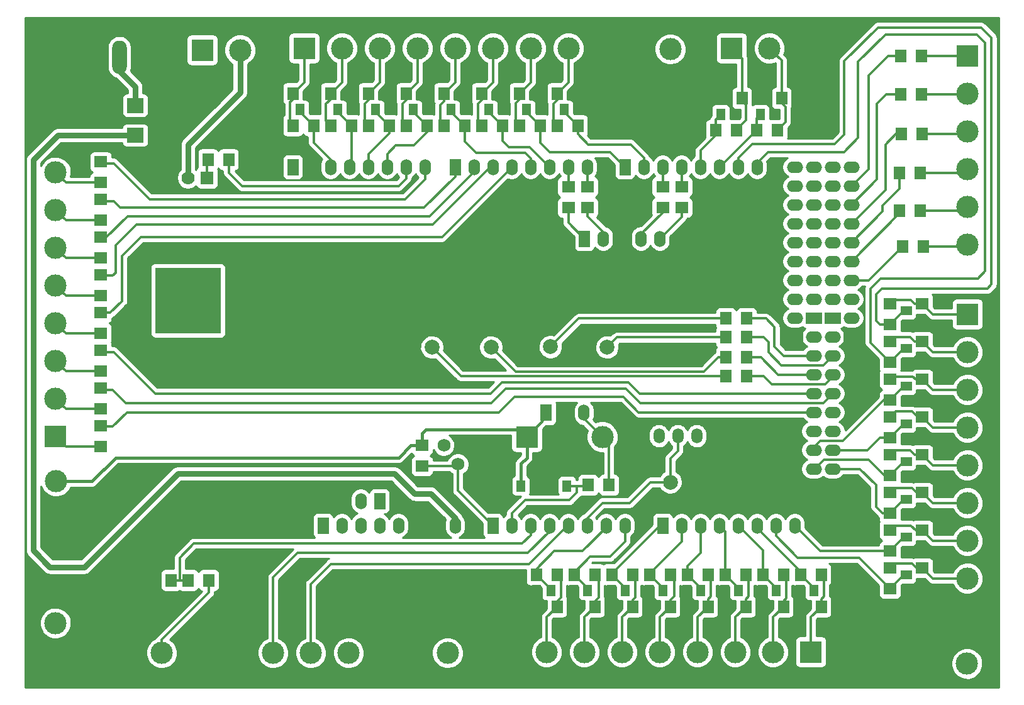
<source format=gtl>
G04 (created by PCBNEW-RS274X (2010-11-03 BZR 2592)-stable) date Sat 17 Mar 2012 17:18:43 COT*
G01*
G70*
G90*
%MOIN*%
G04 Gerber Fmt 3.4, Leading zero omitted, Abs format*
%FSLAX34Y34*%
G04 APERTURE LIST*
%ADD10C,0.006000*%
%ADD11R,0.063000X0.071000*%
%ADD12O,0.059100X0.078700*%
%ADD13C,0.068900*%
%ADD14C,0.078700*%
%ADD15R,0.071000X0.063000*%
%ADD16R,0.086600X0.060000*%
%ADD17O,0.086600X0.060000*%
%ADD18R,0.060000X0.086600*%
%ADD19O,0.060000X0.086600*%
%ADD20R,0.118100X0.118100*%
%ADD21C,0.118100*%
%ADD22R,0.051200X0.059000*%
%ADD23R,0.059000X0.051200*%
%ADD24R,0.090600X0.078700*%
%ADD25O,0.157500X0.078700*%
%ADD26O,0.078700X0.157500*%
%ADD27O,0.078700X0.177200*%
%ADD28R,0.070000X0.070000*%
%ADD29C,0.070000*%
%ADD30R,0.350000X0.350000*%
%ADD31C,0.011800*%
%ADD32C,0.015700*%
%ADD33C,0.031500*%
%ADD34C,0.010000*%
G04 APERTURE END LIST*
G54D10*
G54D11*
X79000Y-24500D03*
X77900Y-24500D03*
X79000Y-26550D03*
X77900Y-26550D03*
X79050Y-28650D03*
X77950Y-28650D03*
X78950Y-30700D03*
X77850Y-30700D03*
X78950Y-32700D03*
X77850Y-32700D03*
X79100Y-34600D03*
X78000Y-34600D03*
G54D12*
X65100Y-44650D03*
X66100Y-44650D03*
X67100Y-44650D03*
G54D13*
X53700Y-45150D03*
X54450Y-46150D03*
X55200Y-45150D03*
G54D14*
X66700Y-47100D03*
X65700Y-47100D03*
G54D15*
X52550Y-46250D03*
X52550Y-45150D03*
G54D11*
X41200Y-30000D03*
X42300Y-30000D03*
X62450Y-47250D03*
X61350Y-47250D03*
G54D16*
X74300Y-47400D03*
G54D17*
X74300Y-46400D03*
X74300Y-45400D03*
X74300Y-44400D03*
X74300Y-43400D03*
X74300Y-42400D03*
X74300Y-41400D03*
X74300Y-40400D03*
X74300Y-39400D03*
G54D16*
X73300Y-47400D03*
G54D17*
X73300Y-46400D03*
X73300Y-45400D03*
X73300Y-44400D03*
X73300Y-43400D03*
X73300Y-42400D03*
X73300Y-41400D03*
X73300Y-40400D03*
X73300Y-39400D03*
G54D16*
X73300Y-38400D03*
G54D17*
X73300Y-37400D03*
X73300Y-36400D03*
X73300Y-35400D03*
X73300Y-34400D03*
X73300Y-33400D03*
X73300Y-32400D03*
X73300Y-31400D03*
X73300Y-30400D03*
G54D16*
X74300Y-38400D03*
G54D17*
X74300Y-37400D03*
X74300Y-36400D03*
X74300Y-35400D03*
X74300Y-34400D03*
X74300Y-33400D03*
X74300Y-32400D03*
X74300Y-31400D03*
X74300Y-30400D03*
G54D18*
X56300Y-49400D03*
G54D19*
X57300Y-49400D03*
X58300Y-49400D03*
X59300Y-49400D03*
X60300Y-49400D03*
X61300Y-49400D03*
X62300Y-49400D03*
X63300Y-49400D03*
G54D18*
X65300Y-49400D03*
G54D19*
X66300Y-49400D03*
X67300Y-49400D03*
X68300Y-49400D03*
X69300Y-49400D03*
X70300Y-49400D03*
X71300Y-49400D03*
X72300Y-49400D03*
G54D18*
X45700Y-30400D03*
G54D19*
X46700Y-30400D03*
X47700Y-30400D03*
X48700Y-30400D03*
X49700Y-30400D03*
X50700Y-30400D03*
X51700Y-30400D03*
X52700Y-30400D03*
G54D18*
X54300Y-30400D03*
G54D19*
X55300Y-30400D03*
X56300Y-30400D03*
X57300Y-30400D03*
X58300Y-30400D03*
X59300Y-30400D03*
X60300Y-30400D03*
X61300Y-30400D03*
G54D18*
X63300Y-30400D03*
G54D19*
X64300Y-30400D03*
X65300Y-30400D03*
X66300Y-30400D03*
X67300Y-30400D03*
X68300Y-30400D03*
X69300Y-30400D03*
X70300Y-30400D03*
G54D18*
X61150Y-34200D03*
G54D19*
X62150Y-34200D03*
X63150Y-34200D03*
X64150Y-34200D03*
X65150Y-34200D03*
G54D20*
X73150Y-56100D03*
G54D21*
X71150Y-56100D03*
X69150Y-56100D03*
X67150Y-56100D03*
X65150Y-56100D03*
X63150Y-56100D03*
X61150Y-56100D03*
X59150Y-56100D03*
G54D20*
X33125Y-44675D03*
G54D21*
X33125Y-42675D03*
X33125Y-40675D03*
X33125Y-38675D03*
X33125Y-36675D03*
X33125Y-34675D03*
X33125Y-32675D03*
X33125Y-30675D03*
G54D20*
X81450Y-38200D03*
G54D21*
X81450Y-40200D03*
X81450Y-42200D03*
X81450Y-44200D03*
X81450Y-46200D03*
X81450Y-48200D03*
X81450Y-50200D03*
X81450Y-52200D03*
G54D20*
X46300Y-24100D03*
G54D21*
X48300Y-24100D03*
X50300Y-24100D03*
X52300Y-24100D03*
X54300Y-24100D03*
X56300Y-24100D03*
X58300Y-24100D03*
X60300Y-24100D03*
G54D20*
X50650Y-56150D03*
G54D21*
X48650Y-56150D03*
X46650Y-56150D03*
X44650Y-56150D03*
G54D20*
X58100Y-44700D03*
G54D21*
X60100Y-44700D03*
X62100Y-44700D03*
G54D20*
X68950Y-24100D03*
G54D21*
X70950Y-24100D03*
G54D20*
X40750Y-56150D03*
G54D21*
X38750Y-56150D03*
G54D20*
X40900Y-24200D03*
G54D21*
X42900Y-24200D03*
G54D20*
X63700Y-24150D03*
G54D21*
X65700Y-24150D03*
G54D20*
X55900Y-56150D03*
G54D21*
X53900Y-56150D03*
G54D20*
X33150Y-49050D03*
G54D21*
X33150Y-47050D03*
G54D22*
X57775Y-47300D03*
X58525Y-47300D03*
X59475Y-47300D03*
X60225Y-47300D03*
G54D11*
X57700Y-28200D03*
X58800Y-28200D03*
X55700Y-26500D03*
X56800Y-26500D03*
X55700Y-28200D03*
X56800Y-28200D03*
X53700Y-26500D03*
X54800Y-26500D03*
X53700Y-28200D03*
X54800Y-28200D03*
X51700Y-26500D03*
X52800Y-26500D03*
X51700Y-28200D03*
X52800Y-28200D03*
X49700Y-26500D03*
X50800Y-26500D03*
X49700Y-28200D03*
X50800Y-28200D03*
X47700Y-26500D03*
X48800Y-26500D03*
X47700Y-28200D03*
X48800Y-28200D03*
X45700Y-26500D03*
X46800Y-26500D03*
X45700Y-28200D03*
X46800Y-28200D03*
G54D15*
X35525Y-31225D03*
X35525Y-30125D03*
X35525Y-33225D03*
X35525Y-32125D03*
X35525Y-35225D03*
X35525Y-34125D03*
X35525Y-37225D03*
X35525Y-36125D03*
X35525Y-39225D03*
X35525Y-38125D03*
X35525Y-41225D03*
X35525Y-40125D03*
X35525Y-43225D03*
X35525Y-42125D03*
G54D11*
X39250Y-52300D03*
X38150Y-52300D03*
X41250Y-52300D03*
X40150Y-52300D03*
X59700Y-53700D03*
X58600Y-53700D03*
X59700Y-52000D03*
X58600Y-52000D03*
X61700Y-53700D03*
X60600Y-53700D03*
X61700Y-52000D03*
X60600Y-52000D03*
X63700Y-53700D03*
X62600Y-53700D03*
X63700Y-52000D03*
X62600Y-52000D03*
X65700Y-53700D03*
X64600Y-53700D03*
X65700Y-52000D03*
X64600Y-52000D03*
X67700Y-53700D03*
X66600Y-53700D03*
X67700Y-52000D03*
X66600Y-52000D03*
X69700Y-53700D03*
X68600Y-53700D03*
X69700Y-52000D03*
X68600Y-52000D03*
X71700Y-53700D03*
X70600Y-53700D03*
X71700Y-52000D03*
X70600Y-52000D03*
X73700Y-53700D03*
X72600Y-53700D03*
X73700Y-52000D03*
X72600Y-52000D03*
X59700Y-26500D03*
X60800Y-26500D03*
X59700Y-28200D03*
X60800Y-28200D03*
X57700Y-26500D03*
X58800Y-26500D03*
G54D15*
X77350Y-37650D03*
X77350Y-38750D03*
X79050Y-37650D03*
X79050Y-38750D03*
X77350Y-39650D03*
X77350Y-40750D03*
X79050Y-39650D03*
X79050Y-40750D03*
X77350Y-41650D03*
X77350Y-42750D03*
X79050Y-41650D03*
X79050Y-42750D03*
X77350Y-43650D03*
X77350Y-44750D03*
X79050Y-43650D03*
X79050Y-44750D03*
X77350Y-45650D03*
X77350Y-46750D03*
X79050Y-45650D03*
X79050Y-46750D03*
X77350Y-47650D03*
X77350Y-48750D03*
X79050Y-47650D03*
X79050Y-48750D03*
X77350Y-49650D03*
X77350Y-50750D03*
X79050Y-49650D03*
X79050Y-50750D03*
X77350Y-51650D03*
X77350Y-52750D03*
X79050Y-51650D03*
X79050Y-52750D03*
X35525Y-45225D03*
X35525Y-44125D03*
G54D22*
X52075Y-27350D03*
X52825Y-27350D03*
X50075Y-27350D03*
X50825Y-27350D03*
X48075Y-27350D03*
X48825Y-27350D03*
X46075Y-27350D03*
X46825Y-27350D03*
G54D23*
X78200Y-52025D03*
X78200Y-52775D03*
X78200Y-50025D03*
X78200Y-50775D03*
X78200Y-48025D03*
X78200Y-48775D03*
X78200Y-46025D03*
X78200Y-46775D03*
X78200Y-44025D03*
X78200Y-44775D03*
X78200Y-42025D03*
X78200Y-42775D03*
X78200Y-40025D03*
X78200Y-40775D03*
X78200Y-38025D03*
X78200Y-38775D03*
G54D22*
X54075Y-27350D03*
X54825Y-27350D03*
X56075Y-27350D03*
X56825Y-27350D03*
X58075Y-27350D03*
X58825Y-27350D03*
X60075Y-27350D03*
X60825Y-27350D03*
X73325Y-52850D03*
X72575Y-52850D03*
X71325Y-52850D03*
X70575Y-52850D03*
X69325Y-52850D03*
X68575Y-52850D03*
X67325Y-52850D03*
X66575Y-52850D03*
X65325Y-52850D03*
X64575Y-52850D03*
X63325Y-52850D03*
X62575Y-52850D03*
X61325Y-52850D03*
X60575Y-52850D03*
X59375Y-52850D03*
X58625Y-52850D03*
G54D18*
X47300Y-49400D03*
G54D19*
X48300Y-49400D03*
X49300Y-49400D03*
X50300Y-49400D03*
X51300Y-49400D03*
X52300Y-49400D03*
X53300Y-49400D03*
X54300Y-49400D03*
G54D20*
X81425Y-54725D03*
G54D21*
X81425Y-56725D03*
G54D18*
X50300Y-48100D03*
G54D19*
X49300Y-48100D03*
G54D16*
X72300Y-39400D03*
G54D17*
X72300Y-38400D03*
X72300Y-37400D03*
X72300Y-36400D03*
X72300Y-35400D03*
X72300Y-34400D03*
X72300Y-33400D03*
X72300Y-32400D03*
X72300Y-31400D03*
X72300Y-30400D03*
G54D16*
X75300Y-39400D03*
G54D17*
X75300Y-38400D03*
X75300Y-37400D03*
X75300Y-36400D03*
X75300Y-35400D03*
X75300Y-34400D03*
X75300Y-33400D03*
X75300Y-32400D03*
X75300Y-31400D03*
X75300Y-30400D03*
G54D15*
X60300Y-32550D03*
X60300Y-31450D03*
X61300Y-32550D03*
X61300Y-31450D03*
X65300Y-32550D03*
X65300Y-31450D03*
X66300Y-32550D03*
X66300Y-31450D03*
G54D20*
X81450Y-24500D03*
G54D21*
X81450Y-26500D03*
X81450Y-28500D03*
X81450Y-30500D03*
X81450Y-32500D03*
X81450Y-34500D03*
G54D11*
X69200Y-28450D03*
X68100Y-28450D03*
X69500Y-26750D03*
X68400Y-26750D03*
X71375Y-28450D03*
X70275Y-28450D03*
X71600Y-26750D03*
X70500Y-26750D03*
G54D22*
X68375Y-27600D03*
X69125Y-27600D03*
X70475Y-27600D03*
X71225Y-27600D03*
G54D11*
X68650Y-38425D03*
X69750Y-38425D03*
X68650Y-39425D03*
X69750Y-39425D03*
X68650Y-40475D03*
X69750Y-40475D03*
X68650Y-41475D03*
X69750Y-41475D03*
G54D20*
X33125Y-56575D03*
G54D21*
X33125Y-54575D03*
G54D14*
X53075Y-39950D03*
X52075Y-39950D03*
X56200Y-39950D03*
X55200Y-39950D03*
X59350Y-39925D03*
X58350Y-39925D03*
X62350Y-39950D03*
X61350Y-39950D03*
G54D24*
X37350Y-28716D03*
X37350Y-27134D03*
G54D25*
X35428Y-26662D03*
G54D26*
X34148Y-24575D03*
G54D27*
X36511Y-24575D03*
G54D28*
X41150Y-30975D03*
G54D29*
X40150Y-30975D03*
X39150Y-30975D03*
G54D30*
X40150Y-37475D03*
G54D18*
X59125Y-43425D03*
G54D19*
X60125Y-43425D03*
X61125Y-43425D03*
G54D31*
X59125Y-43425D02*
X59125Y-43675D01*
X59125Y-43675D02*
X58100Y-44700D01*
G54D32*
X51300Y-45800D02*
X36300Y-45800D01*
X35050Y-47050D02*
X33150Y-47050D01*
X36300Y-45800D02*
X35050Y-47050D01*
X52550Y-45150D02*
X52550Y-44500D01*
X52550Y-44500D02*
X52750Y-44300D01*
X52750Y-44300D02*
X57700Y-44300D01*
X57700Y-44300D02*
X58100Y-44700D01*
X51950Y-45150D02*
X52550Y-45150D01*
X51300Y-45800D02*
X51950Y-45150D01*
X57775Y-47300D02*
X57775Y-46125D01*
X57775Y-46125D02*
X58100Y-45800D01*
X58100Y-45800D02*
X58100Y-44700D01*
G54D31*
X54450Y-46150D02*
X54450Y-47550D01*
X54450Y-47550D02*
X56300Y-49400D01*
X52550Y-46250D02*
X54350Y-46250D01*
X54350Y-46250D02*
X54450Y-46150D01*
X57300Y-49400D02*
X57300Y-48750D01*
X60750Y-47650D02*
X60750Y-47300D01*
X60350Y-48050D02*
X60750Y-47650D01*
X58000Y-48050D02*
X60350Y-48050D01*
X57300Y-48750D02*
X58000Y-48050D01*
X60225Y-47300D02*
X60750Y-47300D01*
X60750Y-47300D02*
X61300Y-47300D01*
X61300Y-47300D02*
X61350Y-47250D01*
X39700Y-52300D02*
X39700Y-51100D01*
X58300Y-49900D02*
X58300Y-49400D01*
X57850Y-50350D02*
X58300Y-49900D01*
X40450Y-50350D02*
X57850Y-50350D01*
X39700Y-51100D02*
X40450Y-50350D01*
X39700Y-52300D02*
X39250Y-52300D01*
X40150Y-52300D02*
X39700Y-52300D01*
X44650Y-56150D02*
X44650Y-52150D01*
X59300Y-49700D02*
X59300Y-49400D01*
X58150Y-50850D02*
X59300Y-49700D01*
X45950Y-50850D02*
X58150Y-50850D01*
X44650Y-52150D02*
X45950Y-50850D01*
X60300Y-49400D02*
X60250Y-49400D01*
X46650Y-52500D02*
X46650Y-56150D01*
X47700Y-51450D02*
X46650Y-52500D01*
X58200Y-51450D02*
X47700Y-51450D01*
X60250Y-49400D02*
X58200Y-51450D01*
X65700Y-47100D02*
X65700Y-45850D01*
X66100Y-45450D02*
X66100Y-44650D01*
X65700Y-45850D02*
X66100Y-45450D01*
X61300Y-49400D02*
X61300Y-49000D01*
X64650Y-47100D02*
X65700Y-47100D01*
X63550Y-48200D02*
X64650Y-47100D01*
X62100Y-48200D02*
X63550Y-48200D01*
X61300Y-49000D02*
X62100Y-48200D01*
X77900Y-24500D02*
X77250Y-24500D01*
X76200Y-30500D02*
X75300Y-31400D01*
X76200Y-25550D02*
X76200Y-30500D01*
X77250Y-24500D02*
X76200Y-25550D01*
X77900Y-26550D02*
X77150Y-26550D01*
X76650Y-31050D02*
X75300Y-32400D01*
X76650Y-27050D02*
X76650Y-31050D01*
X77150Y-26550D02*
X76650Y-27050D01*
X77950Y-28650D02*
X77650Y-28650D01*
X77100Y-31600D02*
X75300Y-33400D01*
X77100Y-29200D02*
X77100Y-31600D01*
X77650Y-28650D02*
X77100Y-29200D01*
X77850Y-30700D02*
X77850Y-31550D01*
X76950Y-32750D02*
X75300Y-34400D01*
X76950Y-32450D02*
X76950Y-32750D01*
X77850Y-31550D02*
X76950Y-32450D01*
X77850Y-32700D02*
X77850Y-32850D01*
X77850Y-32850D02*
X75300Y-35400D01*
X75300Y-36400D02*
X76200Y-36400D01*
X76200Y-36400D02*
X78000Y-34600D01*
X73300Y-40400D02*
X71700Y-40400D01*
X71700Y-40400D02*
X71225Y-39925D01*
X71225Y-39925D02*
X71225Y-38875D01*
X71225Y-38875D02*
X70775Y-38425D01*
X70775Y-38425D02*
X69750Y-38425D01*
X73800Y-40900D02*
X74300Y-40400D01*
X71575Y-40900D02*
X73800Y-40900D01*
X70900Y-40225D02*
X71575Y-40900D01*
X70900Y-39675D02*
X70900Y-40225D01*
X70650Y-39425D02*
X70900Y-39675D01*
X69750Y-39425D02*
X70650Y-39425D01*
X70500Y-40475D02*
X69750Y-40475D01*
X71425Y-41400D02*
X70500Y-40475D01*
X73300Y-41400D02*
X71425Y-41400D01*
X70650Y-41475D02*
X69750Y-41475D01*
X71075Y-41900D02*
X70650Y-41475D01*
X73925Y-41900D02*
X71075Y-41900D01*
X74300Y-41525D02*
X73925Y-41900D01*
X74300Y-41400D02*
X74300Y-41525D01*
X70300Y-30400D02*
X70300Y-30175D01*
X75650Y-24825D02*
X77100Y-23375D01*
X75650Y-28850D02*
X75650Y-24825D01*
X74900Y-29600D02*
X75650Y-28850D01*
X70875Y-29600D02*
X74900Y-29600D01*
X70300Y-30175D02*
X70875Y-29600D01*
X77100Y-23375D02*
X81950Y-23375D01*
X81950Y-23375D02*
X82375Y-23800D01*
X82375Y-23800D02*
X82375Y-35925D01*
X82375Y-35925D02*
X82000Y-36300D01*
X82000Y-36300D02*
X76850Y-36300D01*
X76850Y-36300D02*
X76300Y-36850D01*
X76300Y-36850D02*
X76300Y-39700D01*
X76300Y-39700D02*
X77350Y-40750D01*
X78200Y-40025D02*
X78075Y-40025D01*
X78075Y-40025D02*
X77350Y-40750D01*
X76700Y-23000D02*
X82175Y-23000D01*
X69300Y-30400D02*
X69300Y-29925D01*
X70050Y-29175D02*
X69300Y-29925D01*
X74425Y-29175D02*
X70050Y-29175D01*
X74925Y-28675D02*
X74425Y-29175D01*
X74925Y-24775D02*
X74925Y-28675D01*
X76700Y-23000D02*
X74925Y-24775D01*
X76800Y-38750D02*
X77350Y-38750D01*
X76800Y-38750D02*
X76600Y-38550D01*
X76600Y-38550D02*
X76600Y-37150D01*
X76600Y-37150D02*
X76900Y-36850D01*
X76900Y-36850D02*
X82500Y-36850D01*
X82500Y-36850D02*
X82725Y-36625D01*
X82725Y-36625D02*
X82725Y-23550D01*
X82725Y-23550D02*
X82175Y-23000D01*
X78200Y-38025D02*
X78075Y-38025D01*
X78075Y-38025D02*
X77350Y-38750D01*
X68300Y-30400D02*
X68325Y-30400D01*
X68325Y-30400D02*
X70275Y-28450D01*
X70275Y-28450D02*
X70275Y-27800D01*
X70275Y-27800D02*
X70475Y-27600D01*
X68100Y-28450D02*
X68100Y-28725D01*
X67300Y-29525D02*
X67300Y-30400D01*
X68100Y-28725D02*
X67300Y-29525D01*
X68100Y-28450D02*
X68100Y-27875D01*
X68100Y-27875D02*
X68375Y-27600D01*
X56075Y-27350D02*
X56075Y-27475D01*
X56075Y-27475D02*
X56800Y-28200D01*
X56800Y-28200D02*
X56800Y-29000D01*
X58250Y-29350D02*
X59300Y-30400D01*
X57150Y-29350D02*
X58250Y-29350D01*
X56800Y-29000D02*
X57150Y-29350D01*
X54075Y-27350D02*
X54075Y-27475D01*
X54075Y-27475D02*
X54800Y-28200D01*
X54800Y-28200D02*
X54800Y-29050D01*
X58300Y-29950D02*
X58300Y-30400D01*
X58000Y-29650D02*
X58300Y-29950D01*
X55400Y-29650D02*
X58000Y-29650D01*
X54800Y-29050D02*
X55400Y-29650D01*
X57300Y-30400D02*
X53600Y-34100D01*
X36025Y-38125D02*
X35525Y-38125D01*
X36650Y-37500D02*
X36025Y-38125D01*
X36650Y-35100D02*
X36650Y-37500D01*
X37650Y-34100D02*
X36650Y-35100D01*
X53600Y-34100D02*
X37650Y-34100D01*
X43500Y-31400D02*
X43000Y-31400D01*
X43500Y-31400D02*
X51300Y-31400D01*
X51300Y-31400D02*
X51700Y-31000D01*
X51700Y-30400D02*
X51700Y-31000D01*
X42300Y-30700D02*
X42300Y-30000D01*
X43000Y-31400D02*
X42300Y-30700D01*
X56300Y-30400D02*
X56150Y-30400D01*
X36100Y-36150D02*
X36150Y-36150D01*
X35550Y-36150D02*
X35525Y-36125D01*
X36100Y-36150D02*
X35550Y-36150D01*
X36300Y-36000D02*
X36150Y-36150D01*
X36300Y-34550D02*
X36300Y-36000D01*
X37400Y-33450D02*
X36300Y-34550D01*
X53100Y-33450D02*
X37400Y-33450D01*
X56150Y-30400D02*
X53100Y-33450D01*
X55300Y-30400D02*
X55300Y-30650D01*
X35825Y-34125D02*
X35525Y-34125D01*
X36950Y-33000D02*
X35825Y-34125D01*
X52950Y-33000D02*
X36950Y-33000D01*
X55300Y-30650D02*
X52950Y-33000D01*
X36200Y-32200D02*
X35600Y-32200D01*
X54300Y-30900D02*
X52650Y-32550D01*
X52650Y-32550D02*
X36550Y-32550D01*
X36550Y-32550D02*
X36200Y-32200D01*
X54300Y-30400D02*
X54300Y-30900D01*
X35600Y-32200D02*
X35525Y-32125D01*
X36200Y-30200D02*
X35600Y-30200D01*
X52700Y-31050D02*
X51650Y-32100D01*
X51650Y-32100D02*
X38100Y-32100D01*
X38100Y-32100D02*
X36200Y-30200D01*
X52700Y-30400D02*
X52700Y-31050D01*
X35600Y-30200D02*
X35525Y-30125D01*
X56500Y-43400D02*
X56625Y-43400D01*
X63200Y-42575D02*
X64025Y-43400D01*
X57450Y-42575D02*
X63200Y-42575D01*
X56625Y-43400D02*
X57450Y-42575D01*
X36150Y-44150D02*
X35550Y-44150D01*
X36900Y-43400D02*
X36150Y-44150D01*
X73300Y-43400D02*
X64025Y-43400D01*
X56500Y-43400D02*
X36900Y-43400D01*
X35550Y-44150D02*
X35525Y-44125D01*
X56225Y-42900D02*
X56975Y-42150D01*
X63350Y-42150D02*
X64100Y-42900D01*
X56975Y-42150D02*
X63350Y-42150D01*
X36150Y-42200D02*
X35600Y-42200D01*
X73800Y-42900D02*
X64100Y-42900D01*
X74300Y-42400D02*
X73800Y-42900D01*
X56225Y-42900D02*
X36850Y-42900D01*
X36850Y-42900D02*
X36150Y-42200D01*
X35600Y-42200D02*
X35525Y-42125D01*
X55725Y-42400D02*
X56175Y-42400D01*
X63475Y-41800D02*
X64075Y-42400D01*
X56775Y-41800D02*
X63475Y-41800D01*
X56175Y-42400D02*
X56775Y-41800D01*
X36200Y-40200D02*
X35600Y-40200D01*
X38400Y-42400D02*
X36200Y-40200D01*
X73300Y-42400D02*
X64075Y-42400D01*
X55725Y-42400D02*
X38400Y-42400D01*
X35600Y-40200D02*
X35525Y-40125D01*
X74300Y-46400D02*
X75750Y-46400D01*
X76950Y-48750D02*
X77350Y-48750D01*
X76600Y-48400D02*
X76950Y-48750D01*
X76600Y-47250D02*
X76600Y-48400D01*
X75750Y-46400D02*
X76600Y-47250D01*
X78200Y-48025D02*
X78075Y-48025D01*
X78075Y-48025D02*
X77350Y-48750D01*
X73300Y-46400D02*
X73350Y-46400D01*
X77050Y-46750D02*
X77350Y-46750D01*
X76200Y-45900D02*
X77050Y-46750D01*
X73850Y-45900D02*
X76200Y-45900D01*
X73350Y-46400D02*
X73850Y-45900D01*
X78200Y-46025D02*
X78075Y-46025D01*
X78075Y-46025D02*
X77350Y-46750D01*
X58075Y-27350D02*
X58075Y-27475D01*
X58075Y-27475D02*
X58800Y-28200D01*
X58800Y-28200D02*
X58800Y-29100D01*
X62500Y-29600D02*
X63300Y-30400D01*
X59300Y-29600D02*
X62500Y-29600D01*
X58800Y-29100D02*
X59300Y-29600D01*
X58600Y-52000D02*
X58600Y-51700D01*
X62300Y-49500D02*
X62300Y-49400D01*
X61050Y-50750D02*
X62300Y-49500D01*
X59550Y-50750D02*
X61050Y-50750D01*
X58600Y-51700D02*
X59550Y-50750D01*
X59375Y-52850D02*
X59375Y-52775D01*
X59375Y-52775D02*
X58600Y-52000D01*
X60600Y-52000D02*
X60600Y-51900D01*
X63300Y-50250D02*
X63300Y-49400D01*
X62500Y-51050D02*
X63300Y-50250D01*
X61450Y-51050D02*
X62500Y-51050D01*
X60600Y-51900D02*
X61450Y-51050D01*
X61325Y-52850D02*
X61325Y-52725D01*
X61325Y-52725D02*
X60600Y-52000D01*
X62600Y-52000D02*
X62600Y-51950D01*
X65150Y-49400D02*
X65300Y-49400D01*
X62600Y-51950D02*
X65150Y-49400D01*
X63325Y-52850D02*
X63325Y-52725D01*
X63325Y-52725D02*
X62600Y-52000D01*
X64600Y-52000D02*
X64600Y-51950D01*
X66300Y-50250D02*
X66300Y-49400D01*
X64600Y-51950D02*
X66300Y-50250D01*
X65325Y-52850D02*
X65325Y-52725D01*
X65325Y-52725D02*
X64600Y-52000D01*
X66600Y-52000D02*
X66600Y-51550D01*
X67300Y-50850D02*
X67300Y-49400D01*
X66600Y-51550D02*
X67300Y-50850D01*
X67325Y-52850D02*
X67325Y-52725D01*
X67325Y-52725D02*
X66600Y-52000D01*
X68600Y-52000D02*
X68600Y-49700D01*
X68600Y-49700D02*
X68300Y-49400D01*
X69325Y-52850D02*
X69325Y-52725D01*
X69325Y-52725D02*
X68600Y-52000D01*
X74300Y-45400D02*
X76150Y-45400D01*
X76800Y-44750D02*
X77350Y-44750D01*
X76150Y-45400D02*
X76800Y-44750D01*
X78200Y-44025D02*
X78075Y-44025D01*
X78075Y-44025D02*
X77350Y-44750D01*
X70600Y-52000D02*
X70600Y-50700D01*
X70600Y-50700D02*
X69300Y-49400D01*
X71325Y-52850D02*
X71325Y-52725D01*
X71325Y-52725D02*
X70600Y-52000D01*
X72600Y-52000D02*
X72600Y-51850D01*
X70300Y-49550D02*
X70300Y-49400D01*
X72600Y-51850D02*
X70300Y-49550D01*
X73325Y-52850D02*
X73325Y-52725D01*
X73325Y-52725D02*
X72600Y-52000D01*
X71300Y-49400D02*
X71300Y-49950D01*
X75700Y-51100D02*
X77350Y-52750D01*
X72450Y-51100D02*
X75700Y-51100D01*
X71300Y-49950D02*
X72450Y-51100D01*
X78200Y-52025D02*
X78075Y-52025D01*
X78075Y-52025D02*
X77350Y-52750D01*
X77350Y-50750D02*
X73650Y-50750D01*
X73650Y-50750D02*
X72300Y-49400D01*
X78200Y-50025D02*
X78075Y-50025D01*
X78075Y-50025D02*
X77350Y-50750D01*
X73300Y-45400D02*
X73300Y-45250D01*
X77000Y-42750D02*
X77350Y-42750D01*
X74850Y-44900D02*
X77000Y-42750D01*
X73650Y-44900D02*
X74850Y-44900D01*
X73300Y-45250D02*
X73650Y-44900D01*
X78200Y-42025D02*
X78075Y-42025D01*
X78075Y-42025D02*
X77350Y-42750D01*
X52075Y-27350D02*
X52075Y-27475D01*
X52075Y-27475D02*
X52800Y-28200D01*
X52800Y-28200D02*
X52800Y-28550D01*
X50700Y-29700D02*
X50700Y-30400D01*
X51150Y-29250D02*
X50700Y-29700D01*
X52100Y-29250D02*
X51150Y-29250D01*
X52800Y-28550D02*
X52100Y-29250D01*
X50075Y-27350D02*
X50075Y-27475D01*
X50075Y-27475D02*
X50800Y-28200D01*
X50800Y-28200D02*
X50800Y-28600D01*
X49700Y-29700D02*
X49700Y-30400D01*
X50800Y-28600D02*
X49700Y-29700D01*
X48075Y-27350D02*
X48075Y-27475D01*
X48075Y-27475D02*
X48800Y-28200D01*
X48800Y-28200D02*
X48800Y-30300D01*
X48800Y-30300D02*
X48700Y-30400D01*
X46075Y-27350D02*
X46075Y-27475D01*
X46075Y-27475D02*
X46800Y-28200D01*
X46800Y-28200D02*
X46800Y-29100D01*
X47700Y-30000D02*
X47700Y-30400D01*
X46800Y-29100D02*
X47700Y-30000D01*
X60075Y-27350D02*
X60075Y-27475D01*
X60075Y-27475D02*
X60800Y-28200D01*
X60800Y-28200D02*
X60800Y-28650D01*
X64300Y-29900D02*
X64300Y-30400D01*
X63600Y-29200D02*
X64300Y-29900D01*
X61350Y-29200D02*
X63600Y-29200D01*
X60800Y-28650D02*
X61350Y-29200D01*
X61300Y-31450D02*
X61300Y-30400D01*
X66300Y-31450D02*
X66300Y-30400D01*
X60300Y-31450D02*
X60300Y-30400D01*
X65300Y-31450D02*
X65300Y-30400D01*
G54D33*
X36511Y-24575D02*
X36511Y-25311D01*
X37350Y-26150D02*
X37350Y-27134D01*
X36511Y-25311D02*
X37350Y-26150D01*
X54300Y-49400D02*
X54300Y-49000D01*
X33259Y-28716D02*
X37350Y-28716D01*
X31950Y-30025D02*
X33259Y-28716D01*
X31950Y-50725D02*
X31950Y-30025D01*
X32825Y-51600D02*
X31950Y-50725D01*
X34650Y-51600D02*
X32825Y-51600D01*
X39600Y-46650D02*
X34650Y-51600D01*
X51075Y-46650D02*
X39600Y-46650D01*
X52150Y-47725D02*
X51075Y-46650D01*
X53025Y-47725D02*
X52150Y-47725D01*
X54300Y-49000D02*
X53025Y-47725D01*
G54D31*
X38750Y-56150D02*
X38750Y-55450D01*
X41250Y-52950D02*
X41250Y-52300D01*
X38750Y-55450D02*
X41250Y-52950D01*
X60125Y-43425D02*
X60125Y-44675D01*
X60125Y-44675D02*
X60100Y-44700D01*
G54D33*
X40150Y-30975D02*
X40150Y-29200D01*
X42900Y-26450D02*
X42900Y-24200D01*
X40150Y-29200D02*
X42900Y-26450D01*
G54D31*
X41150Y-30975D02*
X41150Y-30050D01*
X41150Y-30050D02*
X41200Y-30000D01*
X35525Y-37225D02*
X33675Y-37225D01*
X33675Y-37225D02*
X33125Y-36675D01*
X35525Y-45225D02*
X33675Y-45225D01*
X33675Y-45225D02*
X33125Y-44675D01*
X35525Y-43225D02*
X33675Y-43225D01*
X33675Y-43225D02*
X33125Y-42675D01*
X35525Y-39225D02*
X33675Y-39225D01*
X33675Y-39225D02*
X33125Y-38675D01*
X35525Y-41225D02*
X33675Y-41225D01*
X33675Y-41225D02*
X33125Y-40675D01*
X35525Y-33225D02*
X33675Y-33225D01*
X33675Y-33225D02*
X33125Y-32675D01*
X35525Y-31225D02*
X33675Y-31225D01*
X33675Y-31225D02*
X33125Y-30675D01*
X35525Y-35225D02*
X33675Y-35225D01*
X33675Y-35225D02*
X33125Y-34675D01*
X60300Y-32550D02*
X60300Y-33350D01*
X60300Y-33350D02*
X61150Y-34200D01*
X61300Y-32550D02*
X61300Y-33000D01*
X62150Y-33850D02*
X62150Y-34200D01*
X61300Y-33000D02*
X62150Y-33850D01*
X65300Y-32550D02*
X65300Y-32800D01*
X64150Y-33950D02*
X64150Y-34200D01*
X65300Y-32800D02*
X64150Y-33950D01*
X66300Y-32550D02*
X66300Y-33050D01*
X66300Y-33050D02*
X65150Y-34200D01*
X45700Y-26500D02*
X45700Y-26800D01*
X45550Y-28050D02*
X45700Y-28200D01*
X45550Y-26950D02*
X45550Y-28050D01*
X45700Y-26800D02*
X45550Y-26950D01*
X46300Y-24100D02*
X46300Y-25900D01*
X46300Y-25900D02*
X45700Y-26500D01*
X79100Y-34600D02*
X81350Y-34600D01*
X81350Y-34600D02*
X81450Y-34500D01*
X78950Y-32700D02*
X81250Y-32700D01*
X81250Y-32700D02*
X81450Y-32500D01*
X78950Y-30700D02*
X81250Y-30700D01*
X81250Y-30700D02*
X81450Y-30500D01*
X79000Y-24500D02*
X81450Y-24500D01*
X79000Y-26550D02*
X81400Y-26550D01*
X81400Y-26550D02*
X81450Y-26500D01*
X79050Y-28650D02*
X81300Y-28650D01*
X81300Y-28650D02*
X81450Y-28500D01*
X53700Y-26500D02*
X53700Y-26900D01*
X53500Y-28000D02*
X53700Y-28200D01*
X53500Y-27100D02*
X53500Y-28000D01*
X53700Y-26900D02*
X53500Y-27100D01*
X54300Y-24100D02*
X54300Y-25900D01*
X54300Y-25900D02*
X53700Y-26500D01*
X55700Y-26500D02*
X55700Y-26850D01*
X55500Y-28000D02*
X55700Y-28200D01*
X55500Y-27050D02*
X55500Y-28000D01*
X55700Y-26850D02*
X55500Y-27050D01*
X56300Y-24100D02*
X56300Y-25900D01*
X56300Y-25900D02*
X55700Y-26500D01*
X59700Y-26500D02*
X59700Y-26850D01*
X59500Y-28000D02*
X59700Y-28200D01*
X59500Y-27050D02*
X59500Y-28000D01*
X59700Y-26850D02*
X59500Y-27050D01*
X60300Y-24100D02*
X60300Y-25900D01*
X60300Y-25900D02*
X59700Y-26500D01*
X51700Y-26500D02*
X51700Y-26850D01*
X51500Y-28000D02*
X51700Y-28200D01*
X51500Y-27050D02*
X51500Y-28000D01*
X51700Y-26850D02*
X51500Y-27050D01*
X52300Y-24100D02*
X52300Y-25900D01*
X52300Y-25900D02*
X51700Y-26500D01*
X47700Y-26500D02*
X47700Y-26800D01*
X47450Y-27950D02*
X47700Y-28200D01*
X47450Y-27050D02*
X47450Y-27950D01*
X47700Y-26800D02*
X47450Y-27050D01*
X48300Y-24100D02*
X48300Y-25900D01*
X48300Y-25900D02*
X47700Y-26500D01*
X57700Y-26500D02*
X57700Y-26800D01*
X57500Y-28000D02*
X57700Y-28200D01*
X57500Y-27000D02*
X57500Y-28000D01*
X57700Y-26800D02*
X57500Y-27000D01*
X58300Y-24100D02*
X58300Y-25900D01*
X58300Y-25900D02*
X57700Y-26500D01*
X49700Y-26500D02*
X49700Y-26850D01*
X49500Y-28000D02*
X49700Y-28200D01*
X49500Y-27050D02*
X49500Y-28000D01*
X49700Y-26850D02*
X49500Y-27050D01*
X50300Y-24100D02*
X50300Y-25900D01*
X50300Y-25900D02*
X49700Y-26500D01*
X81450Y-44200D02*
X79600Y-44200D01*
X79600Y-44200D02*
X79050Y-43650D01*
X79050Y-43650D02*
X78800Y-43650D01*
X77650Y-43350D02*
X77350Y-43650D01*
X78500Y-43350D02*
X77650Y-43350D01*
X78800Y-43650D02*
X78500Y-43350D01*
X81450Y-40200D02*
X79600Y-40200D01*
X79600Y-40200D02*
X79050Y-39650D01*
X79050Y-39650D02*
X78650Y-39650D01*
X77600Y-39400D02*
X77350Y-39650D01*
X78400Y-39400D02*
X77600Y-39400D01*
X78650Y-39650D02*
X78400Y-39400D01*
X81450Y-38200D02*
X79600Y-38200D01*
X79600Y-38200D02*
X79050Y-37650D01*
X79050Y-37650D02*
X78650Y-37650D01*
X77550Y-37450D02*
X77350Y-37650D01*
X78450Y-37450D02*
X77550Y-37450D01*
X78650Y-37650D02*
X78450Y-37450D01*
X61700Y-53700D02*
X61700Y-53400D01*
X61900Y-52200D02*
X61700Y-52000D01*
X61900Y-53200D02*
X61900Y-52200D01*
X61700Y-53400D02*
X61900Y-53200D01*
X61150Y-56100D02*
X61150Y-54250D01*
X61150Y-54250D02*
X61700Y-53700D01*
X69700Y-53700D02*
X69700Y-53300D01*
X69850Y-52150D02*
X69700Y-52000D01*
X69850Y-53150D02*
X69850Y-52150D01*
X69700Y-53300D02*
X69850Y-53150D01*
X69150Y-56100D02*
X69150Y-54250D01*
X69150Y-54250D02*
X69700Y-53700D01*
X73150Y-56100D02*
X73150Y-54250D01*
X73150Y-54250D02*
X73700Y-53700D01*
X73700Y-53700D02*
X73700Y-53300D01*
X73850Y-52150D02*
X73700Y-52000D01*
X73850Y-53150D02*
X73850Y-52150D01*
X73700Y-53300D02*
X73850Y-53150D01*
X81450Y-48200D02*
X79600Y-48200D01*
X79600Y-48200D02*
X79050Y-47650D01*
X79050Y-47650D02*
X78750Y-47650D01*
X77600Y-47400D02*
X77350Y-47650D01*
X78500Y-47400D02*
X77600Y-47400D01*
X78750Y-47650D02*
X78500Y-47400D01*
X59700Y-53700D02*
X59700Y-53400D01*
X59900Y-52200D02*
X59700Y-52000D01*
X59900Y-53200D02*
X59900Y-52200D01*
X59700Y-53400D02*
X59900Y-53200D01*
X59150Y-56100D02*
X59150Y-54250D01*
X59150Y-54250D02*
X59700Y-53700D01*
X63700Y-53700D02*
X63700Y-53350D01*
X63850Y-52150D02*
X63700Y-52000D01*
X63850Y-53200D02*
X63850Y-52150D01*
X63700Y-53350D02*
X63850Y-53200D01*
X63150Y-56100D02*
X63150Y-54250D01*
X63150Y-54250D02*
X63700Y-53700D01*
X67700Y-53700D02*
X67700Y-53300D01*
X67850Y-52150D02*
X67700Y-52000D01*
X67850Y-53150D02*
X67850Y-52150D01*
X67700Y-53300D02*
X67850Y-53150D01*
X67150Y-56100D02*
X67150Y-54250D01*
X67150Y-54250D02*
X67700Y-53700D01*
X71700Y-53700D02*
X71700Y-53400D01*
X71850Y-52150D02*
X71700Y-52000D01*
X71850Y-53250D02*
X71850Y-52150D01*
X71700Y-53400D02*
X71850Y-53250D01*
X71150Y-56100D02*
X71150Y-54250D01*
X71150Y-54250D02*
X71700Y-53700D01*
X81450Y-52200D02*
X79600Y-52200D01*
X79600Y-52200D02*
X79050Y-51650D01*
X79050Y-51650D02*
X78750Y-51650D01*
X77600Y-51400D02*
X77350Y-51650D01*
X78500Y-51400D02*
X77600Y-51400D01*
X78750Y-51650D02*
X78500Y-51400D01*
X61125Y-43425D02*
X61125Y-43725D01*
X61125Y-43725D02*
X62100Y-44700D01*
X62450Y-47250D02*
X62450Y-45050D01*
X62450Y-45050D02*
X62100Y-44700D01*
X65700Y-53700D02*
X65700Y-53350D01*
X65900Y-52200D02*
X65700Y-52000D01*
X65900Y-53150D02*
X65900Y-52200D01*
X65700Y-53350D02*
X65900Y-53150D01*
X65150Y-56100D02*
X65150Y-54250D01*
X65150Y-54250D02*
X65700Y-53700D01*
X69500Y-26750D02*
X69500Y-26875D01*
X69200Y-28425D02*
X69200Y-28450D01*
X69725Y-27900D02*
X69200Y-28425D01*
X69725Y-27100D02*
X69725Y-27900D01*
X69500Y-26875D02*
X69725Y-27100D01*
X69500Y-26750D02*
X69500Y-24650D01*
X69500Y-24650D02*
X68950Y-24100D01*
X69500Y-26750D02*
X69500Y-26950D01*
X71600Y-26750D02*
X71600Y-27000D01*
X71800Y-28025D02*
X71375Y-28450D01*
X71800Y-27200D02*
X71800Y-28025D01*
X71600Y-27000D02*
X71800Y-27200D01*
X71775Y-26925D02*
X71600Y-26750D01*
X71600Y-26750D02*
X71600Y-24750D01*
X71600Y-24750D02*
X70950Y-24100D01*
X68650Y-40475D02*
X68250Y-40475D01*
X57505Y-41255D02*
X56200Y-39950D01*
X67470Y-41255D02*
X57505Y-41255D01*
X68250Y-40475D02*
X67470Y-41255D01*
X68650Y-41475D02*
X54600Y-41475D01*
X54600Y-41475D02*
X53075Y-39950D01*
X68650Y-39425D02*
X62875Y-39425D01*
X62875Y-39425D02*
X62350Y-39950D01*
X68650Y-38425D02*
X60850Y-38425D01*
X60850Y-38425D02*
X59350Y-39925D01*
X81450Y-50200D02*
X79600Y-50200D01*
X79600Y-50200D02*
X79050Y-49650D01*
X79050Y-49650D02*
X78700Y-49650D01*
X77600Y-49400D02*
X77350Y-49650D01*
X78450Y-49400D02*
X77600Y-49400D01*
X78700Y-49650D02*
X78450Y-49400D01*
X81450Y-46200D02*
X79600Y-46200D01*
X79600Y-46200D02*
X79050Y-45650D01*
X79050Y-45650D02*
X78650Y-45650D01*
X77600Y-45400D02*
X77350Y-45650D01*
X78400Y-45400D02*
X77600Y-45400D01*
X78650Y-45650D02*
X78400Y-45400D01*
X81450Y-42200D02*
X79600Y-42200D01*
X79600Y-42200D02*
X79050Y-41650D01*
X79050Y-41650D02*
X78700Y-41650D01*
X77500Y-41500D02*
X77350Y-41650D01*
X78550Y-41500D02*
X77500Y-41500D01*
X78700Y-41650D02*
X78550Y-41500D01*
G54D10*
G36*
X55861Y-50041D02*
X54510Y-50041D01*
X54555Y-50023D01*
X54645Y-49964D01*
X54721Y-49889D01*
X54782Y-49800D01*
X54824Y-49702D01*
X54846Y-49597D01*
X54848Y-49490D01*
X54847Y-49210D01*
X54826Y-49105D01*
X54785Y-49006D01*
X54726Y-48916D01*
X54685Y-48875D01*
X54678Y-48849D01*
X54676Y-48845D01*
X54641Y-48779D01*
X54639Y-48775D01*
X54607Y-48736D01*
X54592Y-48716D01*
X54589Y-48713D01*
X54588Y-48712D01*
X53316Y-47440D01*
X53313Y-47437D01*
X53296Y-47423D01*
X53255Y-47389D01*
X53251Y-47387D01*
X53185Y-47351D01*
X53181Y-47350D01*
X53110Y-47327D01*
X53108Y-47326D01*
X53106Y-47326D01*
X53066Y-47322D01*
X53031Y-47318D01*
X53026Y-47318D01*
X53025Y-47318D01*
X52319Y-47318D01*
X51366Y-46365D01*
X51363Y-46362D01*
X51346Y-46348D01*
X51305Y-46314D01*
X51301Y-46312D01*
X51235Y-46276D01*
X51231Y-46275D01*
X51160Y-46252D01*
X51158Y-46251D01*
X51156Y-46251D01*
X51116Y-46247D01*
X51081Y-46243D01*
X51076Y-46243D01*
X51075Y-46243D01*
X39604Y-46243D01*
X39600Y-46243D01*
X39572Y-46245D01*
X39525Y-46250D01*
X39521Y-46250D01*
X39521Y-46251D01*
X39471Y-46266D01*
X39448Y-46273D01*
X39447Y-46273D01*
X39445Y-46274D01*
X39407Y-46294D01*
X39378Y-46309D01*
X39376Y-46310D01*
X39375Y-46311D01*
X39352Y-46329D01*
X39316Y-46358D01*
X39313Y-46361D01*
X39312Y-46362D01*
X34481Y-51193D01*
X32993Y-51193D01*
X32357Y-50556D01*
X32357Y-47327D01*
X32399Y-47435D01*
X32488Y-47574D01*
X32603Y-47692D01*
X32738Y-47787D01*
X32889Y-47853D01*
X33050Y-47888D01*
X33214Y-47892D01*
X33377Y-47863D01*
X33530Y-47803D01*
X33669Y-47715D01*
X33789Y-47602D01*
X33884Y-47467D01*
X33923Y-47378D01*
X35050Y-47378D01*
X35111Y-47372D01*
X35114Y-47372D01*
X35168Y-47355D01*
X35172Y-47354D01*
X35172Y-47353D01*
X35175Y-47353D01*
X35205Y-47337D01*
X35229Y-47325D01*
X35230Y-47323D01*
X35232Y-47323D01*
X35278Y-47285D01*
X35281Y-47283D01*
X35281Y-47282D01*
X35282Y-47282D01*
X36435Y-46128D01*
X51300Y-46128D01*
X51361Y-46122D01*
X51364Y-46122D01*
X51418Y-46105D01*
X51422Y-46104D01*
X51422Y-46103D01*
X51425Y-46103D01*
X51455Y-46087D01*
X51479Y-46075D01*
X51480Y-46073D01*
X51482Y-46073D01*
X51528Y-46035D01*
X51531Y-46033D01*
X51531Y-46032D01*
X51532Y-46032D01*
X51976Y-45587D01*
X52000Y-45623D01*
X52035Y-45658D01*
X52075Y-45686D01*
X52108Y-45700D01*
X52078Y-45713D01*
X52037Y-45740D01*
X52002Y-45775D01*
X51974Y-45815D01*
X51955Y-45860D01*
X51945Y-45908D01*
X51945Y-45957D01*
X51945Y-46589D01*
X51954Y-46637D01*
X51973Y-46682D01*
X52000Y-46723D01*
X52035Y-46758D01*
X52075Y-46786D01*
X52120Y-46805D01*
X52168Y-46815D01*
X52217Y-46815D01*
X52929Y-46815D01*
X52977Y-46806D01*
X53022Y-46787D01*
X53063Y-46760D01*
X53098Y-46725D01*
X53126Y-46685D01*
X53145Y-46640D01*
X53155Y-46592D01*
X53155Y-46559D01*
X54020Y-46559D01*
X54064Y-46604D01*
X54141Y-46657D01*
X54141Y-47546D01*
X54141Y-47550D01*
X54142Y-47568D01*
X54146Y-47607D01*
X54147Y-47610D01*
X54163Y-47665D01*
X54164Y-47668D01*
X54180Y-47699D01*
X54191Y-47718D01*
X54192Y-47719D01*
X54193Y-47721D01*
X54211Y-47743D01*
X54229Y-47766D01*
X54231Y-47768D01*
X54232Y-47768D01*
X54236Y-47772D01*
X55750Y-49286D01*
X55750Y-49857D01*
X55759Y-49905D01*
X55778Y-49950D01*
X55805Y-49991D01*
X55840Y-50026D01*
X55861Y-50041D01*
X55861Y-50041D01*
G37*
G54D34*
X55861Y-50041D02*
X54510Y-50041D01*
X54555Y-50023D01*
X54645Y-49964D01*
X54721Y-49889D01*
X54782Y-49800D01*
X54824Y-49702D01*
X54846Y-49597D01*
X54848Y-49490D01*
X54847Y-49210D01*
X54826Y-49105D01*
X54785Y-49006D01*
X54726Y-48916D01*
X54685Y-48875D01*
X54678Y-48849D01*
X54676Y-48845D01*
X54641Y-48779D01*
X54639Y-48775D01*
X54607Y-48736D01*
X54592Y-48716D01*
X54589Y-48713D01*
X54588Y-48712D01*
X53316Y-47440D01*
X53313Y-47437D01*
X53296Y-47423D01*
X53255Y-47389D01*
X53251Y-47387D01*
X53185Y-47351D01*
X53181Y-47350D01*
X53110Y-47327D01*
X53108Y-47326D01*
X53106Y-47326D01*
X53066Y-47322D01*
X53031Y-47318D01*
X53026Y-47318D01*
X53025Y-47318D01*
X52319Y-47318D01*
X51366Y-46365D01*
X51363Y-46362D01*
X51346Y-46348D01*
X51305Y-46314D01*
X51301Y-46312D01*
X51235Y-46276D01*
X51231Y-46275D01*
X51160Y-46252D01*
X51158Y-46251D01*
X51156Y-46251D01*
X51116Y-46247D01*
X51081Y-46243D01*
X51076Y-46243D01*
X51075Y-46243D01*
X39604Y-46243D01*
X39600Y-46243D01*
X39572Y-46245D01*
X39525Y-46250D01*
X39521Y-46250D01*
X39521Y-46251D01*
X39471Y-46266D01*
X39448Y-46273D01*
X39447Y-46273D01*
X39445Y-46274D01*
X39407Y-46294D01*
X39378Y-46309D01*
X39376Y-46310D01*
X39375Y-46311D01*
X39352Y-46329D01*
X39316Y-46358D01*
X39313Y-46361D01*
X39312Y-46362D01*
X34481Y-51193D01*
X32993Y-51193D01*
X32357Y-50556D01*
X32357Y-47327D01*
X32399Y-47435D01*
X32488Y-47574D01*
X32603Y-47692D01*
X32738Y-47787D01*
X32889Y-47853D01*
X33050Y-47888D01*
X33214Y-47892D01*
X33377Y-47863D01*
X33530Y-47803D01*
X33669Y-47715D01*
X33789Y-47602D01*
X33884Y-47467D01*
X33923Y-47378D01*
X35050Y-47378D01*
X35111Y-47372D01*
X35114Y-47372D01*
X35168Y-47355D01*
X35172Y-47354D01*
X35172Y-47353D01*
X35175Y-47353D01*
X35205Y-47337D01*
X35229Y-47325D01*
X35230Y-47323D01*
X35232Y-47323D01*
X35278Y-47285D01*
X35281Y-47283D01*
X35281Y-47282D01*
X35282Y-47282D01*
X36435Y-46128D01*
X51300Y-46128D01*
X51361Y-46122D01*
X51364Y-46122D01*
X51418Y-46105D01*
X51422Y-46104D01*
X51422Y-46103D01*
X51425Y-46103D01*
X51455Y-46087D01*
X51479Y-46075D01*
X51480Y-46073D01*
X51482Y-46073D01*
X51528Y-46035D01*
X51531Y-46033D01*
X51531Y-46032D01*
X51532Y-46032D01*
X51976Y-45587D01*
X52000Y-45623D01*
X52035Y-45658D01*
X52075Y-45686D01*
X52108Y-45700D01*
X52078Y-45713D01*
X52037Y-45740D01*
X52002Y-45775D01*
X51974Y-45815D01*
X51955Y-45860D01*
X51945Y-45908D01*
X51945Y-45957D01*
X51945Y-46589D01*
X51954Y-46637D01*
X51973Y-46682D01*
X52000Y-46723D01*
X52035Y-46758D01*
X52075Y-46786D01*
X52120Y-46805D01*
X52168Y-46815D01*
X52217Y-46815D01*
X52929Y-46815D01*
X52977Y-46806D01*
X53022Y-46787D01*
X53063Y-46760D01*
X53098Y-46725D01*
X53126Y-46685D01*
X53145Y-46640D01*
X53155Y-46592D01*
X53155Y-46559D01*
X54020Y-46559D01*
X54064Y-46604D01*
X54141Y-46657D01*
X54141Y-47546D01*
X54141Y-47550D01*
X54142Y-47568D01*
X54146Y-47607D01*
X54147Y-47610D01*
X54163Y-47665D01*
X54164Y-47668D01*
X54180Y-47699D01*
X54191Y-47718D01*
X54192Y-47719D01*
X54193Y-47721D01*
X54211Y-47743D01*
X54229Y-47766D01*
X54231Y-47768D01*
X54232Y-47768D01*
X54236Y-47772D01*
X55750Y-49286D01*
X55750Y-49857D01*
X55759Y-49905D01*
X55778Y-49950D01*
X55805Y-49991D01*
X55840Y-50026D01*
X55861Y-50041D01*
G54D10*
G36*
X57772Y-45664D02*
X57543Y-45893D01*
X57514Y-45927D01*
X57504Y-45940D01*
X57503Y-45941D01*
X57502Y-45943D01*
X57472Y-45999D01*
X57457Y-46046D01*
X57454Y-46057D01*
X57453Y-46058D01*
X57453Y-46061D01*
X57449Y-46096D01*
X57447Y-46120D01*
X57447Y-46124D01*
X57447Y-46125D01*
X57447Y-46764D01*
X57402Y-46783D01*
X57361Y-46810D01*
X57326Y-46845D01*
X57298Y-46885D01*
X57279Y-46930D01*
X57269Y-46978D01*
X57269Y-47027D01*
X57269Y-47619D01*
X57278Y-47667D01*
X57297Y-47712D01*
X57324Y-47753D01*
X57359Y-47788D01*
X57399Y-47816D01*
X57444Y-47835D01*
X57492Y-47845D01*
X57541Y-47845D01*
X57768Y-47845D01*
X57089Y-48524D01*
X57084Y-48529D01*
X57045Y-48575D01*
X57044Y-48576D01*
X57043Y-48578D01*
X57014Y-48631D01*
X56997Y-48689D01*
X56993Y-48728D01*
X56991Y-48746D01*
X56991Y-48749D01*
X56991Y-48750D01*
X56991Y-48812D01*
X56955Y-48836D01*
X56879Y-48911D01*
X56850Y-48953D01*
X56850Y-48943D01*
X56841Y-48895D01*
X56822Y-48850D01*
X56795Y-48809D01*
X56760Y-48774D01*
X56720Y-48746D01*
X56675Y-48727D01*
X56627Y-48717D01*
X56578Y-48717D01*
X56053Y-48717D01*
X54759Y-47422D01*
X54759Y-46656D01*
X54817Y-46620D01*
X54901Y-46539D01*
X54968Y-46444D01*
X55015Y-46338D01*
X55041Y-46225D01*
X55043Y-46092D01*
X55020Y-45978D01*
X54976Y-45870D01*
X54912Y-45774D01*
X54830Y-45691D01*
X54734Y-45626D01*
X54626Y-45581D01*
X54512Y-45557D01*
X54396Y-45557D01*
X54282Y-45578D01*
X54174Y-45622D01*
X54077Y-45686D01*
X53994Y-45767D01*
X53928Y-45863D01*
X53894Y-45941D01*
X53155Y-45941D01*
X53155Y-45911D01*
X53146Y-45863D01*
X53127Y-45818D01*
X53100Y-45777D01*
X53065Y-45742D01*
X53025Y-45714D01*
X52991Y-45699D01*
X53022Y-45687D01*
X53063Y-45660D01*
X53098Y-45625D01*
X53126Y-45585D01*
X53145Y-45540D01*
X53155Y-45492D01*
X53155Y-45443D01*
X53155Y-45384D01*
X53170Y-45422D01*
X53233Y-45520D01*
X53314Y-45604D01*
X53409Y-45670D01*
X53516Y-45717D01*
X53629Y-45742D01*
X53746Y-45744D01*
X53860Y-45724D01*
X53969Y-45682D01*
X54067Y-45620D01*
X54151Y-45539D01*
X54218Y-45444D01*
X54265Y-45338D01*
X54291Y-45225D01*
X54293Y-45092D01*
X54270Y-44978D01*
X54226Y-44870D01*
X54162Y-44774D01*
X54080Y-44691D01*
X53986Y-44628D01*
X57260Y-44628D01*
X57260Y-45314D01*
X57269Y-45362D01*
X57288Y-45407D01*
X57315Y-45448D01*
X57350Y-45483D01*
X57390Y-45511D01*
X57435Y-45530D01*
X57483Y-45540D01*
X57532Y-45540D01*
X57772Y-45540D01*
X57772Y-45664D01*
X57772Y-45664D01*
G37*
G54D34*
X57772Y-45664D02*
X57543Y-45893D01*
X57514Y-45927D01*
X57504Y-45940D01*
X57503Y-45941D01*
X57502Y-45943D01*
X57472Y-45999D01*
X57457Y-46046D01*
X57454Y-46057D01*
X57453Y-46058D01*
X57453Y-46061D01*
X57449Y-46096D01*
X57447Y-46120D01*
X57447Y-46124D01*
X57447Y-46125D01*
X57447Y-46764D01*
X57402Y-46783D01*
X57361Y-46810D01*
X57326Y-46845D01*
X57298Y-46885D01*
X57279Y-46930D01*
X57269Y-46978D01*
X57269Y-47027D01*
X57269Y-47619D01*
X57278Y-47667D01*
X57297Y-47712D01*
X57324Y-47753D01*
X57359Y-47788D01*
X57399Y-47816D01*
X57444Y-47835D01*
X57492Y-47845D01*
X57541Y-47845D01*
X57768Y-47845D01*
X57089Y-48524D01*
X57084Y-48529D01*
X57045Y-48575D01*
X57044Y-48576D01*
X57043Y-48578D01*
X57014Y-48631D01*
X56997Y-48689D01*
X56993Y-48728D01*
X56991Y-48746D01*
X56991Y-48749D01*
X56991Y-48750D01*
X56991Y-48812D01*
X56955Y-48836D01*
X56879Y-48911D01*
X56850Y-48953D01*
X56850Y-48943D01*
X56841Y-48895D01*
X56822Y-48850D01*
X56795Y-48809D01*
X56760Y-48774D01*
X56720Y-48746D01*
X56675Y-48727D01*
X56627Y-48717D01*
X56578Y-48717D01*
X56053Y-48717D01*
X54759Y-47422D01*
X54759Y-46656D01*
X54817Y-46620D01*
X54901Y-46539D01*
X54968Y-46444D01*
X55015Y-46338D01*
X55041Y-46225D01*
X55043Y-46092D01*
X55020Y-45978D01*
X54976Y-45870D01*
X54912Y-45774D01*
X54830Y-45691D01*
X54734Y-45626D01*
X54626Y-45581D01*
X54512Y-45557D01*
X54396Y-45557D01*
X54282Y-45578D01*
X54174Y-45622D01*
X54077Y-45686D01*
X53994Y-45767D01*
X53928Y-45863D01*
X53894Y-45941D01*
X53155Y-45941D01*
X53155Y-45911D01*
X53146Y-45863D01*
X53127Y-45818D01*
X53100Y-45777D01*
X53065Y-45742D01*
X53025Y-45714D01*
X52991Y-45699D01*
X53022Y-45687D01*
X53063Y-45660D01*
X53098Y-45625D01*
X53126Y-45585D01*
X53145Y-45540D01*
X53155Y-45492D01*
X53155Y-45443D01*
X53155Y-45384D01*
X53170Y-45422D01*
X53233Y-45520D01*
X53314Y-45604D01*
X53409Y-45670D01*
X53516Y-45717D01*
X53629Y-45742D01*
X53746Y-45744D01*
X53860Y-45724D01*
X53969Y-45682D01*
X54067Y-45620D01*
X54151Y-45539D01*
X54218Y-45444D01*
X54265Y-45338D01*
X54291Y-45225D01*
X54293Y-45092D01*
X54270Y-44978D01*
X54226Y-44870D01*
X54162Y-44774D01*
X54080Y-44691D01*
X53986Y-44628D01*
X57260Y-44628D01*
X57260Y-45314D01*
X57269Y-45362D01*
X57288Y-45407D01*
X57315Y-45448D01*
X57350Y-45483D01*
X57390Y-45511D01*
X57435Y-45530D01*
X57483Y-45540D01*
X57532Y-45540D01*
X57772Y-45540D01*
X57772Y-45664D01*
G54D10*
G36*
X62141Y-46645D02*
X62111Y-46645D01*
X62063Y-46654D01*
X62018Y-46673D01*
X61977Y-46700D01*
X61942Y-46735D01*
X61914Y-46775D01*
X61899Y-46808D01*
X61887Y-46778D01*
X61860Y-46737D01*
X61825Y-46702D01*
X61785Y-46674D01*
X61740Y-46655D01*
X61692Y-46645D01*
X61643Y-46645D01*
X61011Y-46645D01*
X60963Y-46654D01*
X60918Y-46673D01*
X60877Y-46700D01*
X60842Y-46735D01*
X60814Y-46775D01*
X60795Y-46820D01*
X60785Y-46868D01*
X60785Y-46917D01*
X60785Y-46991D01*
X60754Y-46991D01*
X60752Y-46991D01*
X60750Y-46991D01*
X60731Y-46991D01*
X60731Y-46981D01*
X60722Y-46933D01*
X60703Y-46888D01*
X60676Y-46847D01*
X60641Y-46812D01*
X60601Y-46784D01*
X60556Y-46765D01*
X60508Y-46755D01*
X60459Y-46755D01*
X59945Y-46755D01*
X59897Y-46764D01*
X59852Y-46783D01*
X59811Y-46810D01*
X59776Y-46845D01*
X59748Y-46885D01*
X59729Y-46930D01*
X59719Y-46978D01*
X59719Y-47027D01*
X59719Y-47619D01*
X59728Y-47667D01*
X59747Y-47712D01*
X59766Y-47741D01*
X58233Y-47741D01*
X58252Y-47715D01*
X58271Y-47670D01*
X58281Y-47622D01*
X58281Y-47573D01*
X58281Y-46981D01*
X58272Y-46933D01*
X58253Y-46888D01*
X58226Y-46847D01*
X58191Y-46812D01*
X58151Y-46784D01*
X58106Y-46765D01*
X58103Y-46764D01*
X58103Y-46260D01*
X58329Y-46034D01*
X58331Y-46032D01*
X58371Y-45985D01*
X58373Y-45983D01*
X58390Y-45948D01*
X58401Y-45929D01*
X58401Y-45926D01*
X58402Y-45926D01*
X58402Y-45925D01*
X58421Y-45868D01*
X58421Y-45865D01*
X58428Y-45805D01*
X58428Y-45802D01*
X58428Y-45800D01*
X58428Y-45540D01*
X58714Y-45540D01*
X58762Y-45531D01*
X58807Y-45512D01*
X58848Y-45485D01*
X58883Y-45450D01*
X58911Y-45410D01*
X58930Y-45365D01*
X58940Y-45317D01*
X58940Y-45268D01*
X58940Y-44296D01*
X59128Y-44108D01*
X59449Y-44108D01*
X59497Y-44099D01*
X59542Y-44080D01*
X59583Y-44053D01*
X59618Y-44018D01*
X59646Y-43978D01*
X59665Y-43933D01*
X59675Y-43885D01*
X59675Y-43836D01*
X59675Y-42968D01*
X59666Y-42920D01*
X59650Y-42884D01*
X60756Y-42884D01*
X60704Y-42936D01*
X60643Y-43025D01*
X60601Y-43123D01*
X60579Y-43228D01*
X60577Y-43335D01*
X60578Y-43615D01*
X60599Y-43720D01*
X60640Y-43819D01*
X60699Y-43909D01*
X60775Y-43985D01*
X60864Y-44045D01*
X60963Y-44086D01*
X61068Y-44108D01*
X61071Y-44108D01*
X61329Y-44366D01*
X61296Y-44444D01*
X61261Y-44606D01*
X61259Y-44770D01*
X61289Y-44932D01*
X61349Y-45085D01*
X61438Y-45224D01*
X61553Y-45342D01*
X61688Y-45437D01*
X61839Y-45503D01*
X62000Y-45538D01*
X62141Y-45541D01*
X62141Y-46645D01*
X62141Y-46645D01*
G37*
G54D34*
X62141Y-46645D02*
X62111Y-46645D01*
X62063Y-46654D01*
X62018Y-46673D01*
X61977Y-46700D01*
X61942Y-46735D01*
X61914Y-46775D01*
X61899Y-46808D01*
X61887Y-46778D01*
X61860Y-46737D01*
X61825Y-46702D01*
X61785Y-46674D01*
X61740Y-46655D01*
X61692Y-46645D01*
X61643Y-46645D01*
X61011Y-46645D01*
X60963Y-46654D01*
X60918Y-46673D01*
X60877Y-46700D01*
X60842Y-46735D01*
X60814Y-46775D01*
X60795Y-46820D01*
X60785Y-46868D01*
X60785Y-46917D01*
X60785Y-46991D01*
X60754Y-46991D01*
X60752Y-46991D01*
X60750Y-46991D01*
X60731Y-46991D01*
X60731Y-46981D01*
X60722Y-46933D01*
X60703Y-46888D01*
X60676Y-46847D01*
X60641Y-46812D01*
X60601Y-46784D01*
X60556Y-46765D01*
X60508Y-46755D01*
X60459Y-46755D01*
X59945Y-46755D01*
X59897Y-46764D01*
X59852Y-46783D01*
X59811Y-46810D01*
X59776Y-46845D01*
X59748Y-46885D01*
X59729Y-46930D01*
X59719Y-46978D01*
X59719Y-47027D01*
X59719Y-47619D01*
X59728Y-47667D01*
X59747Y-47712D01*
X59766Y-47741D01*
X58233Y-47741D01*
X58252Y-47715D01*
X58271Y-47670D01*
X58281Y-47622D01*
X58281Y-47573D01*
X58281Y-46981D01*
X58272Y-46933D01*
X58253Y-46888D01*
X58226Y-46847D01*
X58191Y-46812D01*
X58151Y-46784D01*
X58106Y-46765D01*
X58103Y-46764D01*
X58103Y-46260D01*
X58329Y-46034D01*
X58331Y-46032D01*
X58371Y-45985D01*
X58373Y-45983D01*
X58390Y-45948D01*
X58401Y-45929D01*
X58401Y-45926D01*
X58402Y-45926D01*
X58402Y-45925D01*
X58421Y-45868D01*
X58421Y-45865D01*
X58428Y-45805D01*
X58428Y-45802D01*
X58428Y-45800D01*
X58428Y-45540D01*
X58714Y-45540D01*
X58762Y-45531D01*
X58807Y-45512D01*
X58848Y-45485D01*
X58883Y-45450D01*
X58911Y-45410D01*
X58930Y-45365D01*
X58940Y-45317D01*
X58940Y-45268D01*
X58940Y-44296D01*
X59128Y-44108D01*
X59449Y-44108D01*
X59497Y-44099D01*
X59542Y-44080D01*
X59583Y-44053D01*
X59618Y-44018D01*
X59646Y-43978D01*
X59665Y-43933D01*
X59675Y-43885D01*
X59675Y-43836D01*
X59675Y-42968D01*
X59666Y-42920D01*
X59650Y-42884D01*
X60756Y-42884D01*
X60704Y-42936D01*
X60643Y-43025D01*
X60601Y-43123D01*
X60579Y-43228D01*
X60577Y-43335D01*
X60578Y-43615D01*
X60599Y-43720D01*
X60640Y-43819D01*
X60699Y-43909D01*
X60775Y-43985D01*
X60864Y-44045D01*
X60963Y-44086D01*
X61068Y-44108D01*
X61071Y-44108D01*
X61329Y-44366D01*
X61296Y-44444D01*
X61261Y-44606D01*
X61259Y-44770D01*
X61289Y-44932D01*
X61349Y-45085D01*
X61438Y-45224D01*
X61553Y-45342D01*
X61688Y-45437D01*
X61839Y-45503D01*
X62000Y-45538D01*
X62141Y-45541D01*
X62141Y-46645D01*
G54D10*
G36*
X72942Y-39900D02*
X72906Y-39915D01*
X72816Y-39974D01*
X72740Y-40050D01*
X72712Y-40091D01*
X71827Y-40091D01*
X71534Y-39797D01*
X71534Y-38878D01*
X71534Y-38875D01*
X71532Y-38860D01*
X71529Y-38818D01*
X71528Y-38815D01*
X71512Y-38760D01*
X71511Y-38759D01*
X71511Y-38757D01*
X71500Y-38737D01*
X71484Y-38706D01*
X71482Y-38704D01*
X71446Y-38659D01*
X71444Y-38657D01*
X71443Y-38656D01*
X71000Y-38214D01*
X70996Y-38209D01*
X70993Y-38207D01*
X70950Y-38170D01*
X70948Y-38169D01*
X70947Y-38168D01*
X70897Y-38141D01*
X70894Y-38139D01*
X70839Y-38123D01*
X70836Y-38122D01*
X70797Y-38118D01*
X70779Y-38116D01*
X70776Y-38116D01*
X70775Y-38116D01*
X70315Y-38116D01*
X70315Y-38046D01*
X70306Y-37998D01*
X70287Y-37953D01*
X70260Y-37912D01*
X70225Y-37877D01*
X70185Y-37849D01*
X70140Y-37830D01*
X70092Y-37820D01*
X70043Y-37820D01*
X69411Y-37820D01*
X69363Y-37829D01*
X69318Y-37848D01*
X69277Y-37875D01*
X69242Y-37910D01*
X69214Y-37950D01*
X69199Y-37983D01*
X69187Y-37953D01*
X69160Y-37912D01*
X69125Y-37877D01*
X69085Y-37849D01*
X69040Y-37830D01*
X68992Y-37820D01*
X68943Y-37820D01*
X68311Y-37820D01*
X68263Y-37829D01*
X68218Y-37848D01*
X68177Y-37875D01*
X68142Y-37910D01*
X68114Y-37950D01*
X68095Y-37995D01*
X68085Y-38043D01*
X68085Y-38092D01*
X68085Y-38116D01*
X60853Y-38116D01*
X60850Y-38116D01*
X60835Y-38117D01*
X60793Y-38121D01*
X60735Y-38138D01*
X60734Y-38138D01*
X60732Y-38139D01*
X60712Y-38149D01*
X60681Y-38166D01*
X60634Y-38204D01*
X60632Y-38206D01*
X60631Y-38207D01*
X59532Y-39306D01*
X59418Y-39282D01*
X59291Y-39282D01*
X59168Y-39305D01*
X59051Y-39352D01*
X58945Y-39421D01*
X58855Y-39510D01*
X58784Y-39614D01*
X58734Y-39730D01*
X58708Y-39853D01*
X58706Y-39979D01*
X58729Y-40103D01*
X58775Y-40220D01*
X58844Y-40326D01*
X58931Y-40417D01*
X59035Y-40489D01*
X59150Y-40539D01*
X59273Y-40567D01*
X59400Y-40569D01*
X59524Y-40547D01*
X59641Y-40502D01*
X59748Y-40434D01*
X59839Y-40347D01*
X59912Y-40244D01*
X59963Y-40129D01*
X59991Y-40006D01*
X59993Y-39862D01*
X59969Y-39741D01*
X60977Y-38734D01*
X68085Y-38734D01*
X68085Y-38804D01*
X68094Y-38852D01*
X68113Y-38897D01*
X68131Y-38925D01*
X68114Y-38950D01*
X68095Y-38995D01*
X68085Y-39043D01*
X68085Y-39092D01*
X68085Y-39116D01*
X62878Y-39116D01*
X62875Y-39116D01*
X62860Y-39117D01*
X62818Y-39121D01*
X62760Y-39138D01*
X62759Y-39138D01*
X62757Y-39139D01*
X62704Y-39168D01*
X62677Y-39189D01*
X62659Y-39204D01*
X62657Y-39206D01*
X62656Y-39207D01*
X62532Y-39331D01*
X62418Y-39307D01*
X62291Y-39307D01*
X62168Y-39330D01*
X62051Y-39377D01*
X61945Y-39446D01*
X61855Y-39535D01*
X61784Y-39639D01*
X61734Y-39755D01*
X61708Y-39878D01*
X61706Y-40004D01*
X61729Y-40128D01*
X61775Y-40245D01*
X61844Y-40351D01*
X61931Y-40442D01*
X62035Y-40514D01*
X62150Y-40564D01*
X62273Y-40592D01*
X62400Y-40594D01*
X62524Y-40572D01*
X62641Y-40527D01*
X62748Y-40459D01*
X62839Y-40372D01*
X62912Y-40269D01*
X62963Y-40154D01*
X62991Y-40031D01*
X62993Y-39887D01*
X62969Y-39766D01*
X63002Y-39734D01*
X68085Y-39734D01*
X68085Y-39804D01*
X68094Y-39852D01*
X68113Y-39897D01*
X68140Y-39938D01*
X68152Y-39950D01*
X68142Y-39960D01*
X68114Y-40000D01*
X68095Y-40045D01*
X68085Y-40093D01*
X68085Y-40142D01*
X68085Y-40214D01*
X68082Y-40216D01*
X68080Y-40217D01*
X68079Y-40218D01*
X68056Y-40236D01*
X68034Y-40254D01*
X68032Y-40256D01*
X68031Y-40257D01*
X67342Y-40946D01*
X57632Y-40946D01*
X56818Y-40131D01*
X56841Y-40031D01*
X56843Y-39887D01*
X56819Y-39763D01*
X56770Y-39647D01*
X56701Y-39542D01*
X56612Y-39452D01*
X56507Y-39382D01*
X56391Y-39333D01*
X56268Y-39307D01*
X56141Y-39307D01*
X56018Y-39330D01*
X55901Y-39377D01*
X55795Y-39446D01*
X55705Y-39535D01*
X55634Y-39639D01*
X55584Y-39755D01*
X55558Y-39878D01*
X55556Y-40004D01*
X55579Y-40128D01*
X55625Y-40245D01*
X55694Y-40351D01*
X55781Y-40442D01*
X55885Y-40514D01*
X56000Y-40564D01*
X56123Y-40592D01*
X56250Y-40594D01*
X56374Y-40572D01*
X56382Y-40568D01*
X56979Y-41166D01*
X54727Y-41166D01*
X53693Y-40131D01*
X53716Y-40031D01*
X53718Y-39887D01*
X53694Y-39763D01*
X53645Y-39647D01*
X53576Y-39542D01*
X53487Y-39452D01*
X53382Y-39382D01*
X53266Y-39333D01*
X53143Y-39307D01*
X53016Y-39307D01*
X52893Y-39330D01*
X52776Y-39377D01*
X52670Y-39446D01*
X52580Y-39535D01*
X52509Y-39639D01*
X52459Y-39755D01*
X52433Y-39878D01*
X52431Y-40004D01*
X52454Y-40128D01*
X52500Y-40245D01*
X52569Y-40351D01*
X52656Y-40442D01*
X52760Y-40514D01*
X52875Y-40564D01*
X52998Y-40592D01*
X53125Y-40594D01*
X53249Y-40572D01*
X53257Y-40568D01*
X54378Y-41690D01*
X54379Y-41691D01*
X54381Y-41693D01*
X54388Y-41699D01*
X54425Y-41730D01*
X54428Y-41731D01*
X54478Y-41759D01*
X54480Y-41759D01*
X54481Y-41760D01*
X54485Y-41761D01*
X54536Y-41777D01*
X54539Y-41777D01*
X54596Y-41784D01*
X54599Y-41784D01*
X54600Y-41784D01*
X56354Y-41784D01*
X56047Y-42091D01*
X55729Y-42091D01*
X55725Y-42091D01*
X42150Y-42091D01*
X42150Y-39252D01*
X42150Y-39203D01*
X42150Y-35701D01*
X42141Y-35653D01*
X42122Y-35608D01*
X42095Y-35567D01*
X42060Y-35532D01*
X42020Y-35504D01*
X41975Y-35485D01*
X41927Y-35475D01*
X41878Y-35475D01*
X38376Y-35475D01*
X38328Y-35484D01*
X38283Y-35503D01*
X38242Y-35530D01*
X38207Y-35565D01*
X38179Y-35605D01*
X38160Y-35650D01*
X38150Y-35698D01*
X38150Y-35747D01*
X38150Y-39249D01*
X38159Y-39297D01*
X38178Y-39342D01*
X38205Y-39383D01*
X38240Y-39418D01*
X38280Y-39446D01*
X38325Y-39465D01*
X38373Y-39475D01*
X38422Y-39475D01*
X41924Y-39475D01*
X41972Y-39466D01*
X42017Y-39447D01*
X42058Y-39420D01*
X42093Y-39385D01*
X42121Y-39345D01*
X42140Y-39300D01*
X42150Y-39252D01*
X42150Y-42091D01*
X38527Y-42091D01*
X36425Y-39989D01*
X36421Y-39984D01*
X36418Y-39982D01*
X36375Y-39945D01*
X36373Y-39944D01*
X36372Y-39943D01*
X36322Y-39916D01*
X36319Y-39914D01*
X36264Y-39898D01*
X36261Y-39897D01*
X36222Y-39893D01*
X36204Y-39891D01*
X36201Y-39891D01*
X36200Y-39891D01*
X36130Y-39891D01*
X36130Y-39786D01*
X36121Y-39738D01*
X36102Y-39693D01*
X36090Y-39675D01*
X36101Y-39660D01*
X36120Y-39615D01*
X36130Y-39567D01*
X36130Y-39518D01*
X36130Y-38886D01*
X36121Y-38838D01*
X36102Y-38793D01*
X36075Y-38752D01*
X36040Y-38717D01*
X36000Y-38689D01*
X35966Y-38674D01*
X35997Y-38662D01*
X36038Y-38635D01*
X36073Y-38600D01*
X36101Y-38560D01*
X36120Y-38515D01*
X36130Y-38467D01*
X36130Y-38418D01*
X36130Y-38414D01*
X36140Y-38412D01*
X36140Y-38411D01*
X36143Y-38411D01*
X36174Y-38394D01*
X36193Y-38384D01*
X36194Y-38382D01*
X36196Y-38382D01*
X36218Y-38364D01*
X36241Y-38346D01*
X36241Y-38345D01*
X36243Y-38344D01*
X36243Y-38343D01*
X36247Y-38338D01*
X36865Y-37721D01*
X36866Y-37721D01*
X36866Y-37720D01*
X36868Y-37719D01*
X36874Y-37711D01*
X36905Y-37675D01*
X36906Y-37672D01*
X36934Y-37622D01*
X36934Y-37619D01*
X36935Y-37619D01*
X36936Y-37615D01*
X36952Y-37564D01*
X36952Y-37561D01*
X36959Y-37504D01*
X36959Y-37500D01*
X36959Y-35227D01*
X37777Y-34409D01*
X53596Y-34409D01*
X53600Y-34409D01*
X53618Y-34407D01*
X53657Y-34404D01*
X53660Y-34403D01*
X53715Y-34387D01*
X53715Y-34386D01*
X53718Y-34386D01*
X53749Y-34369D01*
X53768Y-34359D01*
X53769Y-34357D01*
X53771Y-34357D01*
X53793Y-34339D01*
X53816Y-34321D01*
X53816Y-34320D01*
X53818Y-34319D01*
X53818Y-34318D01*
X53822Y-34313D01*
X57094Y-31042D01*
X57138Y-31061D01*
X57243Y-31083D01*
X57350Y-31083D01*
X57456Y-31063D01*
X57555Y-31023D01*
X57645Y-30964D01*
X57721Y-30889D01*
X57782Y-30800D01*
X57800Y-30757D01*
X57815Y-30794D01*
X57874Y-30884D01*
X57950Y-30960D01*
X58039Y-31020D01*
X58138Y-31061D01*
X58243Y-31083D01*
X58350Y-31083D01*
X58456Y-31063D01*
X58555Y-31023D01*
X58645Y-30964D01*
X58721Y-30889D01*
X58782Y-30800D01*
X58800Y-30757D01*
X58815Y-30794D01*
X58874Y-30884D01*
X58950Y-30960D01*
X59039Y-31020D01*
X59138Y-31061D01*
X59243Y-31083D01*
X59350Y-31083D01*
X59456Y-31063D01*
X59555Y-31023D01*
X59645Y-30964D01*
X59721Y-30889D01*
X59782Y-30800D01*
X59800Y-30757D01*
X59815Y-30794D01*
X59874Y-30884D01*
X59882Y-30892D01*
X59873Y-30894D01*
X59828Y-30913D01*
X59787Y-30940D01*
X59752Y-30975D01*
X59724Y-31015D01*
X59705Y-31060D01*
X59695Y-31108D01*
X59695Y-31157D01*
X59695Y-31789D01*
X59704Y-31837D01*
X59723Y-31882D01*
X59750Y-31923D01*
X59785Y-31958D01*
X59825Y-31986D01*
X59858Y-32000D01*
X59828Y-32013D01*
X59787Y-32040D01*
X59752Y-32075D01*
X59724Y-32115D01*
X59705Y-32160D01*
X59695Y-32208D01*
X59695Y-32257D01*
X59695Y-32889D01*
X59704Y-32937D01*
X59723Y-32982D01*
X59750Y-33023D01*
X59785Y-33058D01*
X59825Y-33086D01*
X59870Y-33105D01*
X59918Y-33115D01*
X59967Y-33115D01*
X59991Y-33115D01*
X59991Y-33346D01*
X59991Y-33350D01*
X59992Y-33368D01*
X59996Y-33407D01*
X59997Y-33410D01*
X60013Y-33465D01*
X60014Y-33468D01*
X60030Y-33499D01*
X60041Y-33518D01*
X60042Y-33519D01*
X60043Y-33521D01*
X60061Y-33543D01*
X60079Y-33566D01*
X60081Y-33568D01*
X60082Y-33568D01*
X60086Y-33572D01*
X60600Y-34086D01*
X60600Y-34657D01*
X60609Y-34705D01*
X60628Y-34750D01*
X60655Y-34791D01*
X60690Y-34826D01*
X60730Y-34854D01*
X60775Y-34873D01*
X60823Y-34883D01*
X60872Y-34883D01*
X61474Y-34883D01*
X61522Y-34874D01*
X61567Y-34855D01*
X61608Y-34828D01*
X61643Y-34793D01*
X61671Y-34753D01*
X61690Y-34708D01*
X61700Y-34660D01*
X61700Y-34647D01*
X61724Y-34684D01*
X61800Y-34760D01*
X61889Y-34820D01*
X61988Y-34861D01*
X62093Y-34883D01*
X62200Y-34883D01*
X62306Y-34863D01*
X62405Y-34823D01*
X62495Y-34764D01*
X62571Y-34689D01*
X62632Y-34600D01*
X62674Y-34502D01*
X62696Y-34397D01*
X62698Y-34290D01*
X62697Y-34010D01*
X62676Y-33905D01*
X62635Y-33806D01*
X62576Y-33716D01*
X62500Y-33640D01*
X62411Y-33580D01*
X62312Y-33539D01*
X62266Y-33529D01*
X61802Y-33066D01*
X61813Y-33060D01*
X61848Y-33025D01*
X61876Y-32985D01*
X61895Y-32940D01*
X61905Y-32892D01*
X61905Y-32843D01*
X61905Y-32211D01*
X61896Y-32163D01*
X61877Y-32118D01*
X61850Y-32077D01*
X61815Y-32042D01*
X61775Y-32014D01*
X61741Y-31999D01*
X61772Y-31987D01*
X61813Y-31960D01*
X61848Y-31925D01*
X61876Y-31885D01*
X61895Y-31840D01*
X61905Y-31792D01*
X61905Y-31743D01*
X61905Y-31111D01*
X61896Y-31063D01*
X61877Y-31018D01*
X61850Y-30977D01*
X61815Y-30942D01*
X61775Y-30914D01*
X61730Y-30895D01*
X61717Y-30892D01*
X61721Y-30889D01*
X61782Y-30800D01*
X61824Y-30702D01*
X61846Y-30597D01*
X61848Y-30490D01*
X61847Y-30210D01*
X61826Y-30105D01*
X61785Y-30006D01*
X61726Y-29916D01*
X61719Y-29909D01*
X62372Y-29909D01*
X62750Y-30286D01*
X62750Y-30857D01*
X62759Y-30905D01*
X62778Y-30950D01*
X62805Y-30991D01*
X62840Y-31026D01*
X62880Y-31054D01*
X62925Y-31073D01*
X62973Y-31083D01*
X63022Y-31083D01*
X63624Y-31083D01*
X63672Y-31074D01*
X63717Y-31055D01*
X63758Y-31028D01*
X63793Y-30993D01*
X63821Y-30953D01*
X63840Y-30908D01*
X63850Y-30860D01*
X63850Y-30847D01*
X63874Y-30884D01*
X63950Y-30960D01*
X64039Y-31020D01*
X64138Y-31061D01*
X64243Y-31083D01*
X64350Y-31083D01*
X64456Y-31063D01*
X64555Y-31023D01*
X64645Y-30964D01*
X64721Y-30889D01*
X64782Y-30800D01*
X64800Y-30757D01*
X64815Y-30794D01*
X64874Y-30884D01*
X64882Y-30892D01*
X64873Y-30894D01*
X64828Y-30913D01*
X64787Y-30940D01*
X64752Y-30975D01*
X64724Y-31015D01*
X64705Y-31060D01*
X64695Y-31108D01*
X64695Y-31157D01*
X64695Y-31789D01*
X64704Y-31837D01*
X64723Y-31882D01*
X64750Y-31923D01*
X64785Y-31958D01*
X64825Y-31986D01*
X64858Y-32000D01*
X64828Y-32013D01*
X64787Y-32040D01*
X64752Y-32075D01*
X64724Y-32115D01*
X64705Y-32160D01*
X64695Y-32208D01*
X64695Y-32257D01*
X64695Y-32889D01*
X64704Y-32937D01*
X64710Y-32952D01*
X64146Y-33517D01*
X64100Y-33517D01*
X63994Y-33537D01*
X63895Y-33577D01*
X63805Y-33636D01*
X63729Y-33711D01*
X63668Y-33800D01*
X63626Y-33898D01*
X63604Y-34003D01*
X63602Y-34110D01*
X63603Y-34390D01*
X63624Y-34495D01*
X63665Y-34594D01*
X63724Y-34684D01*
X63800Y-34760D01*
X63889Y-34820D01*
X63988Y-34861D01*
X64093Y-34883D01*
X64200Y-34883D01*
X64306Y-34863D01*
X64405Y-34823D01*
X64495Y-34764D01*
X64571Y-34689D01*
X64632Y-34600D01*
X64650Y-34557D01*
X64665Y-34594D01*
X64724Y-34684D01*
X64800Y-34760D01*
X64889Y-34820D01*
X64988Y-34861D01*
X65093Y-34883D01*
X65200Y-34883D01*
X65306Y-34863D01*
X65405Y-34823D01*
X65495Y-34764D01*
X65571Y-34689D01*
X65632Y-34600D01*
X65674Y-34502D01*
X65696Y-34397D01*
X65698Y-34290D01*
X65697Y-34089D01*
X66515Y-33271D01*
X66516Y-33271D01*
X66516Y-33270D01*
X66518Y-33269D01*
X66524Y-33261D01*
X66555Y-33225D01*
X66556Y-33222D01*
X66584Y-33172D01*
X66584Y-33169D01*
X66585Y-33169D01*
X66586Y-33165D01*
X66601Y-33115D01*
X66679Y-33115D01*
X66727Y-33106D01*
X66772Y-33087D01*
X66813Y-33060D01*
X66848Y-33025D01*
X66876Y-32985D01*
X66895Y-32940D01*
X66905Y-32892D01*
X66905Y-32843D01*
X66905Y-32211D01*
X66896Y-32163D01*
X66877Y-32118D01*
X66850Y-32077D01*
X66815Y-32042D01*
X66775Y-32014D01*
X66741Y-31999D01*
X66772Y-31987D01*
X66813Y-31960D01*
X66848Y-31925D01*
X66876Y-31885D01*
X66895Y-31840D01*
X66905Y-31792D01*
X66905Y-31743D01*
X66905Y-31111D01*
X66896Y-31063D01*
X66877Y-31018D01*
X66850Y-30977D01*
X66815Y-30942D01*
X66775Y-30914D01*
X66730Y-30895D01*
X66717Y-30892D01*
X66721Y-30889D01*
X66782Y-30800D01*
X66800Y-30757D01*
X66815Y-30794D01*
X66874Y-30884D01*
X66950Y-30960D01*
X67039Y-31020D01*
X67138Y-31061D01*
X67243Y-31083D01*
X67350Y-31083D01*
X67456Y-31063D01*
X67555Y-31023D01*
X67645Y-30964D01*
X67721Y-30889D01*
X67782Y-30800D01*
X67800Y-30757D01*
X67815Y-30794D01*
X67874Y-30884D01*
X67950Y-30960D01*
X68039Y-31020D01*
X68138Y-31061D01*
X68243Y-31083D01*
X68350Y-31083D01*
X68456Y-31063D01*
X68555Y-31023D01*
X68645Y-30964D01*
X68721Y-30889D01*
X68782Y-30800D01*
X68800Y-30757D01*
X68815Y-30794D01*
X68874Y-30884D01*
X68950Y-30960D01*
X69039Y-31020D01*
X69138Y-31061D01*
X69243Y-31083D01*
X69350Y-31083D01*
X69456Y-31063D01*
X69555Y-31023D01*
X69645Y-30964D01*
X69721Y-30889D01*
X69782Y-30800D01*
X69800Y-30757D01*
X69815Y-30794D01*
X69874Y-30884D01*
X69950Y-30960D01*
X70039Y-31020D01*
X70138Y-31061D01*
X70243Y-31083D01*
X70350Y-31083D01*
X70456Y-31063D01*
X70555Y-31023D01*
X70645Y-30964D01*
X70721Y-30889D01*
X70782Y-30800D01*
X70824Y-30702D01*
X70846Y-30597D01*
X70848Y-30490D01*
X70847Y-30210D01*
X70826Y-30105D01*
X70820Y-30091D01*
X71002Y-29909D01*
X71920Y-29909D01*
X71906Y-29915D01*
X71816Y-29974D01*
X71740Y-30050D01*
X71680Y-30139D01*
X71639Y-30238D01*
X71617Y-30343D01*
X71617Y-30450D01*
X71637Y-30556D01*
X71677Y-30655D01*
X71736Y-30745D01*
X71811Y-30821D01*
X71900Y-30882D01*
X71942Y-30900D01*
X71906Y-30915D01*
X71816Y-30974D01*
X71740Y-31050D01*
X71680Y-31139D01*
X71639Y-31238D01*
X71617Y-31343D01*
X71617Y-31450D01*
X71637Y-31556D01*
X71677Y-31655D01*
X71736Y-31745D01*
X71811Y-31821D01*
X71900Y-31882D01*
X71942Y-31900D01*
X71906Y-31915D01*
X71816Y-31974D01*
X71740Y-32050D01*
X71680Y-32139D01*
X71639Y-32238D01*
X71617Y-32343D01*
X71617Y-32450D01*
X71637Y-32556D01*
X71677Y-32655D01*
X71736Y-32745D01*
X71811Y-32821D01*
X71900Y-32882D01*
X71942Y-32900D01*
X71906Y-32915D01*
X71816Y-32974D01*
X71740Y-33050D01*
X71680Y-33139D01*
X71639Y-33238D01*
X71617Y-33343D01*
X71617Y-33450D01*
X71637Y-33556D01*
X71677Y-33655D01*
X71736Y-33745D01*
X71811Y-33821D01*
X71900Y-33882D01*
X71942Y-33900D01*
X71906Y-33915D01*
X71816Y-33974D01*
X71740Y-34050D01*
X71680Y-34139D01*
X71639Y-34238D01*
X71617Y-34343D01*
X71617Y-34450D01*
X71637Y-34556D01*
X71677Y-34655D01*
X71736Y-34745D01*
X71811Y-34821D01*
X71900Y-34882D01*
X71942Y-34900D01*
X71906Y-34915D01*
X71816Y-34974D01*
X71740Y-35050D01*
X71680Y-35139D01*
X71639Y-35238D01*
X71617Y-35343D01*
X71617Y-35450D01*
X71637Y-35556D01*
X71677Y-35655D01*
X71736Y-35745D01*
X71811Y-35821D01*
X71900Y-35882D01*
X71942Y-35900D01*
X71906Y-35915D01*
X71816Y-35974D01*
X71740Y-36050D01*
X71680Y-36139D01*
X71639Y-36238D01*
X71617Y-36343D01*
X71617Y-36450D01*
X71637Y-36556D01*
X71677Y-36655D01*
X71736Y-36745D01*
X71811Y-36821D01*
X71900Y-36882D01*
X71942Y-36900D01*
X71906Y-36915D01*
X71816Y-36974D01*
X71740Y-37050D01*
X71680Y-37139D01*
X71639Y-37238D01*
X71617Y-37343D01*
X71617Y-37450D01*
X71637Y-37556D01*
X71677Y-37655D01*
X71736Y-37745D01*
X71811Y-37821D01*
X71900Y-37882D01*
X71942Y-37900D01*
X71906Y-37915D01*
X71816Y-37974D01*
X71740Y-38050D01*
X71680Y-38139D01*
X71639Y-38238D01*
X71617Y-38343D01*
X71617Y-38450D01*
X71637Y-38556D01*
X71677Y-38655D01*
X71736Y-38745D01*
X71811Y-38821D01*
X71900Y-38882D01*
X71998Y-38924D01*
X72103Y-38946D01*
X72210Y-38948D01*
X72490Y-38947D01*
X72595Y-38926D01*
X72694Y-38885D01*
X72697Y-38883D01*
X72707Y-38893D01*
X72747Y-38921D01*
X72792Y-38940D01*
X72840Y-38950D01*
X72852Y-38950D01*
X72816Y-38974D01*
X72740Y-39050D01*
X72680Y-39139D01*
X72639Y-39238D01*
X72617Y-39343D01*
X72617Y-39450D01*
X72637Y-39556D01*
X72677Y-39655D01*
X72736Y-39745D01*
X72811Y-39821D01*
X72900Y-39882D01*
X72942Y-39900D01*
X72942Y-39900D01*
G37*
G54D34*
X72942Y-39900D02*
X72906Y-39915D01*
X72816Y-39974D01*
X72740Y-40050D01*
X72712Y-40091D01*
X71827Y-40091D01*
X71534Y-39797D01*
X71534Y-38878D01*
X71534Y-38875D01*
X71532Y-38860D01*
X71529Y-38818D01*
X71528Y-38815D01*
X71512Y-38760D01*
X71511Y-38759D01*
X71511Y-38757D01*
X71500Y-38737D01*
X71484Y-38706D01*
X71482Y-38704D01*
X71446Y-38659D01*
X71444Y-38657D01*
X71443Y-38656D01*
X71000Y-38214D01*
X70996Y-38209D01*
X70993Y-38207D01*
X70950Y-38170D01*
X70948Y-38169D01*
X70947Y-38168D01*
X70897Y-38141D01*
X70894Y-38139D01*
X70839Y-38123D01*
X70836Y-38122D01*
X70797Y-38118D01*
X70779Y-38116D01*
X70776Y-38116D01*
X70775Y-38116D01*
X70315Y-38116D01*
X70315Y-38046D01*
X70306Y-37998D01*
X70287Y-37953D01*
X70260Y-37912D01*
X70225Y-37877D01*
X70185Y-37849D01*
X70140Y-37830D01*
X70092Y-37820D01*
X70043Y-37820D01*
X69411Y-37820D01*
X69363Y-37829D01*
X69318Y-37848D01*
X69277Y-37875D01*
X69242Y-37910D01*
X69214Y-37950D01*
X69199Y-37983D01*
X69187Y-37953D01*
X69160Y-37912D01*
X69125Y-37877D01*
X69085Y-37849D01*
X69040Y-37830D01*
X68992Y-37820D01*
X68943Y-37820D01*
X68311Y-37820D01*
X68263Y-37829D01*
X68218Y-37848D01*
X68177Y-37875D01*
X68142Y-37910D01*
X68114Y-37950D01*
X68095Y-37995D01*
X68085Y-38043D01*
X68085Y-38092D01*
X68085Y-38116D01*
X60853Y-38116D01*
X60850Y-38116D01*
X60835Y-38117D01*
X60793Y-38121D01*
X60735Y-38138D01*
X60734Y-38138D01*
X60732Y-38139D01*
X60712Y-38149D01*
X60681Y-38166D01*
X60634Y-38204D01*
X60632Y-38206D01*
X60631Y-38207D01*
X59532Y-39306D01*
X59418Y-39282D01*
X59291Y-39282D01*
X59168Y-39305D01*
X59051Y-39352D01*
X58945Y-39421D01*
X58855Y-39510D01*
X58784Y-39614D01*
X58734Y-39730D01*
X58708Y-39853D01*
X58706Y-39979D01*
X58729Y-40103D01*
X58775Y-40220D01*
X58844Y-40326D01*
X58931Y-40417D01*
X59035Y-40489D01*
X59150Y-40539D01*
X59273Y-40567D01*
X59400Y-40569D01*
X59524Y-40547D01*
X59641Y-40502D01*
X59748Y-40434D01*
X59839Y-40347D01*
X59912Y-40244D01*
X59963Y-40129D01*
X59991Y-40006D01*
X59993Y-39862D01*
X59969Y-39741D01*
X60977Y-38734D01*
X68085Y-38734D01*
X68085Y-38804D01*
X68094Y-38852D01*
X68113Y-38897D01*
X68131Y-38925D01*
X68114Y-38950D01*
X68095Y-38995D01*
X68085Y-39043D01*
X68085Y-39092D01*
X68085Y-39116D01*
X62878Y-39116D01*
X62875Y-39116D01*
X62860Y-39117D01*
X62818Y-39121D01*
X62760Y-39138D01*
X62759Y-39138D01*
X62757Y-39139D01*
X62704Y-39168D01*
X62677Y-39189D01*
X62659Y-39204D01*
X62657Y-39206D01*
X62656Y-39207D01*
X62532Y-39331D01*
X62418Y-39307D01*
X62291Y-39307D01*
X62168Y-39330D01*
X62051Y-39377D01*
X61945Y-39446D01*
X61855Y-39535D01*
X61784Y-39639D01*
X61734Y-39755D01*
X61708Y-39878D01*
X61706Y-40004D01*
X61729Y-40128D01*
X61775Y-40245D01*
X61844Y-40351D01*
X61931Y-40442D01*
X62035Y-40514D01*
X62150Y-40564D01*
X62273Y-40592D01*
X62400Y-40594D01*
X62524Y-40572D01*
X62641Y-40527D01*
X62748Y-40459D01*
X62839Y-40372D01*
X62912Y-40269D01*
X62963Y-40154D01*
X62991Y-40031D01*
X62993Y-39887D01*
X62969Y-39766D01*
X63002Y-39734D01*
X68085Y-39734D01*
X68085Y-39804D01*
X68094Y-39852D01*
X68113Y-39897D01*
X68140Y-39938D01*
X68152Y-39950D01*
X68142Y-39960D01*
X68114Y-40000D01*
X68095Y-40045D01*
X68085Y-40093D01*
X68085Y-40142D01*
X68085Y-40214D01*
X68082Y-40216D01*
X68080Y-40217D01*
X68079Y-40218D01*
X68056Y-40236D01*
X68034Y-40254D01*
X68032Y-40256D01*
X68031Y-40257D01*
X67342Y-40946D01*
X57632Y-40946D01*
X56818Y-40131D01*
X56841Y-40031D01*
X56843Y-39887D01*
X56819Y-39763D01*
X56770Y-39647D01*
X56701Y-39542D01*
X56612Y-39452D01*
X56507Y-39382D01*
X56391Y-39333D01*
X56268Y-39307D01*
X56141Y-39307D01*
X56018Y-39330D01*
X55901Y-39377D01*
X55795Y-39446D01*
X55705Y-39535D01*
X55634Y-39639D01*
X55584Y-39755D01*
X55558Y-39878D01*
X55556Y-40004D01*
X55579Y-40128D01*
X55625Y-40245D01*
X55694Y-40351D01*
X55781Y-40442D01*
X55885Y-40514D01*
X56000Y-40564D01*
X56123Y-40592D01*
X56250Y-40594D01*
X56374Y-40572D01*
X56382Y-40568D01*
X56979Y-41166D01*
X54727Y-41166D01*
X53693Y-40131D01*
X53716Y-40031D01*
X53718Y-39887D01*
X53694Y-39763D01*
X53645Y-39647D01*
X53576Y-39542D01*
X53487Y-39452D01*
X53382Y-39382D01*
X53266Y-39333D01*
X53143Y-39307D01*
X53016Y-39307D01*
X52893Y-39330D01*
X52776Y-39377D01*
X52670Y-39446D01*
X52580Y-39535D01*
X52509Y-39639D01*
X52459Y-39755D01*
X52433Y-39878D01*
X52431Y-40004D01*
X52454Y-40128D01*
X52500Y-40245D01*
X52569Y-40351D01*
X52656Y-40442D01*
X52760Y-40514D01*
X52875Y-40564D01*
X52998Y-40592D01*
X53125Y-40594D01*
X53249Y-40572D01*
X53257Y-40568D01*
X54378Y-41690D01*
X54379Y-41691D01*
X54381Y-41693D01*
X54388Y-41699D01*
X54425Y-41730D01*
X54428Y-41731D01*
X54478Y-41759D01*
X54480Y-41759D01*
X54481Y-41760D01*
X54485Y-41761D01*
X54536Y-41777D01*
X54539Y-41777D01*
X54596Y-41784D01*
X54599Y-41784D01*
X54600Y-41784D01*
X56354Y-41784D01*
X56047Y-42091D01*
X55729Y-42091D01*
X55725Y-42091D01*
X42150Y-42091D01*
X42150Y-39252D01*
X42150Y-39203D01*
X42150Y-35701D01*
X42141Y-35653D01*
X42122Y-35608D01*
X42095Y-35567D01*
X42060Y-35532D01*
X42020Y-35504D01*
X41975Y-35485D01*
X41927Y-35475D01*
X41878Y-35475D01*
X38376Y-35475D01*
X38328Y-35484D01*
X38283Y-35503D01*
X38242Y-35530D01*
X38207Y-35565D01*
X38179Y-35605D01*
X38160Y-35650D01*
X38150Y-35698D01*
X38150Y-35747D01*
X38150Y-39249D01*
X38159Y-39297D01*
X38178Y-39342D01*
X38205Y-39383D01*
X38240Y-39418D01*
X38280Y-39446D01*
X38325Y-39465D01*
X38373Y-39475D01*
X38422Y-39475D01*
X41924Y-39475D01*
X41972Y-39466D01*
X42017Y-39447D01*
X42058Y-39420D01*
X42093Y-39385D01*
X42121Y-39345D01*
X42140Y-39300D01*
X42150Y-39252D01*
X42150Y-42091D01*
X38527Y-42091D01*
X36425Y-39989D01*
X36421Y-39984D01*
X36418Y-39982D01*
X36375Y-39945D01*
X36373Y-39944D01*
X36372Y-39943D01*
X36322Y-39916D01*
X36319Y-39914D01*
X36264Y-39898D01*
X36261Y-39897D01*
X36222Y-39893D01*
X36204Y-39891D01*
X36201Y-39891D01*
X36200Y-39891D01*
X36130Y-39891D01*
X36130Y-39786D01*
X36121Y-39738D01*
X36102Y-39693D01*
X36090Y-39675D01*
X36101Y-39660D01*
X36120Y-39615D01*
X36130Y-39567D01*
X36130Y-39518D01*
X36130Y-38886D01*
X36121Y-38838D01*
X36102Y-38793D01*
X36075Y-38752D01*
X36040Y-38717D01*
X36000Y-38689D01*
X35966Y-38674D01*
X35997Y-38662D01*
X36038Y-38635D01*
X36073Y-38600D01*
X36101Y-38560D01*
X36120Y-38515D01*
X36130Y-38467D01*
X36130Y-38418D01*
X36130Y-38414D01*
X36140Y-38412D01*
X36140Y-38411D01*
X36143Y-38411D01*
X36174Y-38394D01*
X36193Y-38384D01*
X36194Y-38382D01*
X36196Y-38382D01*
X36218Y-38364D01*
X36241Y-38346D01*
X36241Y-38345D01*
X36243Y-38344D01*
X36243Y-38343D01*
X36247Y-38338D01*
X36865Y-37721D01*
X36866Y-37721D01*
X36866Y-37720D01*
X36868Y-37719D01*
X36874Y-37711D01*
X36905Y-37675D01*
X36906Y-37672D01*
X36934Y-37622D01*
X36934Y-37619D01*
X36935Y-37619D01*
X36936Y-37615D01*
X36952Y-37564D01*
X36952Y-37561D01*
X36959Y-37504D01*
X36959Y-37500D01*
X36959Y-35227D01*
X37777Y-34409D01*
X53596Y-34409D01*
X53600Y-34409D01*
X53618Y-34407D01*
X53657Y-34404D01*
X53660Y-34403D01*
X53715Y-34387D01*
X53715Y-34386D01*
X53718Y-34386D01*
X53749Y-34369D01*
X53768Y-34359D01*
X53769Y-34357D01*
X53771Y-34357D01*
X53793Y-34339D01*
X53816Y-34321D01*
X53816Y-34320D01*
X53818Y-34319D01*
X53818Y-34318D01*
X53822Y-34313D01*
X57094Y-31042D01*
X57138Y-31061D01*
X57243Y-31083D01*
X57350Y-31083D01*
X57456Y-31063D01*
X57555Y-31023D01*
X57645Y-30964D01*
X57721Y-30889D01*
X57782Y-30800D01*
X57800Y-30757D01*
X57815Y-30794D01*
X57874Y-30884D01*
X57950Y-30960D01*
X58039Y-31020D01*
X58138Y-31061D01*
X58243Y-31083D01*
X58350Y-31083D01*
X58456Y-31063D01*
X58555Y-31023D01*
X58645Y-30964D01*
X58721Y-30889D01*
X58782Y-30800D01*
X58800Y-30757D01*
X58815Y-30794D01*
X58874Y-30884D01*
X58950Y-30960D01*
X59039Y-31020D01*
X59138Y-31061D01*
X59243Y-31083D01*
X59350Y-31083D01*
X59456Y-31063D01*
X59555Y-31023D01*
X59645Y-30964D01*
X59721Y-30889D01*
X59782Y-30800D01*
X59800Y-30757D01*
X59815Y-30794D01*
X59874Y-30884D01*
X59882Y-30892D01*
X59873Y-30894D01*
X59828Y-30913D01*
X59787Y-30940D01*
X59752Y-30975D01*
X59724Y-31015D01*
X59705Y-31060D01*
X59695Y-31108D01*
X59695Y-31157D01*
X59695Y-31789D01*
X59704Y-31837D01*
X59723Y-31882D01*
X59750Y-31923D01*
X59785Y-31958D01*
X59825Y-31986D01*
X59858Y-32000D01*
X59828Y-32013D01*
X59787Y-32040D01*
X59752Y-32075D01*
X59724Y-32115D01*
X59705Y-32160D01*
X59695Y-32208D01*
X59695Y-32257D01*
X59695Y-32889D01*
X59704Y-32937D01*
X59723Y-32982D01*
X59750Y-33023D01*
X59785Y-33058D01*
X59825Y-33086D01*
X59870Y-33105D01*
X59918Y-33115D01*
X59967Y-33115D01*
X59991Y-33115D01*
X59991Y-33346D01*
X59991Y-33350D01*
X59992Y-33368D01*
X59996Y-33407D01*
X59997Y-33410D01*
X60013Y-33465D01*
X60014Y-33468D01*
X60030Y-33499D01*
X60041Y-33518D01*
X60042Y-33519D01*
X60043Y-33521D01*
X60061Y-33543D01*
X60079Y-33566D01*
X60081Y-33568D01*
X60082Y-33568D01*
X60086Y-33572D01*
X60600Y-34086D01*
X60600Y-34657D01*
X60609Y-34705D01*
X60628Y-34750D01*
X60655Y-34791D01*
X60690Y-34826D01*
X60730Y-34854D01*
X60775Y-34873D01*
X60823Y-34883D01*
X60872Y-34883D01*
X61474Y-34883D01*
X61522Y-34874D01*
X61567Y-34855D01*
X61608Y-34828D01*
X61643Y-34793D01*
X61671Y-34753D01*
X61690Y-34708D01*
X61700Y-34660D01*
X61700Y-34647D01*
X61724Y-34684D01*
X61800Y-34760D01*
X61889Y-34820D01*
X61988Y-34861D01*
X62093Y-34883D01*
X62200Y-34883D01*
X62306Y-34863D01*
X62405Y-34823D01*
X62495Y-34764D01*
X62571Y-34689D01*
X62632Y-34600D01*
X62674Y-34502D01*
X62696Y-34397D01*
X62698Y-34290D01*
X62697Y-34010D01*
X62676Y-33905D01*
X62635Y-33806D01*
X62576Y-33716D01*
X62500Y-33640D01*
X62411Y-33580D01*
X62312Y-33539D01*
X62266Y-33529D01*
X61802Y-33066D01*
X61813Y-33060D01*
X61848Y-33025D01*
X61876Y-32985D01*
X61895Y-32940D01*
X61905Y-32892D01*
X61905Y-32843D01*
X61905Y-32211D01*
X61896Y-32163D01*
X61877Y-32118D01*
X61850Y-32077D01*
X61815Y-32042D01*
X61775Y-32014D01*
X61741Y-31999D01*
X61772Y-31987D01*
X61813Y-31960D01*
X61848Y-31925D01*
X61876Y-31885D01*
X61895Y-31840D01*
X61905Y-31792D01*
X61905Y-31743D01*
X61905Y-31111D01*
X61896Y-31063D01*
X61877Y-31018D01*
X61850Y-30977D01*
X61815Y-30942D01*
X61775Y-30914D01*
X61730Y-30895D01*
X61717Y-30892D01*
X61721Y-30889D01*
X61782Y-30800D01*
X61824Y-30702D01*
X61846Y-30597D01*
X61848Y-30490D01*
X61847Y-30210D01*
X61826Y-30105D01*
X61785Y-30006D01*
X61726Y-29916D01*
X61719Y-29909D01*
X62372Y-29909D01*
X62750Y-30286D01*
X62750Y-30857D01*
X62759Y-30905D01*
X62778Y-30950D01*
X62805Y-30991D01*
X62840Y-31026D01*
X62880Y-31054D01*
X62925Y-31073D01*
X62973Y-31083D01*
X63022Y-31083D01*
X63624Y-31083D01*
X63672Y-31074D01*
X63717Y-31055D01*
X63758Y-31028D01*
X63793Y-30993D01*
X63821Y-30953D01*
X63840Y-30908D01*
X63850Y-30860D01*
X63850Y-30847D01*
X63874Y-30884D01*
X63950Y-30960D01*
X64039Y-31020D01*
X64138Y-31061D01*
X64243Y-31083D01*
X64350Y-31083D01*
X64456Y-31063D01*
X64555Y-31023D01*
X64645Y-30964D01*
X64721Y-30889D01*
X64782Y-30800D01*
X64800Y-30757D01*
X64815Y-30794D01*
X64874Y-30884D01*
X64882Y-30892D01*
X64873Y-30894D01*
X64828Y-30913D01*
X64787Y-30940D01*
X64752Y-30975D01*
X64724Y-31015D01*
X64705Y-31060D01*
X64695Y-31108D01*
X64695Y-31157D01*
X64695Y-31789D01*
X64704Y-31837D01*
X64723Y-31882D01*
X64750Y-31923D01*
X64785Y-31958D01*
X64825Y-31986D01*
X64858Y-32000D01*
X64828Y-32013D01*
X64787Y-32040D01*
X64752Y-32075D01*
X64724Y-32115D01*
X64705Y-32160D01*
X64695Y-32208D01*
X64695Y-32257D01*
X64695Y-32889D01*
X64704Y-32937D01*
X64710Y-32952D01*
X64146Y-33517D01*
X64100Y-33517D01*
X63994Y-33537D01*
X63895Y-33577D01*
X63805Y-33636D01*
X63729Y-33711D01*
X63668Y-33800D01*
X63626Y-33898D01*
X63604Y-34003D01*
X63602Y-34110D01*
X63603Y-34390D01*
X63624Y-34495D01*
X63665Y-34594D01*
X63724Y-34684D01*
X63800Y-34760D01*
X63889Y-34820D01*
X63988Y-34861D01*
X64093Y-34883D01*
X64200Y-34883D01*
X64306Y-34863D01*
X64405Y-34823D01*
X64495Y-34764D01*
X64571Y-34689D01*
X64632Y-34600D01*
X64650Y-34557D01*
X64665Y-34594D01*
X64724Y-34684D01*
X64800Y-34760D01*
X64889Y-34820D01*
X64988Y-34861D01*
X65093Y-34883D01*
X65200Y-34883D01*
X65306Y-34863D01*
X65405Y-34823D01*
X65495Y-34764D01*
X65571Y-34689D01*
X65632Y-34600D01*
X65674Y-34502D01*
X65696Y-34397D01*
X65698Y-34290D01*
X65697Y-34089D01*
X66515Y-33271D01*
X66516Y-33271D01*
X66516Y-33270D01*
X66518Y-33269D01*
X66524Y-33261D01*
X66555Y-33225D01*
X66556Y-33222D01*
X66584Y-33172D01*
X66584Y-33169D01*
X66585Y-33169D01*
X66586Y-33165D01*
X66601Y-33115D01*
X66679Y-33115D01*
X66727Y-33106D01*
X66772Y-33087D01*
X66813Y-33060D01*
X66848Y-33025D01*
X66876Y-32985D01*
X66895Y-32940D01*
X66905Y-32892D01*
X66905Y-32843D01*
X66905Y-32211D01*
X66896Y-32163D01*
X66877Y-32118D01*
X66850Y-32077D01*
X66815Y-32042D01*
X66775Y-32014D01*
X66741Y-31999D01*
X66772Y-31987D01*
X66813Y-31960D01*
X66848Y-31925D01*
X66876Y-31885D01*
X66895Y-31840D01*
X66905Y-31792D01*
X66905Y-31743D01*
X66905Y-31111D01*
X66896Y-31063D01*
X66877Y-31018D01*
X66850Y-30977D01*
X66815Y-30942D01*
X66775Y-30914D01*
X66730Y-30895D01*
X66717Y-30892D01*
X66721Y-30889D01*
X66782Y-30800D01*
X66800Y-30757D01*
X66815Y-30794D01*
X66874Y-30884D01*
X66950Y-30960D01*
X67039Y-31020D01*
X67138Y-31061D01*
X67243Y-31083D01*
X67350Y-31083D01*
X67456Y-31063D01*
X67555Y-31023D01*
X67645Y-30964D01*
X67721Y-30889D01*
X67782Y-30800D01*
X67800Y-30757D01*
X67815Y-30794D01*
X67874Y-30884D01*
X67950Y-30960D01*
X68039Y-31020D01*
X68138Y-31061D01*
X68243Y-31083D01*
X68350Y-31083D01*
X68456Y-31063D01*
X68555Y-31023D01*
X68645Y-30964D01*
X68721Y-30889D01*
X68782Y-30800D01*
X68800Y-30757D01*
X68815Y-30794D01*
X68874Y-30884D01*
X68950Y-30960D01*
X69039Y-31020D01*
X69138Y-31061D01*
X69243Y-31083D01*
X69350Y-31083D01*
X69456Y-31063D01*
X69555Y-31023D01*
X69645Y-30964D01*
X69721Y-30889D01*
X69782Y-30800D01*
X69800Y-30757D01*
X69815Y-30794D01*
X69874Y-30884D01*
X69950Y-30960D01*
X70039Y-31020D01*
X70138Y-31061D01*
X70243Y-31083D01*
X70350Y-31083D01*
X70456Y-31063D01*
X70555Y-31023D01*
X70645Y-30964D01*
X70721Y-30889D01*
X70782Y-30800D01*
X70824Y-30702D01*
X70846Y-30597D01*
X70848Y-30490D01*
X70847Y-30210D01*
X70826Y-30105D01*
X70820Y-30091D01*
X71002Y-29909D01*
X71920Y-29909D01*
X71906Y-29915D01*
X71816Y-29974D01*
X71740Y-30050D01*
X71680Y-30139D01*
X71639Y-30238D01*
X71617Y-30343D01*
X71617Y-30450D01*
X71637Y-30556D01*
X71677Y-30655D01*
X71736Y-30745D01*
X71811Y-30821D01*
X71900Y-30882D01*
X71942Y-30900D01*
X71906Y-30915D01*
X71816Y-30974D01*
X71740Y-31050D01*
X71680Y-31139D01*
X71639Y-31238D01*
X71617Y-31343D01*
X71617Y-31450D01*
X71637Y-31556D01*
X71677Y-31655D01*
X71736Y-31745D01*
X71811Y-31821D01*
X71900Y-31882D01*
X71942Y-31900D01*
X71906Y-31915D01*
X71816Y-31974D01*
X71740Y-32050D01*
X71680Y-32139D01*
X71639Y-32238D01*
X71617Y-32343D01*
X71617Y-32450D01*
X71637Y-32556D01*
X71677Y-32655D01*
X71736Y-32745D01*
X71811Y-32821D01*
X71900Y-32882D01*
X71942Y-32900D01*
X71906Y-32915D01*
X71816Y-32974D01*
X71740Y-33050D01*
X71680Y-33139D01*
X71639Y-33238D01*
X71617Y-33343D01*
X71617Y-33450D01*
X71637Y-33556D01*
X71677Y-33655D01*
X71736Y-33745D01*
X71811Y-33821D01*
X71900Y-33882D01*
X71942Y-33900D01*
X71906Y-33915D01*
X71816Y-33974D01*
X71740Y-34050D01*
X71680Y-34139D01*
X71639Y-34238D01*
X71617Y-34343D01*
X71617Y-34450D01*
X71637Y-34556D01*
X71677Y-34655D01*
X71736Y-34745D01*
X71811Y-34821D01*
X71900Y-34882D01*
X71942Y-34900D01*
X71906Y-34915D01*
X71816Y-34974D01*
X71740Y-35050D01*
X71680Y-35139D01*
X71639Y-35238D01*
X71617Y-35343D01*
X71617Y-35450D01*
X71637Y-35556D01*
X71677Y-35655D01*
X71736Y-35745D01*
X71811Y-35821D01*
X71900Y-35882D01*
X71942Y-35900D01*
X71906Y-35915D01*
X71816Y-35974D01*
X71740Y-36050D01*
X71680Y-36139D01*
X71639Y-36238D01*
X71617Y-36343D01*
X71617Y-36450D01*
X71637Y-36556D01*
X71677Y-36655D01*
X71736Y-36745D01*
X71811Y-36821D01*
X71900Y-36882D01*
X71942Y-36900D01*
X71906Y-36915D01*
X71816Y-36974D01*
X71740Y-37050D01*
X71680Y-37139D01*
X71639Y-37238D01*
X71617Y-37343D01*
X71617Y-37450D01*
X71637Y-37556D01*
X71677Y-37655D01*
X71736Y-37745D01*
X71811Y-37821D01*
X71900Y-37882D01*
X71942Y-37900D01*
X71906Y-37915D01*
X71816Y-37974D01*
X71740Y-38050D01*
X71680Y-38139D01*
X71639Y-38238D01*
X71617Y-38343D01*
X71617Y-38450D01*
X71637Y-38556D01*
X71677Y-38655D01*
X71736Y-38745D01*
X71811Y-38821D01*
X71900Y-38882D01*
X71998Y-38924D01*
X72103Y-38946D01*
X72210Y-38948D01*
X72490Y-38947D01*
X72595Y-38926D01*
X72694Y-38885D01*
X72697Y-38883D01*
X72707Y-38893D01*
X72747Y-38921D01*
X72792Y-38940D01*
X72840Y-38950D01*
X72852Y-38950D01*
X72816Y-38974D01*
X72740Y-39050D01*
X72680Y-39139D01*
X72639Y-39238D01*
X72617Y-39343D01*
X72617Y-39450D01*
X72637Y-39556D01*
X72677Y-39655D01*
X72736Y-39745D01*
X72811Y-39821D01*
X72900Y-39882D01*
X72942Y-39900D01*
G54D10*
G36*
X76908Y-42200D02*
X76878Y-42213D01*
X76837Y-42240D01*
X76802Y-42275D01*
X76774Y-42315D01*
X76755Y-42360D01*
X76745Y-42408D01*
X76745Y-42457D01*
X76745Y-42568D01*
X74979Y-44333D01*
X74963Y-44244D01*
X74923Y-44145D01*
X74864Y-44055D01*
X74789Y-43979D01*
X74700Y-43918D01*
X74657Y-43899D01*
X74694Y-43885D01*
X74784Y-43826D01*
X74860Y-43750D01*
X74920Y-43661D01*
X74961Y-43562D01*
X74983Y-43457D01*
X74983Y-43350D01*
X74963Y-43244D01*
X74923Y-43145D01*
X74864Y-43055D01*
X74789Y-42979D01*
X74700Y-42918D01*
X74657Y-42899D01*
X74694Y-42885D01*
X74784Y-42826D01*
X74860Y-42750D01*
X74920Y-42661D01*
X74961Y-42562D01*
X74983Y-42457D01*
X74983Y-42350D01*
X74963Y-42244D01*
X74923Y-42145D01*
X74864Y-42055D01*
X74789Y-41979D01*
X74700Y-41918D01*
X74657Y-41899D01*
X74694Y-41885D01*
X74784Y-41826D01*
X74860Y-41750D01*
X74920Y-41661D01*
X74961Y-41562D01*
X74983Y-41457D01*
X74983Y-41350D01*
X74963Y-41244D01*
X74923Y-41145D01*
X74864Y-41055D01*
X74789Y-40979D01*
X74700Y-40918D01*
X74657Y-40899D01*
X74694Y-40885D01*
X74784Y-40826D01*
X74860Y-40750D01*
X74920Y-40661D01*
X74961Y-40562D01*
X74983Y-40457D01*
X74983Y-40350D01*
X74963Y-40244D01*
X74923Y-40145D01*
X74864Y-40055D01*
X74789Y-39979D01*
X74700Y-39918D01*
X74657Y-39899D01*
X74694Y-39885D01*
X74784Y-39826D01*
X74860Y-39750D01*
X74920Y-39661D01*
X74961Y-39562D01*
X74983Y-39457D01*
X74983Y-39350D01*
X74963Y-39244D01*
X74923Y-39145D01*
X74864Y-39055D01*
X74789Y-38979D01*
X74746Y-38950D01*
X74757Y-38950D01*
X74805Y-38941D01*
X74850Y-38922D01*
X74891Y-38895D01*
X74902Y-38883D01*
X74998Y-38924D01*
X75103Y-38946D01*
X75210Y-38948D01*
X75490Y-38947D01*
X75595Y-38926D01*
X75694Y-38885D01*
X75784Y-38826D01*
X75860Y-38750D01*
X75920Y-38661D01*
X75961Y-38562D01*
X75983Y-38457D01*
X75983Y-38350D01*
X75963Y-38244D01*
X75923Y-38145D01*
X75864Y-38055D01*
X75789Y-37979D01*
X75700Y-37918D01*
X75657Y-37899D01*
X75694Y-37885D01*
X75784Y-37826D01*
X75860Y-37750D01*
X75920Y-37661D01*
X75961Y-37562D01*
X75983Y-37457D01*
X75983Y-37350D01*
X75963Y-37244D01*
X75923Y-37145D01*
X75864Y-37055D01*
X75789Y-36979D01*
X75700Y-36918D01*
X75657Y-36899D01*
X75694Y-36885D01*
X75784Y-36826D01*
X75860Y-36750D01*
X75887Y-36709D01*
X76026Y-36709D01*
X76014Y-36731D01*
X75997Y-36789D01*
X75993Y-36828D01*
X75991Y-36846D01*
X75991Y-36849D01*
X75991Y-36850D01*
X75991Y-39696D01*
X75991Y-39700D01*
X75992Y-39718D01*
X75996Y-39757D01*
X75997Y-39760D01*
X76013Y-39815D01*
X76014Y-39818D01*
X76030Y-39849D01*
X76041Y-39868D01*
X76042Y-39869D01*
X76043Y-39871D01*
X76061Y-39893D01*
X76079Y-39916D01*
X76081Y-39918D01*
X76082Y-39918D01*
X76086Y-39922D01*
X76745Y-40581D01*
X76745Y-41089D01*
X76754Y-41137D01*
X76773Y-41182D01*
X76784Y-41199D01*
X76774Y-41215D01*
X76755Y-41260D01*
X76745Y-41308D01*
X76745Y-41357D01*
X76745Y-41989D01*
X76754Y-42037D01*
X76773Y-42082D01*
X76800Y-42123D01*
X76835Y-42158D01*
X76875Y-42186D01*
X76908Y-42200D01*
X76908Y-42200D01*
G37*
G54D34*
X76908Y-42200D02*
X76878Y-42213D01*
X76837Y-42240D01*
X76802Y-42275D01*
X76774Y-42315D01*
X76755Y-42360D01*
X76745Y-42408D01*
X76745Y-42457D01*
X76745Y-42568D01*
X74979Y-44333D01*
X74963Y-44244D01*
X74923Y-44145D01*
X74864Y-44055D01*
X74789Y-43979D01*
X74700Y-43918D01*
X74657Y-43899D01*
X74694Y-43885D01*
X74784Y-43826D01*
X74860Y-43750D01*
X74920Y-43661D01*
X74961Y-43562D01*
X74983Y-43457D01*
X74983Y-43350D01*
X74963Y-43244D01*
X74923Y-43145D01*
X74864Y-43055D01*
X74789Y-42979D01*
X74700Y-42918D01*
X74657Y-42899D01*
X74694Y-42885D01*
X74784Y-42826D01*
X74860Y-42750D01*
X74920Y-42661D01*
X74961Y-42562D01*
X74983Y-42457D01*
X74983Y-42350D01*
X74963Y-42244D01*
X74923Y-42145D01*
X74864Y-42055D01*
X74789Y-41979D01*
X74700Y-41918D01*
X74657Y-41899D01*
X74694Y-41885D01*
X74784Y-41826D01*
X74860Y-41750D01*
X74920Y-41661D01*
X74961Y-41562D01*
X74983Y-41457D01*
X74983Y-41350D01*
X74963Y-41244D01*
X74923Y-41145D01*
X74864Y-41055D01*
X74789Y-40979D01*
X74700Y-40918D01*
X74657Y-40899D01*
X74694Y-40885D01*
X74784Y-40826D01*
X74860Y-40750D01*
X74920Y-40661D01*
X74961Y-40562D01*
X74983Y-40457D01*
X74983Y-40350D01*
X74963Y-40244D01*
X74923Y-40145D01*
X74864Y-40055D01*
X74789Y-39979D01*
X74700Y-39918D01*
X74657Y-39899D01*
X74694Y-39885D01*
X74784Y-39826D01*
X74860Y-39750D01*
X74920Y-39661D01*
X74961Y-39562D01*
X74983Y-39457D01*
X74983Y-39350D01*
X74963Y-39244D01*
X74923Y-39145D01*
X74864Y-39055D01*
X74789Y-38979D01*
X74746Y-38950D01*
X74757Y-38950D01*
X74805Y-38941D01*
X74850Y-38922D01*
X74891Y-38895D01*
X74902Y-38883D01*
X74998Y-38924D01*
X75103Y-38946D01*
X75210Y-38948D01*
X75490Y-38947D01*
X75595Y-38926D01*
X75694Y-38885D01*
X75784Y-38826D01*
X75860Y-38750D01*
X75920Y-38661D01*
X75961Y-38562D01*
X75983Y-38457D01*
X75983Y-38350D01*
X75963Y-38244D01*
X75923Y-38145D01*
X75864Y-38055D01*
X75789Y-37979D01*
X75700Y-37918D01*
X75657Y-37899D01*
X75694Y-37885D01*
X75784Y-37826D01*
X75860Y-37750D01*
X75920Y-37661D01*
X75961Y-37562D01*
X75983Y-37457D01*
X75983Y-37350D01*
X75963Y-37244D01*
X75923Y-37145D01*
X75864Y-37055D01*
X75789Y-36979D01*
X75700Y-36918D01*
X75657Y-36899D01*
X75694Y-36885D01*
X75784Y-36826D01*
X75860Y-36750D01*
X75887Y-36709D01*
X76026Y-36709D01*
X76014Y-36731D01*
X75997Y-36789D01*
X75993Y-36828D01*
X75991Y-36846D01*
X75991Y-36849D01*
X75991Y-36850D01*
X75991Y-39696D01*
X75991Y-39700D01*
X75992Y-39718D01*
X75996Y-39757D01*
X75997Y-39760D01*
X76013Y-39815D01*
X76014Y-39818D01*
X76030Y-39849D01*
X76041Y-39868D01*
X76042Y-39869D01*
X76043Y-39871D01*
X76061Y-39893D01*
X76079Y-39916D01*
X76081Y-39918D01*
X76082Y-39918D01*
X76086Y-39922D01*
X76745Y-40581D01*
X76745Y-41089D01*
X76754Y-41137D01*
X76773Y-41182D01*
X76784Y-41199D01*
X76774Y-41215D01*
X76755Y-41260D01*
X76745Y-41308D01*
X76745Y-41357D01*
X76745Y-41989D01*
X76754Y-42037D01*
X76773Y-42082D01*
X76800Y-42123D01*
X76835Y-42158D01*
X76875Y-42186D01*
X76908Y-42200D01*
G54D10*
G36*
X76908Y-50200D02*
X76878Y-50213D01*
X76837Y-50240D01*
X76802Y-50275D01*
X76774Y-50315D01*
X76755Y-50360D01*
X76745Y-50408D01*
X76745Y-50441D01*
X73777Y-50441D01*
X72847Y-49511D01*
X72848Y-49490D01*
X72847Y-49210D01*
X72826Y-49105D01*
X72785Y-49006D01*
X72726Y-48916D01*
X72650Y-48840D01*
X72561Y-48780D01*
X72462Y-48739D01*
X72357Y-48717D01*
X72250Y-48717D01*
X72144Y-48737D01*
X72045Y-48777D01*
X71955Y-48836D01*
X71879Y-48911D01*
X71818Y-49000D01*
X71799Y-49042D01*
X71785Y-49006D01*
X71726Y-48916D01*
X71650Y-48840D01*
X71561Y-48780D01*
X71462Y-48739D01*
X71357Y-48717D01*
X71250Y-48717D01*
X71144Y-48737D01*
X71045Y-48777D01*
X70955Y-48836D01*
X70879Y-48911D01*
X70818Y-49000D01*
X70799Y-49042D01*
X70785Y-49006D01*
X70726Y-48916D01*
X70650Y-48840D01*
X70561Y-48780D01*
X70462Y-48739D01*
X70357Y-48717D01*
X70250Y-48717D01*
X70144Y-48737D01*
X70045Y-48777D01*
X69955Y-48836D01*
X69879Y-48911D01*
X69818Y-49000D01*
X69799Y-49042D01*
X69785Y-49006D01*
X69726Y-48916D01*
X69650Y-48840D01*
X69561Y-48780D01*
X69462Y-48739D01*
X69357Y-48717D01*
X69250Y-48717D01*
X69144Y-48737D01*
X69045Y-48777D01*
X68955Y-48836D01*
X68879Y-48911D01*
X68818Y-49000D01*
X68799Y-49042D01*
X68785Y-49006D01*
X68726Y-48916D01*
X68650Y-48840D01*
X68561Y-48780D01*
X68462Y-48739D01*
X68357Y-48717D01*
X68250Y-48717D01*
X68144Y-48737D01*
X68045Y-48777D01*
X67955Y-48836D01*
X67879Y-48911D01*
X67818Y-49000D01*
X67799Y-49042D01*
X67785Y-49006D01*
X67726Y-48916D01*
X67650Y-48840D01*
X67561Y-48780D01*
X67462Y-48739D01*
X67357Y-48717D01*
X67250Y-48717D01*
X67144Y-48737D01*
X67045Y-48777D01*
X66955Y-48836D01*
X66879Y-48911D01*
X66818Y-49000D01*
X66799Y-49042D01*
X66785Y-49006D01*
X66726Y-48916D01*
X66650Y-48840D01*
X66561Y-48780D01*
X66462Y-48739D01*
X66357Y-48717D01*
X66250Y-48717D01*
X66144Y-48737D01*
X66045Y-48777D01*
X65955Y-48836D01*
X65879Y-48911D01*
X65850Y-48953D01*
X65850Y-48943D01*
X65841Y-48895D01*
X65822Y-48850D01*
X65795Y-48809D01*
X65760Y-48774D01*
X65720Y-48746D01*
X65675Y-48727D01*
X65627Y-48717D01*
X65578Y-48717D01*
X64976Y-48717D01*
X64928Y-48726D01*
X64883Y-48745D01*
X64842Y-48772D01*
X64807Y-48807D01*
X64779Y-48847D01*
X64760Y-48892D01*
X64750Y-48940D01*
X64750Y-48989D01*
X64750Y-49363D01*
X62718Y-51395D01*
X62261Y-51395D01*
X62213Y-51404D01*
X62168Y-51423D01*
X62150Y-51434D01*
X62135Y-51424D01*
X62090Y-51405D01*
X62042Y-51395D01*
X61993Y-51395D01*
X61541Y-51395D01*
X61577Y-51359D01*
X62496Y-51359D01*
X62500Y-51359D01*
X62518Y-51357D01*
X62557Y-51354D01*
X62560Y-51353D01*
X62615Y-51337D01*
X62615Y-51336D01*
X62618Y-51336D01*
X62649Y-51319D01*
X62668Y-51309D01*
X62669Y-51307D01*
X62671Y-51307D01*
X62693Y-51289D01*
X62716Y-51271D01*
X62716Y-51270D01*
X62718Y-51269D01*
X62718Y-51268D01*
X62722Y-51263D01*
X63515Y-50471D01*
X63516Y-50471D01*
X63516Y-50470D01*
X63518Y-50469D01*
X63524Y-50461D01*
X63555Y-50425D01*
X63556Y-50422D01*
X63584Y-50372D01*
X63584Y-50369D01*
X63585Y-50369D01*
X63586Y-50365D01*
X63602Y-50314D01*
X63602Y-50311D01*
X63609Y-50254D01*
X63609Y-50251D01*
X63609Y-50250D01*
X63609Y-49987D01*
X63645Y-49964D01*
X63721Y-49889D01*
X63782Y-49800D01*
X63824Y-49702D01*
X63846Y-49597D01*
X63848Y-49490D01*
X63847Y-49210D01*
X63826Y-49105D01*
X63785Y-49006D01*
X63726Y-48916D01*
X63650Y-48840D01*
X63561Y-48780D01*
X63462Y-48739D01*
X63357Y-48717D01*
X63250Y-48717D01*
X63144Y-48737D01*
X63045Y-48777D01*
X62955Y-48836D01*
X62879Y-48911D01*
X62818Y-49000D01*
X62799Y-49042D01*
X62785Y-49006D01*
X62726Y-48916D01*
X62650Y-48840D01*
X62561Y-48780D01*
X62462Y-48739D01*
X62357Y-48717D01*
X62250Y-48717D01*
X62144Y-48737D01*
X62045Y-48777D01*
X61955Y-48836D01*
X61879Y-48911D01*
X61818Y-49000D01*
X61799Y-49042D01*
X61785Y-49006D01*
X61763Y-48972D01*
X62227Y-48509D01*
X63546Y-48509D01*
X63550Y-48509D01*
X63568Y-48507D01*
X63607Y-48504D01*
X63610Y-48503D01*
X63665Y-48487D01*
X63665Y-48486D01*
X63668Y-48486D01*
X63699Y-48469D01*
X63718Y-48459D01*
X63719Y-48457D01*
X63721Y-48457D01*
X63743Y-48439D01*
X63766Y-48421D01*
X63766Y-48420D01*
X63768Y-48419D01*
X63768Y-48418D01*
X63772Y-48413D01*
X64777Y-47409D01*
X65134Y-47409D01*
X65194Y-47501D01*
X65281Y-47592D01*
X65385Y-47664D01*
X65500Y-47714D01*
X65623Y-47742D01*
X65750Y-47744D01*
X65874Y-47722D01*
X65991Y-47677D01*
X66098Y-47609D01*
X66189Y-47522D01*
X66262Y-47419D01*
X66313Y-47304D01*
X66341Y-47181D01*
X66343Y-47037D01*
X66319Y-46913D01*
X66270Y-46797D01*
X66201Y-46692D01*
X66112Y-46602D01*
X66009Y-46533D01*
X66009Y-45977D01*
X66315Y-45671D01*
X66316Y-45671D01*
X66316Y-45670D01*
X66318Y-45669D01*
X66324Y-45661D01*
X66355Y-45625D01*
X66356Y-45622D01*
X66384Y-45572D01*
X66384Y-45569D01*
X66385Y-45569D01*
X66386Y-45565D01*
X66402Y-45514D01*
X66402Y-45511D01*
X66409Y-45454D01*
X66409Y-45451D01*
X66409Y-45450D01*
X66409Y-45196D01*
X66441Y-45176D01*
X66517Y-45101D01*
X66577Y-45013D01*
X66599Y-44959D01*
X66619Y-45007D01*
X66678Y-45095D01*
X66753Y-45171D01*
X66841Y-45230D01*
X66939Y-45271D01*
X67043Y-45293D01*
X67149Y-45293D01*
X67254Y-45273D01*
X67352Y-45234D01*
X67441Y-45176D01*
X67517Y-45101D01*
X67577Y-45013D01*
X67619Y-44916D01*
X67641Y-44812D01*
X67643Y-44706D01*
X67642Y-44496D01*
X67621Y-44392D01*
X67581Y-44293D01*
X67522Y-44205D01*
X67447Y-44129D01*
X67359Y-44070D01*
X67261Y-44029D01*
X67157Y-44007D01*
X67051Y-44007D01*
X66946Y-44027D01*
X66848Y-44066D01*
X66759Y-44124D01*
X66683Y-44199D01*
X66623Y-44287D01*
X66600Y-44340D01*
X66581Y-44293D01*
X66522Y-44205D01*
X66447Y-44129D01*
X66359Y-44070D01*
X66261Y-44029D01*
X66157Y-44007D01*
X66051Y-44007D01*
X65946Y-44027D01*
X65848Y-44066D01*
X65759Y-44124D01*
X65683Y-44199D01*
X65623Y-44287D01*
X65600Y-44340D01*
X65581Y-44293D01*
X65522Y-44205D01*
X65447Y-44129D01*
X65359Y-44070D01*
X65261Y-44029D01*
X65157Y-44007D01*
X65051Y-44007D01*
X64946Y-44027D01*
X64848Y-44066D01*
X64759Y-44124D01*
X64683Y-44199D01*
X64623Y-44287D01*
X64581Y-44384D01*
X64559Y-44488D01*
X64557Y-44594D01*
X64558Y-44804D01*
X64579Y-44908D01*
X64619Y-45007D01*
X64678Y-45095D01*
X64753Y-45171D01*
X64841Y-45230D01*
X64939Y-45271D01*
X65043Y-45293D01*
X65149Y-45293D01*
X65254Y-45273D01*
X65352Y-45234D01*
X65441Y-45176D01*
X65517Y-45101D01*
X65577Y-45013D01*
X65599Y-44959D01*
X65619Y-45007D01*
X65678Y-45095D01*
X65753Y-45171D01*
X65791Y-45196D01*
X65791Y-45322D01*
X65489Y-45624D01*
X65484Y-45629D01*
X65445Y-45675D01*
X65444Y-45676D01*
X65443Y-45678D01*
X65414Y-45731D01*
X65397Y-45789D01*
X65393Y-45828D01*
X65391Y-45846D01*
X65391Y-45849D01*
X65391Y-45850D01*
X65391Y-46533D01*
X65295Y-46596D01*
X65205Y-46685D01*
X65134Y-46789D01*
X65133Y-46791D01*
X64653Y-46791D01*
X64650Y-46791D01*
X64635Y-46792D01*
X64593Y-46796D01*
X64535Y-46813D01*
X64534Y-46813D01*
X64532Y-46814D01*
X64479Y-46843D01*
X64452Y-46864D01*
X64434Y-46879D01*
X64432Y-46881D01*
X64431Y-46882D01*
X63422Y-47891D01*
X62103Y-47891D01*
X62100Y-47891D01*
X62085Y-47892D01*
X62043Y-47896D01*
X61985Y-47913D01*
X61984Y-47913D01*
X61982Y-47914D01*
X61962Y-47924D01*
X61931Y-47941D01*
X61884Y-47979D01*
X61882Y-47981D01*
X61881Y-47982D01*
X61115Y-48748D01*
X61045Y-48777D01*
X60955Y-48836D01*
X60879Y-48911D01*
X60818Y-49000D01*
X60799Y-49042D01*
X60785Y-49006D01*
X60726Y-48916D01*
X60650Y-48840D01*
X60561Y-48780D01*
X60462Y-48739D01*
X60357Y-48717D01*
X60250Y-48717D01*
X60144Y-48737D01*
X60045Y-48777D01*
X59955Y-48836D01*
X59879Y-48911D01*
X59818Y-49000D01*
X59799Y-49042D01*
X59785Y-49006D01*
X59726Y-48916D01*
X59650Y-48840D01*
X59561Y-48780D01*
X59462Y-48739D01*
X59357Y-48717D01*
X59250Y-48717D01*
X59144Y-48737D01*
X59045Y-48777D01*
X58955Y-48836D01*
X58879Y-48911D01*
X58818Y-49000D01*
X58799Y-49042D01*
X58785Y-49006D01*
X58726Y-48916D01*
X58650Y-48840D01*
X58561Y-48780D01*
X58462Y-48739D01*
X58357Y-48717D01*
X58250Y-48717D01*
X58144Y-48737D01*
X58045Y-48777D01*
X57955Y-48836D01*
X57879Y-48911D01*
X57818Y-49000D01*
X57799Y-49042D01*
X57785Y-49006D01*
X57726Y-48916D01*
X57650Y-48840D01*
X57647Y-48838D01*
X58127Y-48359D01*
X60346Y-48359D01*
X60350Y-48359D01*
X60368Y-48357D01*
X60407Y-48354D01*
X60410Y-48353D01*
X60465Y-48337D01*
X60465Y-48336D01*
X60468Y-48336D01*
X60499Y-48319D01*
X60518Y-48309D01*
X60519Y-48307D01*
X60521Y-48307D01*
X60543Y-48289D01*
X60566Y-48271D01*
X60566Y-48270D01*
X60568Y-48269D01*
X60568Y-48268D01*
X60572Y-48263D01*
X60965Y-47871D01*
X60966Y-47871D01*
X60966Y-47870D01*
X60968Y-47869D01*
X60974Y-47861D01*
X60983Y-47849D01*
X61008Y-47855D01*
X61057Y-47855D01*
X61689Y-47855D01*
X61737Y-47846D01*
X61782Y-47827D01*
X61823Y-47800D01*
X61858Y-47765D01*
X61886Y-47725D01*
X61900Y-47691D01*
X61913Y-47722D01*
X61940Y-47763D01*
X61975Y-47798D01*
X62015Y-47826D01*
X62060Y-47845D01*
X62108Y-47855D01*
X62157Y-47855D01*
X62789Y-47855D01*
X62837Y-47846D01*
X62882Y-47827D01*
X62923Y-47800D01*
X62958Y-47765D01*
X62986Y-47725D01*
X63005Y-47680D01*
X63015Y-47632D01*
X63015Y-47583D01*
X63015Y-46871D01*
X63006Y-46823D01*
X62987Y-46778D01*
X62960Y-46737D01*
X62925Y-46702D01*
X62885Y-46674D01*
X62840Y-46655D01*
X62792Y-46645D01*
X62759Y-46645D01*
X62759Y-45223D01*
X62834Y-45117D01*
X62901Y-44967D01*
X62937Y-44806D01*
X62940Y-44618D01*
X62908Y-44456D01*
X62845Y-44304D01*
X62754Y-44167D01*
X62638Y-44050D01*
X62502Y-43958D01*
X62350Y-43894D01*
X62189Y-43861D01*
X62024Y-43859D01*
X61862Y-43890D01*
X61765Y-43929D01*
X61623Y-43786D01*
X61649Y-43727D01*
X61671Y-43622D01*
X61673Y-43515D01*
X61672Y-43235D01*
X61651Y-43130D01*
X61610Y-43031D01*
X61551Y-42941D01*
X61494Y-42884D01*
X63072Y-42884D01*
X63803Y-43615D01*
X63804Y-43616D01*
X63806Y-43618D01*
X63813Y-43624D01*
X63850Y-43655D01*
X63853Y-43656D01*
X63903Y-43684D01*
X63905Y-43684D01*
X63906Y-43685D01*
X63910Y-43686D01*
X63961Y-43702D01*
X63964Y-43702D01*
X64021Y-43709D01*
X64025Y-43709D01*
X72712Y-43709D01*
X72736Y-43745D01*
X72811Y-43821D01*
X72900Y-43882D01*
X72942Y-43900D01*
X72906Y-43915D01*
X72816Y-43974D01*
X72740Y-44050D01*
X72680Y-44139D01*
X72639Y-44238D01*
X72617Y-44343D01*
X72617Y-44450D01*
X72637Y-44556D01*
X72677Y-44655D01*
X72736Y-44745D01*
X72811Y-44821D01*
X72900Y-44882D01*
X72942Y-44900D01*
X72906Y-44915D01*
X72816Y-44974D01*
X72740Y-45050D01*
X72680Y-45139D01*
X72639Y-45238D01*
X72617Y-45343D01*
X72617Y-45450D01*
X72637Y-45556D01*
X72677Y-45655D01*
X72736Y-45745D01*
X72811Y-45821D01*
X72900Y-45882D01*
X72942Y-45900D01*
X72906Y-45915D01*
X72816Y-45974D01*
X72740Y-46050D01*
X72680Y-46139D01*
X72639Y-46238D01*
X72617Y-46343D01*
X72617Y-46450D01*
X72637Y-46556D01*
X72677Y-46655D01*
X72736Y-46745D01*
X72811Y-46821D01*
X72900Y-46882D01*
X72998Y-46924D01*
X73103Y-46946D01*
X73210Y-46948D01*
X73490Y-46947D01*
X73595Y-46926D01*
X73694Y-46885D01*
X73784Y-46826D01*
X73800Y-46809D01*
X73811Y-46821D01*
X73900Y-46882D01*
X73998Y-46924D01*
X74103Y-46946D01*
X74210Y-46948D01*
X74490Y-46947D01*
X74595Y-46926D01*
X74694Y-46885D01*
X74784Y-46826D01*
X74860Y-46750D01*
X74887Y-46709D01*
X75622Y-46709D01*
X76291Y-47377D01*
X76291Y-48396D01*
X76291Y-48400D01*
X76292Y-48418D01*
X76296Y-48457D01*
X76297Y-48460D01*
X76313Y-48515D01*
X76314Y-48518D01*
X76330Y-48549D01*
X76341Y-48568D01*
X76342Y-48569D01*
X76343Y-48571D01*
X76361Y-48593D01*
X76379Y-48616D01*
X76381Y-48618D01*
X76382Y-48618D01*
X76386Y-48622D01*
X76728Y-48965D01*
X76729Y-48966D01*
X76731Y-48968D01*
X76745Y-48979D01*
X76745Y-49089D01*
X76754Y-49137D01*
X76773Y-49182D01*
X76784Y-49199D01*
X76774Y-49215D01*
X76755Y-49260D01*
X76745Y-49308D01*
X76745Y-49357D01*
X76745Y-49989D01*
X76754Y-50037D01*
X76773Y-50082D01*
X76800Y-50123D01*
X76835Y-50158D01*
X76875Y-50186D01*
X76908Y-50200D01*
X76908Y-50200D01*
G37*
G54D34*
X76908Y-50200D02*
X76878Y-50213D01*
X76837Y-50240D01*
X76802Y-50275D01*
X76774Y-50315D01*
X76755Y-50360D01*
X76745Y-50408D01*
X76745Y-50441D01*
X73777Y-50441D01*
X72847Y-49511D01*
X72848Y-49490D01*
X72847Y-49210D01*
X72826Y-49105D01*
X72785Y-49006D01*
X72726Y-48916D01*
X72650Y-48840D01*
X72561Y-48780D01*
X72462Y-48739D01*
X72357Y-48717D01*
X72250Y-48717D01*
X72144Y-48737D01*
X72045Y-48777D01*
X71955Y-48836D01*
X71879Y-48911D01*
X71818Y-49000D01*
X71799Y-49042D01*
X71785Y-49006D01*
X71726Y-48916D01*
X71650Y-48840D01*
X71561Y-48780D01*
X71462Y-48739D01*
X71357Y-48717D01*
X71250Y-48717D01*
X71144Y-48737D01*
X71045Y-48777D01*
X70955Y-48836D01*
X70879Y-48911D01*
X70818Y-49000D01*
X70799Y-49042D01*
X70785Y-49006D01*
X70726Y-48916D01*
X70650Y-48840D01*
X70561Y-48780D01*
X70462Y-48739D01*
X70357Y-48717D01*
X70250Y-48717D01*
X70144Y-48737D01*
X70045Y-48777D01*
X69955Y-48836D01*
X69879Y-48911D01*
X69818Y-49000D01*
X69799Y-49042D01*
X69785Y-49006D01*
X69726Y-48916D01*
X69650Y-48840D01*
X69561Y-48780D01*
X69462Y-48739D01*
X69357Y-48717D01*
X69250Y-48717D01*
X69144Y-48737D01*
X69045Y-48777D01*
X68955Y-48836D01*
X68879Y-48911D01*
X68818Y-49000D01*
X68799Y-49042D01*
X68785Y-49006D01*
X68726Y-48916D01*
X68650Y-48840D01*
X68561Y-48780D01*
X68462Y-48739D01*
X68357Y-48717D01*
X68250Y-48717D01*
X68144Y-48737D01*
X68045Y-48777D01*
X67955Y-48836D01*
X67879Y-48911D01*
X67818Y-49000D01*
X67799Y-49042D01*
X67785Y-49006D01*
X67726Y-48916D01*
X67650Y-48840D01*
X67561Y-48780D01*
X67462Y-48739D01*
X67357Y-48717D01*
X67250Y-48717D01*
X67144Y-48737D01*
X67045Y-48777D01*
X66955Y-48836D01*
X66879Y-48911D01*
X66818Y-49000D01*
X66799Y-49042D01*
X66785Y-49006D01*
X66726Y-48916D01*
X66650Y-48840D01*
X66561Y-48780D01*
X66462Y-48739D01*
X66357Y-48717D01*
X66250Y-48717D01*
X66144Y-48737D01*
X66045Y-48777D01*
X65955Y-48836D01*
X65879Y-48911D01*
X65850Y-48953D01*
X65850Y-48943D01*
X65841Y-48895D01*
X65822Y-48850D01*
X65795Y-48809D01*
X65760Y-48774D01*
X65720Y-48746D01*
X65675Y-48727D01*
X65627Y-48717D01*
X65578Y-48717D01*
X64976Y-48717D01*
X64928Y-48726D01*
X64883Y-48745D01*
X64842Y-48772D01*
X64807Y-48807D01*
X64779Y-48847D01*
X64760Y-48892D01*
X64750Y-48940D01*
X64750Y-48989D01*
X64750Y-49363D01*
X62718Y-51395D01*
X62261Y-51395D01*
X62213Y-51404D01*
X62168Y-51423D01*
X62150Y-51434D01*
X62135Y-51424D01*
X62090Y-51405D01*
X62042Y-51395D01*
X61993Y-51395D01*
X61541Y-51395D01*
X61577Y-51359D01*
X62496Y-51359D01*
X62500Y-51359D01*
X62518Y-51357D01*
X62557Y-51354D01*
X62560Y-51353D01*
X62615Y-51337D01*
X62615Y-51336D01*
X62618Y-51336D01*
X62649Y-51319D01*
X62668Y-51309D01*
X62669Y-51307D01*
X62671Y-51307D01*
X62693Y-51289D01*
X62716Y-51271D01*
X62716Y-51270D01*
X62718Y-51269D01*
X62718Y-51268D01*
X62722Y-51263D01*
X63515Y-50471D01*
X63516Y-50471D01*
X63516Y-50470D01*
X63518Y-50469D01*
X63524Y-50461D01*
X63555Y-50425D01*
X63556Y-50422D01*
X63584Y-50372D01*
X63584Y-50369D01*
X63585Y-50369D01*
X63586Y-50365D01*
X63602Y-50314D01*
X63602Y-50311D01*
X63609Y-50254D01*
X63609Y-50251D01*
X63609Y-50250D01*
X63609Y-49987D01*
X63645Y-49964D01*
X63721Y-49889D01*
X63782Y-49800D01*
X63824Y-49702D01*
X63846Y-49597D01*
X63848Y-49490D01*
X63847Y-49210D01*
X63826Y-49105D01*
X63785Y-49006D01*
X63726Y-48916D01*
X63650Y-48840D01*
X63561Y-48780D01*
X63462Y-48739D01*
X63357Y-48717D01*
X63250Y-48717D01*
X63144Y-48737D01*
X63045Y-48777D01*
X62955Y-48836D01*
X62879Y-48911D01*
X62818Y-49000D01*
X62799Y-49042D01*
X62785Y-49006D01*
X62726Y-48916D01*
X62650Y-48840D01*
X62561Y-48780D01*
X62462Y-48739D01*
X62357Y-48717D01*
X62250Y-48717D01*
X62144Y-48737D01*
X62045Y-48777D01*
X61955Y-48836D01*
X61879Y-48911D01*
X61818Y-49000D01*
X61799Y-49042D01*
X61785Y-49006D01*
X61763Y-48972D01*
X62227Y-48509D01*
X63546Y-48509D01*
X63550Y-48509D01*
X63568Y-48507D01*
X63607Y-48504D01*
X63610Y-48503D01*
X63665Y-48487D01*
X63665Y-48486D01*
X63668Y-48486D01*
X63699Y-48469D01*
X63718Y-48459D01*
X63719Y-48457D01*
X63721Y-48457D01*
X63743Y-48439D01*
X63766Y-48421D01*
X63766Y-48420D01*
X63768Y-48419D01*
X63768Y-48418D01*
X63772Y-48413D01*
X64777Y-47409D01*
X65134Y-47409D01*
X65194Y-47501D01*
X65281Y-47592D01*
X65385Y-47664D01*
X65500Y-47714D01*
X65623Y-47742D01*
X65750Y-47744D01*
X65874Y-47722D01*
X65991Y-47677D01*
X66098Y-47609D01*
X66189Y-47522D01*
X66262Y-47419D01*
X66313Y-47304D01*
X66341Y-47181D01*
X66343Y-47037D01*
X66319Y-46913D01*
X66270Y-46797D01*
X66201Y-46692D01*
X66112Y-46602D01*
X66009Y-46533D01*
X66009Y-45977D01*
X66315Y-45671D01*
X66316Y-45671D01*
X66316Y-45670D01*
X66318Y-45669D01*
X66324Y-45661D01*
X66355Y-45625D01*
X66356Y-45622D01*
X66384Y-45572D01*
X66384Y-45569D01*
X66385Y-45569D01*
X66386Y-45565D01*
X66402Y-45514D01*
X66402Y-45511D01*
X66409Y-45454D01*
X66409Y-45451D01*
X66409Y-45450D01*
X66409Y-45196D01*
X66441Y-45176D01*
X66517Y-45101D01*
X66577Y-45013D01*
X66599Y-44959D01*
X66619Y-45007D01*
X66678Y-45095D01*
X66753Y-45171D01*
X66841Y-45230D01*
X66939Y-45271D01*
X67043Y-45293D01*
X67149Y-45293D01*
X67254Y-45273D01*
X67352Y-45234D01*
X67441Y-45176D01*
X67517Y-45101D01*
X67577Y-45013D01*
X67619Y-44916D01*
X67641Y-44812D01*
X67643Y-44706D01*
X67642Y-44496D01*
X67621Y-44392D01*
X67581Y-44293D01*
X67522Y-44205D01*
X67447Y-44129D01*
X67359Y-44070D01*
X67261Y-44029D01*
X67157Y-44007D01*
X67051Y-44007D01*
X66946Y-44027D01*
X66848Y-44066D01*
X66759Y-44124D01*
X66683Y-44199D01*
X66623Y-44287D01*
X66600Y-44340D01*
X66581Y-44293D01*
X66522Y-44205D01*
X66447Y-44129D01*
X66359Y-44070D01*
X66261Y-44029D01*
X66157Y-44007D01*
X66051Y-44007D01*
X65946Y-44027D01*
X65848Y-44066D01*
X65759Y-44124D01*
X65683Y-44199D01*
X65623Y-44287D01*
X65600Y-44340D01*
X65581Y-44293D01*
X65522Y-44205D01*
X65447Y-44129D01*
X65359Y-44070D01*
X65261Y-44029D01*
X65157Y-44007D01*
X65051Y-44007D01*
X64946Y-44027D01*
X64848Y-44066D01*
X64759Y-44124D01*
X64683Y-44199D01*
X64623Y-44287D01*
X64581Y-44384D01*
X64559Y-44488D01*
X64557Y-44594D01*
X64558Y-44804D01*
X64579Y-44908D01*
X64619Y-45007D01*
X64678Y-45095D01*
X64753Y-45171D01*
X64841Y-45230D01*
X64939Y-45271D01*
X65043Y-45293D01*
X65149Y-45293D01*
X65254Y-45273D01*
X65352Y-45234D01*
X65441Y-45176D01*
X65517Y-45101D01*
X65577Y-45013D01*
X65599Y-44959D01*
X65619Y-45007D01*
X65678Y-45095D01*
X65753Y-45171D01*
X65791Y-45196D01*
X65791Y-45322D01*
X65489Y-45624D01*
X65484Y-45629D01*
X65445Y-45675D01*
X65444Y-45676D01*
X65443Y-45678D01*
X65414Y-45731D01*
X65397Y-45789D01*
X65393Y-45828D01*
X65391Y-45846D01*
X65391Y-45849D01*
X65391Y-45850D01*
X65391Y-46533D01*
X65295Y-46596D01*
X65205Y-46685D01*
X65134Y-46789D01*
X65133Y-46791D01*
X64653Y-46791D01*
X64650Y-46791D01*
X64635Y-46792D01*
X64593Y-46796D01*
X64535Y-46813D01*
X64534Y-46813D01*
X64532Y-46814D01*
X64479Y-46843D01*
X64452Y-46864D01*
X64434Y-46879D01*
X64432Y-46881D01*
X64431Y-46882D01*
X63422Y-47891D01*
X62103Y-47891D01*
X62100Y-47891D01*
X62085Y-47892D01*
X62043Y-47896D01*
X61985Y-47913D01*
X61984Y-47913D01*
X61982Y-47914D01*
X61962Y-47924D01*
X61931Y-47941D01*
X61884Y-47979D01*
X61882Y-47981D01*
X61881Y-47982D01*
X61115Y-48748D01*
X61045Y-48777D01*
X60955Y-48836D01*
X60879Y-48911D01*
X60818Y-49000D01*
X60799Y-49042D01*
X60785Y-49006D01*
X60726Y-48916D01*
X60650Y-48840D01*
X60561Y-48780D01*
X60462Y-48739D01*
X60357Y-48717D01*
X60250Y-48717D01*
X60144Y-48737D01*
X60045Y-48777D01*
X59955Y-48836D01*
X59879Y-48911D01*
X59818Y-49000D01*
X59799Y-49042D01*
X59785Y-49006D01*
X59726Y-48916D01*
X59650Y-48840D01*
X59561Y-48780D01*
X59462Y-48739D01*
X59357Y-48717D01*
X59250Y-48717D01*
X59144Y-48737D01*
X59045Y-48777D01*
X58955Y-48836D01*
X58879Y-48911D01*
X58818Y-49000D01*
X58799Y-49042D01*
X58785Y-49006D01*
X58726Y-48916D01*
X58650Y-48840D01*
X58561Y-48780D01*
X58462Y-48739D01*
X58357Y-48717D01*
X58250Y-48717D01*
X58144Y-48737D01*
X58045Y-48777D01*
X57955Y-48836D01*
X57879Y-48911D01*
X57818Y-49000D01*
X57799Y-49042D01*
X57785Y-49006D01*
X57726Y-48916D01*
X57650Y-48840D01*
X57647Y-48838D01*
X58127Y-48359D01*
X60346Y-48359D01*
X60350Y-48359D01*
X60368Y-48357D01*
X60407Y-48354D01*
X60410Y-48353D01*
X60465Y-48337D01*
X60465Y-48336D01*
X60468Y-48336D01*
X60499Y-48319D01*
X60518Y-48309D01*
X60519Y-48307D01*
X60521Y-48307D01*
X60543Y-48289D01*
X60566Y-48271D01*
X60566Y-48270D01*
X60568Y-48269D01*
X60568Y-48268D01*
X60572Y-48263D01*
X60965Y-47871D01*
X60966Y-47871D01*
X60966Y-47870D01*
X60968Y-47869D01*
X60974Y-47861D01*
X60983Y-47849D01*
X61008Y-47855D01*
X61057Y-47855D01*
X61689Y-47855D01*
X61737Y-47846D01*
X61782Y-47827D01*
X61823Y-47800D01*
X61858Y-47765D01*
X61886Y-47725D01*
X61900Y-47691D01*
X61913Y-47722D01*
X61940Y-47763D01*
X61975Y-47798D01*
X62015Y-47826D01*
X62060Y-47845D01*
X62108Y-47855D01*
X62157Y-47855D01*
X62789Y-47855D01*
X62837Y-47846D01*
X62882Y-47827D01*
X62923Y-47800D01*
X62958Y-47765D01*
X62986Y-47725D01*
X63005Y-47680D01*
X63015Y-47632D01*
X63015Y-47583D01*
X63015Y-46871D01*
X63006Y-46823D01*
X62987Y-46778D01*
X62960Y-46737D01*
X62925Y-46702D01*
X62885Y-46674D01*
X62840Y-46655D01*
X62792Y-46645D01*
X62759Y-46645D01*
X62759Y-45223D01*
X62834Y-45117D01*
X62901Y-44967D01*
X62937Y-44806D01*
X62940Y-44618D01*
X62908Y-44456D01*
X62845Y-44304D01*
X62754Y-44167D01*
X62638Y-44050D01*
X62502Y-43958D01*
X62350Y-43894D01*
X62189Y-43861D01*
X62024Y-43859D01*
X61862Y-43890D01*
X61765Y-43929D01*
X61623Y-43786D01*
X61649Y-43727D01*
X61671Y-43622D01*
X61673Y-43515D01*
X61672Y-43235D01*
X61651Y-43130D01*
X61610Y-43031D01*
X61551Y-42941D01*
X61494Y-42884D01*
X63072Y-42884D01*
X63803Y-43615D01*
X63804Y-43616D01*
X63806Y-43618D01*
X63813Y-43624D01*
X63850Y-43655D01*
X63853Y-43656D01*
X63903Y-43684D01*
X63905Y-43684D01*
X63906Y-43685D01*
X63910Y-43686D01*
X63961Y-43702D01*
X63964Y-43702D01*
X64021Y-43709D01*
X64025Y-43709D01*
X72712Y-43709D01*
X72736Y-43745D01*
X72811Y-43821D01*
X72900Y-43882D01*
X72942Y-43900D01*
X72906Y-43915D01*
X72816Y-43974D01*
X72740Y-44050D01*
X72680Y-44139D01*
X72639Y-44238D01*
X72617Y-44343D01*
X72617Y-44450D01*
X72637Y-44556D01*
X72677Y-44655D01*
X72736Y-44745D01*
X72811Y-44821D01*
X72900Y-44882D01*
X72942Y-44900D01*
X72906Y-44915D01*
X72816Y-44974D01*
X72740Y-45050D01*
X72680Y-45139D01*
X72639Y-45238D01*
X72617Y-45343D01*
X72617Y-45450D01*
X72637Y-45556D01*
X72677Y-45655D01*
X72736Y-45745D01*
X72811Y-45821D01*
X72900Y-45882D01*
X72942Y-45900D01*
X72906Y-45915D01*
X72816Y-45974D01*
X72740Y-46050D01*
X72680Y-46139D01*
X72639Y-46238D01*
X72617Y-46343D01*
X72617Y-46450D01*
X72637Y-46556D01*
X72677Y-46655D01*
X72736Y-46745D01*
X72811Y-46821D01*
X72900Y-46882D01*
X72998Y-46924D01*
X73103Y-46946D01*
X73210Y-46948D01*
X73490Y-46947D01*
X73595Y-46926D01*
X73694Y-46885D01*
X73784Y-46826D01*
X73800Y-46809D01*
X73811Y-46821D01*
X73900Y-46882D01*
X73998Y-46924D01*
X74103Y-46946D01*
X74210Y-46948D01*
X74490Y-46947D01*
X74595Y-46926D01*
X74694Y-46885D01*
X74784Y-46826D01*
X74860Y-46750D01*
X74887Y-46709D01*
X75622Y-46709D01*
X76291Y-47377D01*
X76291Y-48396D01*
X76291Y-48400D01*
X76292Y-48418D01*
X76296Y-48457D01*
X76297Y-48460D01*
X76313Y-48515D01*
X76314Y-48518D01*
X76330Y-48549D01*
X76341Y-48568D01*
X76342Y-48569D01*
X76343Y-48571D01*
X76361Y-48593D01*
X76379Y-48616D01*
X76381Y-48618D01*
X76382Y-48618D01*
X76386Y-48622D01*
X76728Y-48965D01*
X76729Y-48966D01*
X76731Y-48968D01*
X76745Y-48979D01*
X76745Y-49089D01*
X76754Y-49137D01*
X76773Y-49182D01*
X76784Y-49199D01*
X76774Y-49215D01*
X76755Y-49260D01*
X76745Y-49308D01*
X76745Y-49357D01*
X76745Y-49989D01*
X76754Y-50037D01*
X76773Y-50082D01*
X76800Y-50123D01*
X76835Y-50158D01*
X76875Y-50186D01*
X76908Y-50200D01*
G54D10*
G36*
X83125Y-57975D02*
X83034Y-57975D01*
X83034Y-36629D01*
X83034Y-36626D01*
X83034Y-36625D01*
X83034Y-23550D01*
X83028Y-23493D01*
X83028Y-23490D01*
X83013Y-23442D01*
X83012Y-23435D01*
X83011Y-23434D01*
X83011Y-23432D01*
X82983Y-23381D01*
X82982Y-23379D01*
X82960Y-23352D01*
X82946Y-23334D01*
X82944Y-23332D01*
X82943Y-23331D01*
X82400Y-22789D01*
X82396Y-22784D01*
X82393Y-22782D01*
X82350Y-22745D01*
X82348Y-22744D01*
X82347Y-22743D01*
X82297Y-22716D01*
X82294Y-22714D01*
X82239Y-22698D01*
X82236Y-22697D01*
X82197Y-22693D01*
X82179Y-22691D01*
X82176Y-22691D01*
X82175Y-22691D01*
X76703Y-22691D01*
X76700Y-22691D01*
X76685Y-22692D01*
X76643Y-22696D01*
X76585Y-22713D01*
X76584Y-22713D01*
X76582Y-22714D01*
X76551Y-22730D01*
X76532Y-22741D01*
X76530Y-22742D01*
X76529Y-22743D01*
X76506Y-22761D01*
X76484Y-22779D01*
X76482Y-22781D01*
X76481Y-22782D01*
X74714Y-24549D01*
X74709Y-24554D01*
X74670Y-24600D01*
X74669Y-24601D01*
X74668Y-24603D01*
X74639Y-24656D01*
X74622Y-24714D01*
X74618Y-24753D01*
X74616Y-24771D01*
X74616Y-24774D01*
X74616Y-24775D01*
X74616Y-28547D01*
X74297Y-28866D01*
X71932Y-28866D01*
X71940Y-28832D01*
X71940Y-28783D01*
X71940Y-28321D01*
X72015Y-28246D01*
X72016Y-28246D01*
X72016Y-28245D01*
X72018Y-28244D01*
X72032Y-28227D01*
X72055Y-28200D01*
X72055Y-28198D01*
X72057Y-28197D01*
X72084Y-28147D01*
X72086Y-28144D01*
X72102Y-28089D01*
X72103Y-28086D01*
X72106Y-28047D01*
X72109Y-28029D01*
X72109Y-28026D01*
X72109Y-28025D01*
X72109Y-27263D01*
X72136Y-27225D01*
X72155Y-27180D01*
X72165Y-27132D01*
X72165Y-27083D01*
X72165Y-26371D01*
X72156Y-26323D01*
X72137Y-26278D01*
X72110Y-26237D01*
X72075Y-26202D01*
X72035Y-26174D01*
X71990Y-26155D01*
X71942Y-26145D01*
X71909Y-26145D01*
X71909Y-24753D01*
X71909Y-24750D01*
X71907Y-24735D01*
X71904Y-24693D01*
X71903Y-24690D01*
X71887Y-24635D01*
X71886Y-24634D01*
X71886Y-24632D01*
X71869Y-24601D01*
X71859Y-24582D01*
X71857Y-24580D01*
X71857Y-24579D01*
X71839Y-24556D01*
X71821Y-24534D01*
X71819Y-24532D01*
X71818Y-24531D01*
X71721Y-24434D01*
X71751Y-24367D01*
X71787Y-24206D01*
X71790Y-24018D01*
X71758Y-23856D01*
X71695Y-23704D01*
X71604Y-23567D01*
X71488Y-23450D01*
X71352Y-23358D01*
X71200Y-23294D01*
X71039Y-23261D01*
X70874Y-23259D01*
X70712Y-23290D01*
X70559Y-23352D01*
X70421Y-23442D01*
X70304Y-23557D01*
X70211Y-23693D01*
X70146Y-23844D01*
X70111Y-24006D01*
X70109Y-24170D01*
X70139Y-24332D01*
X70199Y-24485D01*
X70288Y-24624D01*
X70403Y-24742D01*
X70538Y-24837D01*
X70689Y-24903D01*
X70850Y-24938D01*
X71014Y-24942D01*
X71177Y-24913D01*
X71284Y-24870D01*
X71291Y-24877D01*
X71291Y-26145D01*
X71261Y-26145D01*
X71213Y-26154D01*
X71168Y-26173D01*
X71127Y-26200D01*
X71092Y-26235D01*
X71064Y-26275D01*
X71045Y-26320D01*
X71035Y-26368D01*
X71035Y-26417D01*
X71035Y-27129D01*
X71044Y-27177D01*
X71063Y-27222D01*
X71090Y-27263D01*
X71125Y-27298D01*
X71165Y-27326D01*
X71210Y-27345D01*
X71258Y-27355D01*
X71307Y-27355D01*
X71491Y-27355D01*
X71491Y-27845D01*
X71036Y-27845D01*
X70988Y-27854D01*
X70981Y-27856D01*
X70981Y-27281D01*
X70972Y-27233D01*
X70953Y-27188D01*
X70926Y-27147D01*
X70891Y-27112D01*
X70851Y-27084D01*
X70806Y-27065D01*
X70758Y-27055D01*
X70709Y-27055D01*
X70195Y-27055D01*
X70147Y-27064D01*
X70102Y-27083D01*
X70065Y-27107D01*
X70065Y-27083D01*
X70065Y-26371D01*
X70056Y-26323D01*
X70037Y-26278D01*
X70010Y-26237D01*
X69975Y-26202D01*
X69935Y-26174D01*
X69890Y-26155D01*
X69842Y-26145D01*
X69809Y-26145D01*
X69809Y-24650D01*
X69803Y-24593D01*
X69803Y-24590D01*
X69790Y-24545D01*
X69790Y-23486D01*
X69781Y-23438D01*
X69762Y-23393D01*
X69735Y-23352D01*
X69700Y-23317D01*
X69660Y-23289D01*
X69615Y-23270D01*
X69567Y-23260D01*
X69518Y-23260D01*
X68336Y-23260D01*
X68288Y-23269D01*
X68243Y-23288D01*
X68202Y-23315D01*
X68167Y-23350D01*
X68139Y-23390D01*
X68120Y-23435D01*
X68110Y-23483D01*
X68110Y-23532D01*
X68110Y-24714D01*
X68119Y-24762D01*
X68138Y-24807D01*
X68165Y-24848D01*
X68200Y-24883D01*
X68240Y-24911D01*
X68285Y-24930D01*
X68333Y-24940D01*
X68382Y-24940D01*
X69191Y-24940D01*
X69191Y-26145D01*
X69161Y-26145D01*
X69113Y-26154D01*
X69068Y-26173D01*
X69027Y-26200D01*
X68992Y-26235D01*
X68964Y-26275D01*
X68945Y-26320D01*
X68935Y-26368D01*
X68935Y-26417D01*
X68935Y-27129D01*
X68944Y-27177D01*
X68963Y-27222D01*
X68990Y-27263D01*
X69025Y-27298D01*
X69065Y-27326D01*
X69110Y-27345D01*
X69158Y-27355D01*
X69207Y-27355D01*
X69416Y-27355D01*
X69416Y-27772D01*
X69343Y-27845D01*
X68881Y-27845D01*
X68881Y-27281D01*
X68872Y-27233D01*
X68853Y-27188D01*
X68826Y-27147D01*
X68791Y-27112D01*
X68751Y-27084D01*
X68706Y-27065D01*
X68658Y-27055D01*
X68609Y-27055D01*
X68095Y-27055D01*
X68047Y-27064D01*
X68002Y-27083D01*
X67961Y-27110D01*
X67926Y-27145D01*
X67898Y-27185D01*
X67879Y-27230D01*
X67869Y-27278D01*
X67869Y-27327D01*
X67869Y-27671D01*
X67845Y-27700D01*
X67844Y-27701D01*
X67843Y-27703D01*
X67814Y-27756D01*
X67797Y-27814D01*
X67793Y-27845D01*
X67761Y-27845D01*
X67713Y-27854D01*
X67668Y-27873D01*
X67627Y-27900D01*
X67592Y-27935D01*
X67564Y-27975D01*
X67545Y-28020D01*
X67535Y-28068D01*
X67535Y-28117D01*
X67535Y-28829D01*
X67538Y-28849D01*
X67089Y-29299D01*
X67084Y-29304D01*
X67045Y-29350D01*
X67044Y-29351D01*
X67043Y-29353D01*
X67014Y-29406D01*
X66997Y-29464D01*
X66993Y-29503D01*
X66991Y-29521D01*
X66991Y-29524D01*
X66991Y-29525D01*
X66991Y-29812D01*
X66955Y-29836D01*
X66879Y-29911D01*
X66818Y-30000D01*
X66799Y-30042D01*
X66785Y-30006D01*
X66726Y-29916D01*
X66650Y-29840D01*
X66561Y-29780D01*
X66540Y-29771D01*
X66540Y-24068D01*
X66508Y-23906D01*
X66445Y-23754D01*
X66354Y-23617D01*
X66238Y-23500D01*
X66102Y-23408D01*
X65950Y-23344D01*
X65789Y-23311D01*
X65624Y-23309D01*
X65462Y-23340D01*
X65309Y-23402D01*
X65171Y-23492D01*
X65054Y-23607D01*
X64961Y-23743D01*
X64896Y-23894D01*
X64861Y-24056D01*
X64859Y-24220D01*
X64889Y-24382D01*
X64949Y-24535D01*
X65038Y-24674D01*
X65153Y-24792D01*
X65288Y-24887D01*
X65439Y-24953D01*
X65600Y-24988D01*
X65764Y-24992D01*
X65927Y-24963D01*
X66080Y-24903D01*
X66219Y-24815D01*
X66339Y-24702D01*
X66434Y-24567D01*
X66501Y-24417D01*
X66537Y-24256D01*
X66540Y-24068D01*
X66540Y-29771D01*
X66462Y-29739D01*
X66357Y-29717D01*
X66250Y-29717D01*
X66144Y-29737D01*
X66045Y-29777D01*
X65955Y-29836D01*
X65879Y-29911D01*
X65818Y-30000D01*
X65799Y-30042D01*
X65785Y-30006D01*
X65726Y-29916D01*
X65650Y-29840D01*
X65561Y-29780D01*
X65462Y-29739D01*
X65357Y-29717D01*
X65250Y-29717D01*
X65144Y-29737D01*
X65045Y-29777D01*
X64955Y-29836D01*
X64879Y-29911D01*
X64818Y-30000D01*
X64799Y-30042D01*
X64785Y-30006D01*
X64726Y-29916D01*
X64650Y-29840D01*
X64591Y-29800D01*
X64590Y-29799D01*
X64586Y-29785D01*
X64586Y-29782D01*
X64558Y-29731D01*
X64557Y-29729D01*
X64535Y-29702D01*
X64521Y-29684D01*
X64519Y-29682D01*
X64518Y-29681D01*
X63825Y-28989D01*
X63821Y-28984D01*
X63818Y-28982D01*
X63775Y-28945D01*
X63773Y-28944D01*
X63772Y-28943D01*
X63722Y-28916D01*
X63719Y-28914D01*
X63664Y-28898D01*
X63661Y-28897D01*
X63622Y-28893D01*
X63604Y-28891D01*
X63601Y-28891D01*
X63600Y-28891D01*
X61477Y-28891D01*
X61304Y-28718D01*
X61308Y-28715D01*
X61336Y-28675D01*
X61355Y-28630D01*
X61365Y-28582D01*
X61365Y-28533D01*
X61365Y-27821D01*
X61356Y-27773D01*
X61337Y-27728D01*
X61310Y-27687D01*
X61275Y-27652D01*
X61235Y-27624D01*
X61190Y-27605D01*
X61142Y-27595D01*
X61093Y-27595D01*
X60631Y-27595D01*
X60581Y-27544D01*
X60581Y-27031D01*
X60572Y-26983D01*
X60553Y-26938D01*
X60526Y-26897D01*
X60491Y-26862D01*
X60451Y-26834D01*
X60406Y-26815D01*
X60358Y-26805D01*
X60309Y-26805D01*
X60265Y-26805D01*
X60265Y-26371D01*
X60515Y-26121D01*
X60516Y-26121D01*
X60516Y-26120D01*
X60518Y-26119D01*
X60524Y-26111D01*
X60555Y-26075D01*
X60556Y-26072D01*
X60584Y-26022D01*
X60584Y-26019D01*
X60585Y-26019D01*
X60586Y-26015D01*
X60602Y-25964D01*
X60602Y-25961D01*
X60609Y-25904D01*
X60609Y-25901D01*
X60609Y-25900D01*
X60609Y-24880D01*
X60680Y-24853D01*
X60819Y-24765D01*
X60939Y-24652D01*
X61034Y-24517D01*
X61101Y-24367D01*
X61137Y-24206D01*
X61140Y-24018D01*
X61108Y-23856D01*
X61045Y-23704D01*
X60954Y-23567D01*
X60838Y-23450D01*
X60702Y-23358D01*
X60550Y-23294D01*
X60389Y-23261D01*
X60224Y-23259D01*
X60062Y-23290D01*
X59909Y-23352D01*
X59771Y-23442D01*
X59654Y-23557D01*
X59561Y-23693D01*
X59496Y-23844D01*
X59461Y-24006D01*
X59459Y-24170D01*
X59489Y-24332D01*
X59549Y-24485D01*
X59638Y-24624D01*
X59753Y-24742D01*
X59888Y-24837D01*
X59991Y-24882D01*
X59991Y-25772D01*
X59868Y-25895D01*
X59361Y-25895D01*
X59313Y-25904D01*
X59268Y-25923D01*
X59227Y-25950D01*
X59192Y-25985D01*
X59164Y-26025D01*
X59145Y-26070D01*
X59135Y-26118D01*
X59135Y-26167D01*
X59135Y-26879D01*
X59144Y-26927D01*
X59163Y-26972D01*
X59190Y-27013D01*
X59194Y-27017D01*
X59193Y-27028D01*
X59191Y-27046D01*
X59191Y-27049D01*
X59191Y-27050D01*
X59191Y-27605D01*
X59190Y-27605D01*
X59142Y-27595D01*
X59093Y-27595D01*
X58631Y-27595D01*
X58581Y-27544D01*
X58581Y-27031D01*
X58572Y-26983D01*
X58553Y-26938D01*
X58526Y-26897D01*
X58491Y-26862D01*
X58451Y-26834D01*
X58406Y-26815D01*
X58358Y-26805D01*
X58309Y-26805D01*
X58265Y-26805D01*
X58265Y-26371D01*
X58515Y-26121D01*
X58516Y-26121D01*
X58516Y-26120D01*
X58518Y-26119D01*
X58524Y-26111D01*
X58555Y-26075D01*
X58556Y-26072D01*
X58584Y-26022D01*
X58584Y-26019D01*
X58585Y-26019D01*
X58586Y-26015D01*
X58602Y-25964D01*
X58602Y-25961D01*
X58609Y-25904D01*
X58609Y-25901D01*
X58609Y-25900D01*
X58609Y-24880D01*
X58680Y-24853D01*
X58819Y-24765D01*
X58939Y-24652D01*
X59034Y-24517D01*
X59101Y-24367D01*
X59137Y-24206D01*
X59140Y-24018D01*
X59108Y-23856D01*
X59045Y-23704D01*
X58954Y-23567D01*
X58838Y-23450D01*
X58702Y-23358D01*
X58550Y-23294D01*
X58389Y-23261D01*
X58224Y-23259D01*
X58062Y-23290D01*
X57909Y-23352D01*
X57771Y-23442D01*
X57654Y-23557D01*
X57561Y-23693D01*
X57496Y-23844D01*
X57461Y-24006D01*
X57459Y-24170D01*
X57489Y-24332D01*
X57549Y-24485D01*
X57638Y-24624D01*
X57753Y-24742D01*
X57888Y-24837D01*
X57991Y-24882D01*
X57991Y-25772D01*
X57868Y-25895D01*
X57361Y-25895D01*
X57313Y-25904D01*
X57268Y-25923D01*
X57227Y-25950D01*
X57192Y-25985D01*
X57164Y-26025D01*
X57145Y-26070D01*
X57135Y-26118D01*
X57135Y-26167D01*
X57135Y-26879D01*
X57144Y-26927D01*
X57163Y-26972D01*
X57190Y-27013D01*
X57191Y-27014D01*
X57191Y-27605D01*
X57190Y-27605D01*
X57142Y-27595D01*
X57093Y-27595D01*
X56631Y-27595D01*
X56581Y-27544D01*
X56581Y-27031D01*
X56572Y-26983D01*
X56553Y-26938D01*
X56526Y-26897D01*
X56491Y-26862D01*
X56451Y-26834D01*
X56406Y-26815D01*
X56358Y-26805D01*
X56309Y-26805D01*
X56265Y-26805D01*
X56265Y-26371D01*
X56515Y-26121D01*
X56516Y-26121D01*
X56516Y-26120D01*
X56518Y-26119D01*
X56524Y-26111D01*
X56555Y-26075D01*
X56556Y-26072D01*
X56584Y-26022D01*
X56584Y-26019D01*
X56585Y-26019D01*
X56586Y-26015D01*
X56602Y-25964D01*
X56602Y-25961D01*
X56609Y-25904D01*
X56609Y-25901D01*
X56609Y-25900D01*
X56609Y-24880D01*
X56680Y-24853D01*
X56819Y-24765D01*
X56939Y-24652D01*
X57034Y-24517D01*
X57101Y-24367D01*
X57137Y-24206D01*
X57140Y-24018D01*
X57108Y-23856D01*
X57045Y-23704D01*
X56954Y-23567D01*
X56838Y-23450D01*
X56702Y-23358D01*
X56550Y-23294D01*
X56389Y-23261D01*
X56224Y-23259D01*
X56062Y-23290D01*
X55909Y-23352D01*
X55771Y-23442D01*
X55654Y-23557D01*
X55561Y-23693D01*
X55496Y-23844D01*
X55461Y-24006D01*
X55459Y-24170D01*
X55489Y-24332D01*
X55549Y-24485D01*
X55638Y-24624D01*
X55753Y-24742D01*
X55888Y-24837D01*
X55991Y-24882D01*
X55991Y-25772D01*
X55868Y-25895D01*
X55361Y-25895D01*
X55313Y-25904D01*
X55268Y-25923D01*
X55227Y-25950D01*
X55192Y-25985D01*
X55164Y-26025D01*
X55145Y-26070D01*
X55135Y-26118D01*
X55135Y-26167D01*
X55135Y-26879D01*
X55144Y-26927D01*
X55163Y-26972D01*
X55190Y-27013D01*
X55194Y-27017D01*
X55193Y-27028D01*
X55191Y-27046D01*
X55191Y-27049D01*
X55191Y-27050D01*
X55191Y-27605D01*
X55190Y-27605D01*
X55142Y-27595D01*
X55093Y-27595D01*
X54631Y-27595D01*
X54581Y-27544D01*
X54581Y-27031D01*
X54572Y-26983D01*
X54553Y-26938D01*
X54526Y-26897D01*
X54491Y-26862D01*
X54451Y-26834D01*
X54406Y-26815D01*
X54358Y-26805D01*
X54309Y-26805D01*
X54265Y-26805D01*
X54265Y-26371D01*
X54515Y-26121D01*
X54516Y-26121D01*
X54516Y-26120D01*
X54518Y-26119D01*
X54524Y-26111D01*
X54555Y-26075D01*
X54556Y-26072D01*
X54584Y-26022D01*
X54584Y-26019D01*
X54585Y-26019D01*
X54586Y-26015D01*
X54602Y-25964D01*
X54602Y-25961D01*
X54609Y-25904D01*
X54609Y-25901D01*
X54609Y-25900D01*
X54609Y-24880D01*
X54680Y-24853D01*
X54819Y-24765D01*
X54939Y-24652D01*
X55034Y-24517D01*
X55101Y-24367D01*
X55137Y-24206D01*
X55140Y-24018D01*
X55108Y-23856D01*
X55045Y-23704D01*
X54954Y-23567D01*
X54838Y-23450D01*
X54702Y-23358D01*
X54550Y-23294D01*
X54389Y-23261D01*
X54224Y-23259D01*
X54062Y-23290D01*
X53909Y-23352D01*
X53771Y-23442D01*
X53654Y-23557D01*
X53561Y-23693D01*
X53496Y-23844D01*
X53461Y-24006D01*
X53459Y-24170D01*
X53489Y-24332D01*
X53549Y-24485D01*
X53638Y-24624D01*
X53753Y-24742D01*
X53888Y-24837D01*
X53991Y-24882D01*
X53991Y-25772D01*
X53868Y-25895D01*
X53361Y-25895D01*
X53313Y-25904D01*
X53268Y-25923D01*
X53227Y-25950D01*
X53192Y-25985D01*
X53164Y-26025D01*
X53145Y-26070D01*
X53135Y-26118D01*
X53135Y-26167D01*
X53135Y-26879D01*
X53144Y-26927D01*
X53163Y-26972D01*
X53190Y-27013D01*
X53201Y-27024D01*
X53197Y-27039D01*
X53193Y-27078D01*
X53191Y-27096D01*
X53191Y-27099D01*
X53191Y-27100D01*
X53191Y-27605D01*
X53190Y-27605D01*
X53142Y-27595D01*
X53093Y-27595D01*
X52631Y-27595D01*
X52581Y-27544D01*
X52581Y-27031D01*
X52572Y-26983D01*
X52553Y-26938D01*
X52526Y-26897D01*
X52491Y-26862D01*
X52451Y-26834D01*
X52406Y-26815D01*
X52358Y-26805D01*
X52309Y-26805D01*
X52265Y-26805D01*
X52265Y-26371D01*
X52515Y-26121D01*
X52516Y-26121D01*
X52516Y-26120D01*
X52518Y-26119D01*
X52524Y-26111D01*
X52555Y-26075D01*
X52556Y-26072D01*
X52584Y-26022D01*
X52584Y-26019D01*
X52585Y-26019D01*
X52586Y-26015D01*
X52602Y-25964D01*
X52602Y-25961D01*
X52609Y-25904D01*
X52609Y-25901D01*
X52609Y-25900D01*
X52609Y-24880D01*
X52680Y-24853D01*
X52819Y-24765D01*
X52939Y-24652D01*
X53034Y-24517D01*
X53101Y-24367D01*
X53137Y-24206D01*
X53140Y-24018D01*
X53108Y-23856D01*
X53045Y-23704D01*
X52954Y-23567D01*
X52838Y-23450D01*
X52702Y-23358D01*
X52550Y-23294D01*
X52389Y-23261D01*
X52224Y-23259D01*
X52062Y-23290D01*
X51909Y-23352D01*
X51771Y-23442D01*
X51654Y-23557D01*
X51561Y-23693D01*
X51496Y-23844D01*
X51461Y-24006D01*
X51459Y-24170D01*
X51489Y-24332D01*
X51549Y-24485D01*
X51638Y-24624D01*
X51753Y-24742D01*
X51888Y-24837D01*
X51991Y-24882D01*
X51991Y-25772D01*
X51868Y-25895D01*
X51361Y-25895D01*
X51313Y-25904D01*
X51268Y-25923D01*
X51227Y-25950D01*
X51192Y-25985D01*
X51164Y-26025D01*
X51145Y-26070D01*
X51135Y-26118D01*
X51135Y-26167D01*
X51135Y-26879D01*
X51144Y-26927D01*
X51163Y-26972D01*
X51190Y-27013D01*
X51194Y-27017D01*
X51193Y-27028D01*
X51191Y-27046D01*
X51191Y-27049D01*
X51191Y-27050D01*
X51191Y-27605D01*
X51190Y-27605D01*
X51142Y-27595D01*
X51093Y-27595D01*
X50631Y-27595D01*
X50581Y-27544D01*
X50581Y-27031D01*
X50572Y-26983D01*
X50553Y-26938D01*
X50526Y-26897D01*
X50491Y-26862D01*
X50451Y-26834D01*
X50406Y-26815D01*
X50358Y-26805D01*
X50309Y-26805D01*
X50265Y-26805D01*
X50265Y-26371D01*
X50515Y-26121D01*
X50516Y-26121D01*
X50516Y-26120D01*
X50518Y-26119D01*
X50524Y-26111D01*
X50555Y-26075D01*
X50556Y-26072D01*
X50584Y-26022D01*
X50584Y-26019D01*
X50585Y-26019D01*
X50586Y-26015D01*
X50602Y-25964D01*
X50602Y-25961D01*
X50609Y-25904D01*
X50609Y-25901D01*
X50609Y-25900D01*
X50609Y-24880D01*
X50680Y-24853D01*
X50819Y-24765D01*
X50939Y-24652D01*
X51034Y-24517D01*
X51101Y-24367D01*
X51137Y-24206D01*
X51140Y-24018D01*
X51108Y-23856D01*
X51045Y-23704D01*
X50954Y-23567D01*
X50838Y-23450D01*
X50702Y-23358D01*
X50550Y-23294D01*
X50389Y-23261D01*
X50224Y-23259D01*
X50062Y-23290D01*
X49909Y-23352D01*
X49771Y-23442D01*
X49654Y-23557D01*
X49561Y-23693D01*
X49496Y-23844D01*
X49461Y-24006D01*
X49459Y-24170D01*
X49489Y-24332D01*
X49549Y-24485D01*
X49638Y-24624D01*
X49753Y-24742D01*
X49888Y-24837D01*
X49991Y-24882D01*
X49991Y-25772D01*
X49868Y-25895D01*
X49361Y-25895D01*
X49313Y-25904D01*
X49268Y-25923D01*
X49227Y-25950D01*
X49192Y-25985D01*
X49164Y-26025D01*
X49145Y-26070D01*
X49135Y-26118D01*
X49135Y-26167D01*
X49135Y-26879D01*
X49144Y-26927D01*
X49163Y-26972D01*
X49190Y-27013D01*
X49194Y-27017D01*
X49193Y-27028D01*
X49191Y-27046D01*
X49191Y-27049D01*
X49191Y-27050D01*
X49191Y-27605D01*
X49190Y-27605D01*
X49142Y-27595D01*
X49093Y-27595D01*
X48631Y-27595D01*
X48581Y-27544D01*
X48581Y-27031D01*
X48572Y-26983D01*
X48553Y-26938D01*
X48526Y-26897D01*
X48491Y-26862D01*
X48451Y-26834D01*
X48406Y-26815D01*
X48358Y-26805D01*
X48309Y-26805D01*
X48265Y-26805D01*
X48265Y-26371D01*
X48515Y-26121D01*
X48516Y-26121D01*
X48516Y-26120D01*
X48518Y-26119D01*
X48524Y-26111D01*
X48555Y-26075D01*
X48556Y-26072D01*
X48584Y-26022D01*
X48584Y-26019D01*
X48585Y-26019D01*
X48586Y-26015D01*
X48602Y-25964D01*
X48602Y-25961D01*
X48609Y-25904D01*
X48609Y-25901D01*
X48609Y-25900D01*
X48609Y-24880D01*
X48680Y-24853D01*
X48819Y-24765D01*
X48939Y-24652D01*
X49034Y-24517D01*
X49101Y-24367D01*
X49137Y-24206D01*
X49140Y-24018D01*
X49108Y-23856D01*
X49045Y-23704D01*
X48954Y-23567D01*
X48838Y-23450D01*
X48702Y-23358D01*
X48550Y-23294D01*
X48389Y-23261D01*
X48224Y-23259D01*
X48062Y-23290D01*
X47909Y-23352D01*
X47771Y-23442D01*
X47654Y-23557D01*
X47561Y-23693D01*
X47496Y-23844D01*
X47461Y-24006D01*
X47459Y-24170D01*
X47489Y-24332D01*
X47549Y-24485D01*
X47638Y-24624D01*
X47753Y-24742D01*
X47888Y-24837D01*
X47991Y-24882D01*
X47991Y-25772D01*
X47868Y-25895D01*
X47361Y-25895D01*
X47313Y-25904D01*
X47268Y-25923D01*
X47227Y-25950D01*
X47192Y-25985D01*
X47164Y-26025D01*
X47145Y-26070D01*
X47135Y-26118D01*
X47135Y-26167D01*
X47135Y-26879D01*
X47144Y-26927D01*
X47156Y-26956D01*
X47156Y-26957D01*
X47147Y-26989D01*
X47143Y-27028D01*
X47141Y-27046D01*
X47141Y-27049D01*
X47141Y-27050D01*
X47141Y-27595D01*
X47093Y-27595D01*
X46631Y-27595D01*
X46581Y-27544D01*
X46581Y-27031D01*
X46572Y-26983D01*
X46553Y-26938D01*
X46526Y-26897D01*
X46491Y-26862D01*
X46451Y-26834D01*
X46406Y-26815D01*
X46358Y-26805D01*
X46309Y-26805D01*
X46265Y-26805D01*
X46265Y-26371D01*
X46515Y-26121D01*
X46516Y-26121D01*
X46516Y-26120D01*
X46518Y-26119D01*
X46524Y-26111D01*
X46555Y-26075D01*
X46556Y-26072D01*
X46584Y-26022D01*
X46584Y-26019D01*
X46585Y-26019D01*
X46586Y-26015D01*
X46602Y-25964D01*
X46602Y-25961D01*
X46609Y-25904D01*
X46609Y-25901D01*
X46609Y-25900D01*
X46609Y-24940D01*
X46914Y-24940D01*
X46962Y-24931D01*
X47007Y-24912D01*
X47048Y-24885D01*
X47083Y-24850D01*
X47111Y-24810D01*
X47130Y-24765D01*
X47140Y-24717D01*
X47140Y-24668D01*
X47140Y-23486D01*
X47131Y-23438D01*
X47112Y-23393D01*
X47085Y-23352D01*
X47050Y-23317D01*
X47010Y-23289D01*
X46965Y-23270D01*
X46917Y-23260D01*
X46868Y-23260D01*
X45686Y-23260D01*
X45638Y-23269D01*
X45593Y-23288D01*
X45552Y-23315D01*
X45517Y-23350D01*
X45489Y-23390D01*
X45470Y-23435D01*
X45460Y-23483D01*
X45460Y-23532D01*
X45460Y-24714D01*
X45469Y-24762D01*
X45488Y-24807D01*
X45515Y-24848D01*
X45550Y-24883D01*
X45590Y-24911D01*
X45635Y-24930D01*
X45683Y-24940D01*
X45732Y-24940D01*
X45991Y-24940D01*
X45991Y-25772D01*
X45868Y-25895D01*
X45361Y-25895D01*
X45313Y-25904D01*
X45268Y-25923D01*
X45227Y-25950D01*
X45192Y-25985D01*
X45164Y-26025D01*
X45145Y-26070D01*
X45135Y-26118D01*
X45135Y-26167D01*
X45135Y-26879D01*
X45144Y-26927D01*
X45163Y-26972D01*
X45190Y-27013D01*
X45225Y-27048D01*
X45241Y-27059D01*
X45241Y-27640D01*
X45227Y-27650D01*
X45192Y-27685D01*
X45164Y-27725D01*
X45145Y-27770D01*
X45135Y-27818D01*
X45135Y-27867D01*
X45135Y-28579D01*
X45144Y-28627D01*
X45163Y-28672D01*
X45190Y-28713D01*
X45225Y-28748D01*
X45265Y-28776D01*
X45310Y-28795D01*
X45358Y-28805D01*
X45407Y-28805D01*
X46039Y-28805D01*
X46087Y-28796D01*
X46132Y-28777D01*
X46173Y-28750D01*
X46208Y-28715D01*
X46236Y-28675D01*
X46250Y-28641D01*
X46263Y-28672D01*
X46290Y-28713D01*
X46325Y-28748D01*
X46365Y-28776D01*
X46410Y-28795D01*
X46458Y-28805D01*
X46491Y-28805D01*
X46491Y-29096D01*
X46491Y-29100D01*
X46492Y-29118D01*
X46496Y-29157D01*
X46497Y-29160D01*
X46513Y-29215D01*
X46514Y-29218D01*
X46530Y-29249D01*
X46541Y-29268D01*
X46542Y-29269D01*
X46543Y-29271D01*
X46561Y-29293D01*
X46579Y-29316D01*
X46581Y-29318D01*
X46582Y-29318D01*
X46586Y-29322D01*
X47236Y-29973D01*
X47218Y-30000D01*
X47176Y-30098D01*
X47154Y-30203D01*
X47152Y-30310D01*
X47153Y-30590D01*
X47174Y-30695D01*
X47215Y-30794D01*
X47274Y-30884D01*
X47350Y-30960D01*
X47439Y-31020D01*
X47538Y-31061D01*
X47643Y-31083D01*
X47750Y-31083D01*
X47856Y-31063D01*
X47955Y-31023D01*
X48045Y-30964D01*
X48121Y-30889D01*
X48182Y-30800D01*
X48200Y-30757D01*
X48215Y-30794D01*
X48274Y-30884D01*
X48350Y-30960D01*
X48439Y-31020D01*
X48538Y-31061D01*
X48643Y-31083D01*
X48750Y-31083D01*
X48856Y-31063D01*
X48955Y-31023D01*
X49045Y-30964D01*
X49121Y-30889D01*
X49182Y-30800D01*
X49200Y-30757D01*
X49215Y-30794D01*
X49274Y-30884D01*
X49350Y-30960D01*
X49439Y-31020D01*
X49538Y-31061D01*
X49643Y-31083D01*
X49750Y-31083D01*
X49856Y-31063D01*
X49955Y-31023D01*
X50045Y-30964D01*
X50121Y-30889D01*
X50182Y-30800D01*
X50200Y-30757D01*
X50215Y-30794D01*
X50274Y-30884D01*
X50350Y-30960D01*
X50439Y-31020D01*
X50538Y-31061D01*
X50643Y-31083D01*
X50750Y-31083D01*
X50856Y-31063D01*
X50955Y-31023D01*
X51045Y-30964D01*
X51121Y-30889D01*
X51182Y-30800D01*
X51200Y-30757D01*
X51215Y-30794D01*
X51274Y-30884D01*
X51326Y-30936D01*
X51172Y-31091D01*
X46250Y-31091D01*
X46250Y-30860D01*
X46250Y-30811D01*
X46250Y-29943D01*
X46241Y-29895D01*
X46222Y-29850D01*
X46195Y-29809D01*
X46160Y-29774D01*
X46120Y-29746D01*
X46075Y-29727D01*
X46027Y-29717D01*
X45978Y-29717D01*
X45376Y-29717D01*
X45328Y-29726D01*
X45283Y-29745D01*
X45242Y-29772D01*
X45207Y-29807D01*
X45179Y-29847D01*
X45160Y-29892D01*
X45150Y-29940D01*
X45150Y-29989D01*
X45150Y-30857D01*
X45159Y-30905D01*
X45178Y-30950D01*
X45205Y-30991D01*
X45240Y-31026D01*
X45280Y-31054D01*
X45325Y-31073D01*
X45373Y-31083D01*
X45422Y-31083D01*
X46024Y-31083D01*
X46072Y-31074D01*
X46117Y-31055D01*
X46158Y-31028D01*
X46193Y-30993D01*
X46221Y-30953D01*
X46240Y-30908D01*
X46250Y-30860D01*
X46250Y-31091D01*
X43504Y-31091D01*
X43500Y-31091D01*
X43127Y-31091D01*
X42640Y-30604D01*
X42687Y-30596D01*
X42732Y-30577D01*
X42773Y-30550D01*
X42808Y-30515D01*
X42836Y-30475D01*
X42855Y-30430D01*
X42865Y-30382D01*
X42865Y-30333D01*
X42865Y-29621D01*
X42856Y-29573D01*
X42837Y-29528D01*
X42810Y-29487D01*
X42775Y-29452D01*
X42735Y-29424D01*
X42690Y-29405D01*
X42642Y-29395D01*
X42593Y-29395D01*
X41961Y-29395D01*
X41913Y-29404D01*
X41868Y-29423D01*
X41827Y-29450D01*
X41792Y-29485D01*
X41764Y-29525D01*
X41749Y-29558D01*
X41737Y-29528D01*
X41710Y-29487D01*
X41675Y-29452D01*
X41635Y-29424D01*
X41590Y-29405D01*
X41542Y-29395D01*
X41493Y-29395D01*
X40861Y-29395D01*
X40813Y-29404D01*
X40768Y-29423D01*
X40727Y-29450D01*
X40692Y-29485D01*
X40664Y-29525D01*
X40645Y-29570D01*
X40635Y-29618D01*
X40635Y-29667D01*
X40635Y-30379D01*
X40644Y-30427D01*
X40644Y-30428D01*
X40642Y-30430D01*
X40607Y-30465D01*
X40579Y-30505D01*
X40563Y-30541D01*
X40557Y-30535D01*
X40557Y-29369D01*
X43185Y-26741D01*
X43188Y-26738D01*
X43201Y-26721D01*
X43236Y-26680D01*
X43238Y-26676D01*
X43274Y-26610D01*
X43275Y-26606D01*
X43298Y-26535D01*
X43298Y-26533D01*
X43299Y-26531D01*
X43302Y-26491D01*
X43307Y-26456D01*
X43307Y-26451D01*
X43307Y-26450D01*
X43307Y-24935D01*
X43419Y-24865D01*
X43539Y-24752D01*
X43634Y-24617D01*
X43701Y-24467D01*
X43737Y-24306D01*
X43740Y-24118D01*
X43708Y-23956D01*
X43645Y-23804D01*
X43554Y-23667D01*
X43438Y-23550D01*
X43302Y-23458D01*
X43150Y-23394D01*
X42989Y-23361D01*
X42824Y-23359D01*
X42662Y-23390D01*
X42509Y-23452D01*
X42371Y-23542D01*
X42254Y-23657D01*
X42161Y-23793D01*
X42096Y-23944D01*
X42061Y-24106D01*
X42059Y-24270D01*
X42089Y-24432D01*
X42149Y-24585D01*
X42238Y-24724D01*
X42353Y-24842D01*
X42488Y-24937D01*
X42493Y-24939D01*
X42493Y-26281D01*
X41740Y-27034D01*
X41740Y-24817D01*
X41740Y-24768D01*
X41740Y-23586D01*
X41731Y-23538D01*
X41712Y-23493D01*
X41685Y-23452D01*
X41650Y-23417D01*
X41610Y-23389D01*
X41565Y-23370D01*
X41517Y-23360D01*
X41468Y-23360D01*
X40286Y-23360D01*
X40238Y-23369D01*
X40193Y-23388D01*
X40152Y-23415D01*
X40117Y-23450D01*
X40089Y-23490D01*
X40070Y-23535D01*
X40060Y-23583D01*
X40060Y-23632D01*
X40060Y-24814D01*
X40069Y-24862D01*
X40088Y-24907D01*
X40115Y-24948D01*
X40150Y-24983D01*
X40190Y-25011D01*
X40235Y-25030D01*
X40283Y-25040D01*
X40332Y-25040D01*
X41514Y-25040D01*
X41562Y-25031D01*
X41607Y-25012D01*
X41648Y-24985D01*
X41683Y-24950D01*
X41711Y-24910D01*
X41730Y-24865D01*
X41740Y-24817D01*
X41740Y-27034D01*
X39865Y-28909D01*
X39862Y-28912D01*
X39848Y-28928D01*
X39814Y-28970D01*
X39776Y-29040D01*
X39752Y-29115D01*
X39751Y-29116D01*
X39751Y-29119D01*
X39747Y-29158D01*
X39743Y-29194D01*
X39743Y-29199D01*
X39743Y-29200D01*
X39743Y-30535D01*
X39689Y-30588D01*
X39622Y-30685D01*
X39576Y-30793D01*
X39552Y-30908D01*
X39550Y-31026D01*
X39571Y-31141D01*
X39615Y-31250D01*
X39678Y-31349D01*
X39760Y-31434D01*
X39857Y-31501D01*
X39964Y-31548D01*
X40079Y-31573D01*
X40196Y-31575D01*
X40312Y-31555D01*
X40422Y-31512D01*
X40521Y-31449D01*
X40563Y-31408D01*
X40578Y-31442D01*
X40605Y-31483D01*
X40640Y-31518D01*
X40680Y-31546D01*
X40725Y-31565D01*
X40773Y-31575D01*
X40822Y-31575D01*
X41524Y-31575D01*
X41572Y-31566D01*
X41617Y-31547D01*
X41658Y-31520D01*
X41693Y-31485D01*
X41721Y-31445D01*
X41740Y-31400D01*
X41750Y-31352D01*
X41750Y-31303D01*
X41750Y-30601D01*
X41741Y-30553D01*
X41722Y-30508D01*
X41717Y-30501D01*
X41736Y-30475D01*
X41750Y-30441D01*
X41763Y-30472D01*
X41790Y-30513D01*
X41825Y-30548D01*
X41865Y-30576D01*
X41910Y-30595D01*
X41958Y-30605D01*
X41991Y-30605D01*
X41991Y-30696D01*
X41991Y-30700D01*
X41992Y-30718D01*
X41996Y-30757D01*
X41997Y-30760D01*
X42013Y-30815D01*
X42014Y-30818D01*
X42030Y-30849D01*
X42041Y-30868D01*
X42042Y-30869D01*
X42043Y-30871D01*
X42061Y-30893D01*
X42079Y-30916D01*
X42081Y-30918D01*
X42082Y-30918D01*
X42086Y-30922D01*
X42778Y-31615D01*
X42779Y-31616D01*
X42781Y-31618D01*
X42788Y-31624D01*
X42825Y-31655D01*
X42828Y-31656D01*
X42878Y-31684D01*
X42880Y-31684D01*
X42881Y-31685D01*
X42885Y-31686D01*
X42936Y-31702D01*
X42939Y-31702D01*
X42996Y-31709D01*
X43000Y-31709D01*
X43496Y-31709D01*
X43500Y-31709D01*
X51296Y-31709D01*
X51300Y-31709D01*
X51318Y-31707D01*
X51357Y-31704D01*
X51360Y-31703D01*
X51415Y-31687D01*
X51415Y-31686D01*
X51418Y-31686D01*
X51449Y-31669D01*
X51468Y-31659D01*
X51469Y-31657D01*
X51471Y-31657D01*
X51493Y-31639D01*
X51516Y-31621D01*
X51516Y-31620D01*
X51518Y-31619D01*
X51518Y-31618D01*
X51522Y-31613D01*
X51915Y-31221D01*
X51916Y-31221D01*
X51916Y-31220D01*
X51918Y-31219D01*
X51924Y-31211D01*
X51955Y-31175D01*
X51956Y-31172D01*
X51984Y-31122D01*
X51984Y-31119D01*
X51985Y-31119D01*
X51986Y-31115D01*
X52002Y-31064D01*
X52002Y-31061D01*
X52009Y-31004D01*
X52009Y-31001D01*
X52009Y-31000D01*
X52009Y-30987D01*
X52045Y-30964D01*
X52121Y-30889D01*
X52182Y-30800D01*
X52200Y-30757D01*
X52215Y-30794D01*
X52274Y-30884D01*
X52350Y-30960D01*
X52351Y-30961D01*
X51522Y-31791D01*
X38227Y-31791D01*
X36425Y-29989D01*
X36421Y-29984D01*
X36418Y-29982D01*
X36375Y-29945D01*
X36373Y-29944D01*
X36372Y-29943D01*
X36322Y-29916D01*
X36319Y-29914D01*
X36264Y-29898D01*
X36261Y-29897D01*
X36222Y-29893D01*
X36204Y-29891D01*
X36201Y-29891D01*
X36200Y-29891D01*
X36130Y-29891D01*
X36130Y-29786D01*
X36121Y-29738D01*
X36102Y-29693D01*
X36075Y-29652D01*
X36040Y-29617D01*
X36000Y-29589D01*
X35955Y-29570D01*
X35907Y-29560D01*
X35858Y-29560D01*
X35146Y-29560D01*
X35098Y-29569D01*
X35053Y-29588D01*
X35012Y-29615D01*
X34977Y-29650D01*
X34949Y-29690D01*
X34930Y-29735D01*
X34920Y-29783D01*
X34920Y-29832D01*
X34920Y-30464D01*
X34929Y-30512D01*
X34948Y-30557D01*
X34975Y-30598D01*
X35010Y-30633D01*
X35050Y-30661D01*
X35083Y-30675D01*
X35053Y-30688D01*
X35012Y-30715D01*
X34977Y-30750D01*
X34949Y-30790D01*
X34930Y-30835D01*
X34920Y-30883D01*
X34920Y-30916D01*
X33931Y-30916D01*
X33962Y-30781D01*
X33965Y-30593D01*
X33933Y-30431D01*
X33870Y-30279D01*
X33779Y-30142D01*
X33663Y-30025D01*
X33527Y-29933D01*
X33375Y-29869D01*
X33214Y-29836D01*
X33049Y-29834D01*
X32887Y-29865D01*
X32734Y-29927D01*
X32596Y-30017D01*
X32479Y-30132D01*
X32386Y-30268D01*
X32357Y-30335D01*
X32357Y-30194D01*
X33428Y-29123D01*
X36647Y-29123D01*
X36647Y-29133D01*
X36656Y-29181D01*
X36675Y-29226D01*
X36702Y-29267D01*
X36737Y-29302D01*
X36777Y-29330D01*
X36822Y-29349D01*
X36870Y-29359D01*
X36919Y-29359D01*
X37827Y-29359D01*
X37875Y-29350D01*
X37920Y-29331D01*
X37961Y-29304D01*
X37996Y-29269D01*
X38024Y-29229D01*
X38043Y-29184D01*
X38053Y-29136D01*
X38053Y-29087D01*
X38053Y-28299D01*
X38053Y-27554D01*
X38053Y-27505D01*
X38053Y-26717D01*
X38044Y-26669D01*
X38025Y-26624D01*
X37998Y-26583D01*
X37963Y-26548D01*
X37923Y-26520D01*
X37878Y-26501D01*
X37830Y-26491D01*
X37781Y-26491D01*
X37757Y-26491D01*
X37757Y-26154D01*
X37757Y-26150D01*
X37754Y-26122D01*
X37750Y-26075D01*
X37749Y-26071D01*
X37734Y-26021D01*
X37727Y-25998D01*
X37726Y-25997D01*
X37726Y-25995D01*
X37705Y-25957D01*
X37691Y-25928D01*
X37689Y-25926D01*
X37689Y-25925D01*
X37670Y-25902D01*
X37642Y-25866D01*
X37640Y-25864D01*
X37639Y-25863D01*
X37637Y-25862D01*
X37633Y-25858D01*
X37099Y-25324D01*
X37124Y-25267D01*
X37150Y-25144D01*
X37152Y-25019D01*
X37151Y-24014D01*
X37127Y-23891D01*
X37079Y-23775D01*
X37009Y-23670D01*
X36921Y-23581D01*
X36817Y-23511D01*
X36701Y-23463D01*
X36578Y-23437D01*
X36452Y-23437D01*
X36329Y-23460D01*
X36213Y-23507D01*
X36108Y-23576D01*
X36018Y-23664D01*
X35947Y-23767D01*
X35898Y-23883D01*
X35872Y-24006D01*
X35870Y-24131D01*
X35871Y-25136D01*
X35895Y-25259D01*
X35943Y-25375D01*
X36013Y-25480D01*
X36101Y-25569D01*
X36205Y-25639D01*
X36304Y-25680D01*
X36943Y-26318D01*
X36943Y-26491D01*
X36873Y-26491D01*
X36825Y-26500D01*
X36780Y-26519D01*
X36739Y-26546D01*
X36704Y-26581D01*
X36676Y-26621D01*
X36657Y-26666D01*
X36647Y-26714D01*
X36647Y-26763D01*
X36647Y-27551D01*
X36656Y-27599D01*
X36675Y-27644D01*
X36702Y-27685D01*
X36737Y-27720D01*
X36777Y-27748D01*
X36822Y-27767D01*
X36870Y-27777D01*
X36919Y-27777D01*
X37827Y-27777D01*
X37875Y-27768D01*
X37920Y-27749D01*
X37961Y-27722D01*
X37996Y-27687D01*
X38024Y-27647D01*
X38043Y-27602D01*
X38053Y-27554D01*
X38053Y-28299D01*
X38044Y-28251D01*
X38025Y-28206D01*
X37998Y-28165D01*
X37963Y-28130D01*
X37923Y-28102D01*
X37878Y-28083D01*
X37830Y-28073D01*
X37781Y-28073D01*
X36873Y-28073D01*
X36825Y-28082D01*
X36780Y-28101D01*
X36739Y-28128D01*
X36704Y-28163D01*
X36676Y-28203D01*
X36657Y-28248D01*
X36647Y-28296D01*
X36647Y-28309D01*
X33263Y-28309D01*
X33259Y-28309D01*
X33231Y-28311D01*
X33184Y-28316D01*
X33181Y-28316D01*
X33180Y-28317D01*
X33104Y-28340D01*
X33034Y-28377D01*
X32995Y-28408D01*
X32975Y-28424D01*
X32972Y-28427D01*
X32971Y-28428D01*
X31665Y-29734D01*
X31662Y-29737D01*
X31648Y-29753D01*
X31614Y-29795D01*
X31576Y-29865D01*
X31552Y-29940D01*
X31551Y-29941D01*
X31551Y-29944D01*
X31547Y-29983D01*
X31543Y-30019D01*
X31543Y-30024D01*
X31543Y-30025D01*
X31543Y-50721D01*
X31543Y-50725D01*
X31545Y-50753D01*
X31550Y-50800D01*
X31550Y-50803D01*
X31551Y-50804D01*
X31554Y-50816D01*
X31572Y-50876D01*
X31573Y-50879D01*
X31574Y-50880D01*
X31576Y-50884D01*
X31608Y-50946D01*
X31610Y-50949D01*
X31611Y-50950D01*
X31622Y-50963D01*
X31658Y-51009D01*
X31661Y-51012D01*
X31662Y-51013D01*
X32529Y-51879D01*
X32534Y-51885D01*
X32537Y-51887D01*
X32595Y-51936D01*
X32596Y-51936D01*
X32598Y-51938D01*
X32624Y-51951D01*
X32665Y-51974D01*
X32667Y-51974D01*
X32668Y-51975D01*
X32670Y-51975D01*
X32740Y-51998D01*
X32744Y-51998D01*
X32819Y-52007D01*
X32823Y-52007D01*
X32825Y-52007D01*
X34646Y-52007D01*
X34650Y-52007D01*
X34678Y-52004D01*
X34725Y-52000D01*
X34728Y-51999D01*
X34729Y-51999D01*
X34741Y-51995D01*
X34801Y-51978D01*
X34804Y-51976D01*
X34805Y-51976D01*
X34809Y-51973D01*
X34871Y-51942D01*
X34874Y-51939D01*
X34875Y-51939D01*
X34888Y-51928D01*
X34934Y-51892D01*
X34937Y-51889D01*
X34938Y-51888D01*
X39769Y-47057D01*
X50906Y-47057D01*
X51859Y-48010D01*
X51862Y-48013D01*
X51878Y-48026D01*
X51920Y-48061D01*
X51924Y-48063D01*
X51990Y-48099D01*
X51994Y-48100D01*
X52065Y-48123D01*
X52066Y-48123D01*
X52069Y-48124D01*
X52112Y-48128D01*
X52144Y-48132D01*
X52148Y-48132D01*
X52150Y-48132D01*
X52856Y-48132D01*
X53789Y-49065D01*
X53776Y-49098D01*
X53754Y-49203D01*
X53752Y-49310D01*
X53753Y-49590D01*
X53774Y-49695D01*
X53815Y-49794D01*
X53874Y-49884D01*
X53950Y-49960D01*
X54039Y-50020D01*
X54089Y-50041D01*
X51510Y-50041D01*
X51555Y-50023D01*
X51645Y-49964D01*
X51721Y-49889D01*
X51782Y-49800D01*
X51824Y-49702D01*
X51846Y-49597D01*
X51848Y-49490D01*
X51847Y-49210D01*
X51826Y-49105D01*
X51785Y-49006D01*
X51726Y-48916D01*
X51650Y-48840D01*
X51561Y-48780D01*
X51462Y-48739D01*
X51357Y-48717D01*
X51250Y-48717D01*
X51144Y-48737D01*
X51045Y-48777D01*
X50955Y-48836D01*
X50879Y-48911D01*
X50818Y-49000D01*
X50799Y-49042D01*
X50785Y-49006D01*
X50726Y-48916D01*
X50650Y-48840D01*
X50565Y-48783D01*
X50624Y-48783D01*
X50672Y-48774D01*
X50717Y-48755D01*
X50758Y-48728D01*
X50793Y-48693D01*
X50821Y-48653D01*
X50840Y-48608D01*
X50850Y-48560D01*
X50850Y-48511D01*
X50850Y-47643D01*
X50841Y-47595D01*
X50822Y-47550D01*
X50795Y-47509D01*
X50760Y-47474D01*
X50720Y-47446D01*
X50675Y-47427D01*
X50627Y-47417D01*
X50578Y-47417D01*
X49976Y-47417D01*
X49928Y-47426D01*
X49883Y-47445D01*
X49842Y-47472D01*
X49807Y-47507D01*
X49779Y-47547D01*
X49760Y-47592D01*
X49750Y-47640D01*
X49750Y-47652D01*
X49726Y-47616D01*
X49650Y-47540D01*
X49561Y-47480D01*
X49462Y-47439D01*
X49357Y-47417D01*
X49250Y-47417D01*
X49144Y-47437D01*
X49045Y-47477D01*
X48955Y-47536D01*
X48879Y-47611D01*
X48818Y-47700D01*
X48776Y-47798D01*
X48754Y-47903D01*
X48752Y-48010D01*
X48753Y-48290D01*
X48774Y-48395D01*
X48815Y-48494D01*
X48874Y-48584D01*
X48950Y-48660D01*
X49039Y-48720D01*
X49111Y-48750D01*
X49045Y-48777D01*
X48955Y-48836D01*
X48879Y-48911D01*
X48818Y-49000D01*
X48799Y-49042D01*
X48785Y-49006D01*
X48726Y-48916D01*
X48650Y-48840D01*
X48561Y-48780D01*
X48462Y-48739D01*
X48357Y-48717D01*
X48250Y-48717D01*
X48144Y-48737D01*
X48045Y-48777D01*
X47955Y-48836D01*
X47879Y-48911D01*
X47850Y-48953D01*
X47850Y-48943D01*
X47841Y-48895D01*
X47822Y-48850D01*
X47795Y-48809D01*
X47760Y-48774D01*
X47720Y-48746D01*
X47675Y-48727D01*
X47627Y-48717D01*
X47578Y-48717D01*
X46976Y-48717D01*
X46928Y-48726D01*
X46883Y-48745D01*
X46842Y-48772D01*
X46807Y-48807D01*
X46779Y-48847D01*
X46760Y-48892D01*
X46750Y-48940D01*
X46750Y-48989D01*
X46750Y-49857D01*
X46759Y-49905D01*
X46778Y-49950D01*
X46805Y-49991D01*
X46840Y-50026D01*
X46861Y-50041D01*
X40453Y-50041D01*
X40450Y-50041D01*
X40435Y-50042D01*
X40393Y-50046D01*
X40335Y-50063D01*
X40334Y-50063D01*
X40332Y-50064D01*
X40279Y-50093D01*
X40252Y-50114D01*
X40234Y-50129D01*
X40232Y-50131D01*
X40231Y-50132D01*
X39489Y-50874D01*
X39484Y-50879D01*
X39445Y-50925D01*
X39444Y-50926D01*
X39443Y-50928D01*
X39414Y-50981D01*
X39397Y-51039D01*
X39393Y-51078D01*
X39391Y-51096D01*
X39391Y-51099D01*
X39391Y-51100D01*
X39391Y-51695D01*
X38911Y-51695D01*
X38863Y-51704D01*
X38818Y-51723D01*
X38777Y-51750D01*
X38742Y-51785D01*
X38714Y-51825D01*
X38695Y-51870D01*
X38685Y-51918D01*
X38685Y-51967D01*
X38685Y-52679D01*
X38694Y-52727D01*
X38713Y-52772D01*
X38740Y-52813D01*
X38775Y-52848D01*
X38815Y-52876D01*
X38860Y-52895D01*
X38908Y-52905D01*
X38957Y-52905D01*
X39589Y-52905D01*
X39637Y-52896D01*
X39682Y-52877D01*
X39699Y-52865D01*
X39715Y-52876D01*
X39760Y-52895D01*
X39808Y-52905D01*
X39857Y-52905D01*
X40489Y-52905D01*
X40537Y-52896D01*
X40582Y-52877D01*
X40623Y-52850D01*
X40658Y-52815D01*
X40686Y-52775D01*
X40700Y-52741D01*
X40713Y-52772D01*
X40740Y-52813D01*
X40775Y-52848D01*
X40815Y-52876D01*
X40860Y-52895D01*
X40866Y-52896D01*
X38539Y-55224D01*
X38534Y-55229D01*
X38495Y-55275D01*
X38494Y-55276D01*
X38493Y-55278D01*
X38464Y-55331D01*
X38454Y-55363D01*
X38359Y-55402D01*
X38221Y-55492D01*
X38104Y-55607D01*
X38011Y-55743D01*
X37946Y-55894D01*
X37911Y-56056D01*
X37909Y-56220D01*
X37939Y-56382D01*
X37999Y-56535D01*
X38088Y-56674D01*
X38203Y-56792D01*
X38338Y-56887D01*
X38489Y-56953D01*
X38650Y-56988D01*
X38814Y-56992D01*
X38977Y-56963D01*
X39130Y-56903D01*
X39269Y-56815D01*
X39389Y-56702D01*
X39484Y-56567D01*
X39551Y-56417D01*
X39587Y-56256D01*
X39590Y-56068D01*
X39558Y-55906D01*
X39495Y-55754D01*
X39404Y-55617D01*
X39288Y-55500D01*
X39197Y-55438D01*
X41465Y-53171D01*
X41466Y-53171D01*
X41466Y-53170D01*
X41468Y-53169D01*
X41474Y-53161D01*
X41505Y-53125D01*
X41506Y-53122D01*
X41534Y-53072D01*
X41534Y-53069D01*
X41535Y-53069D01*
X41536Y-53065D01*
X41552Y-53014D01*
X41552Y-53011D01*
X41559Y-52954D01*
X41559Y-52951D01*
X41559Y-52950D01*
X41559Y-52905D01*
X41589Y-52905D01*
X41637Y-52896D01*
X41682Y-52877D01*
X41723Y-52850D01*
X41758Y-52815D01*
X41786Y-52775D01*
X41805Y-52730D01*
X41815Y-52682D01*
X41815Y-52633D01*
X41815Y-51921D01*
X41806Y-51873D01*
X41787Y-51828D01*
X41760Y-51787D01*
X41725Y-51752D01*
X41685Y-51724D01*
X41640Y-51705D01*
X41592Y-51695D01*
X41543Y-51695D01*
X40911Y-51695D01*
X40863Y-51704D01*
X40818Y-51723D01*
X40777Y-51750D01*
X40742Y-51785D01*
X40714Y-51825D01*
X40699Y-51858D01*
X40687Y-51828D01*
X40660Y-51787D01*
X40625Y-51752D01*
X40585Y-51724D01*
X40540Y-51705D01*
X40492Y-51695D01*
X40443Y-51695D01*
X40009Y-51695D01*
X40009Y-51227D01*
X40577Y-50659D01*
X45704Y-50659D01*
X44439Y-51924D01*
X44434Y-51929D01*
X44395Y-51975D01*
X44394Y-51976D01*
X44393Y-51978D01*
X44364Y-52031D01*
X44347Y-52089D01*
X44343Y-52128D01*
X44341Y-52146D01*
X44341Y-52149D01*
X44341Y-52150D01*
X44341Y-55368D01*
X44259Y-55402D01*
X44121Y-55492D01*
X44004Y-55607D01*
X43911Y-55743D01*
X43846Y-55894D01*
X43811Y-56056D01*
X43809Y-56220D01*
X43839Y-56382D01*
X43899Y-56535D01*
X43988Y-56674D01*
X44103Y-56792D01*
X44238Y-56887D01*
X44389Y-56953D01*
X44550Y-56988D01*
X44714Y-56992D01*
X44877Y-56963D01*
X45030Y-56903D01*
X45169Y-56815D01*
X45289Y-56702D01*
X45384Y-56567D01*
X45451Y-56417D01*
X45487Y-56256D01*
X45490Y-56068D01*
X45458Y-55906D01*
X45395Y-55754D01*
X45304Y-55617D01*
X45188Y-55500D01*
X45052Y-55408D01*
X44959Y-55368D01*
X44959Y-52277D01*
X46077Y-51159D01*
X47599Y-51159D01*
X47582Y-51164D01*
X47529Y-51193D01*
X47502Y-51214D01*
X47484Y-51229D01*
X47482Y-51231D01*
X47481Y-51232D01*
X46439Y-52274D01*
X46434Y-52279D01*
X46395Y-52325D01*
X46394Y-52326D01*
X46393Y-52328D01*
X46364Y-52381D01*
X46347Y-52439D01*
X46343Y-52478D01*
X46341Y-52496D01*
X46341Y-52499D01*
X46341Y-52500D01*
X46341Y-55368D01*
X46259Y-55402D01*
X46121Y-55492D01*
X46004Y-55607D01*
X45911Y-55743D01*
X45846Y-55894D01*
X45811Y-56056D01*
X45809Y-56220D01*
X45839Y-56382D01*
X45899Y-56535D01*
X45988Y-56674D01*
X46103Y-56792D01*
X46238Y-56887D01*
X46389Y-56953D01*
X46550Y-56988D01*
X46714Y-56992D01*
X46877Y-56963D01*
X47030Y-56903D01*
X47169Y-56815D01*
X47289Y-56702D01*
X47384Y-56567D01*
X47451Y-56417D01*
X47487Y-56256D01*
X47490Y-56068D01*
X47458Y-55906D01*
X47395Y-55754D01*
X47304Y-55617D01*
X47188Y-55500D01*
X47052Y-55408D01*
X46959Y-55368D01*
X46959Y-52627D01*
X47827Y-51759D01*
X58035Y-51759D01*
X58035Y-52379D01*
X58044Y-52427D01*
X58063Y-52472D01*
X58090Y-52513D01*
X58125Y-52548D01*
X58165Y-52576D01*
X58210Y-52595D01*
X58258Y-52605D01*
X58307Y-52605D01*
X58768Y-52605D01*
X58869Y-52705D01*
X58869Y-53169D01*
X58878Y-53217D01*
X58897Y-53262D01*
X58924Y-53303D01*
X58959Y-53338D01*
X58999Y-53366D01*
X59044Y-53385D01*
X59092Y-53395D01*
X59135Y-53395D01*
X59135Y-53828D01*
X58939Y-54024D01*
X58934Y-54029D01*
X58895Y-54075D01*
X58894Y-54076D01*
X58893Y-54078D01*
X58864Y-54131D01*
X58847Y-54189D01*
X58843Y-54228D01*
X58841Y-54246D01*
X58841Y-54249D01*
X58841Y-54250D01*
X58841Y-55318D01*
X58759Y-55352D01*
X58621Y-55442D01*
X58504Y-55557D01*
X58411Y-55693D01*
X58346Y-55844D01*
X58311Y-56006D01*
X58309Y-56170D01*
X58339Y-56332D01*
X58399Y-56485D01*
X58488Y-56624D01*
X58603Y-56742D01*
X58738Y-56837D01*
X58889Y-56903D01*
X59050Y-56938D01*
X59214Y-56942D01*
X59377Y-56913D01*
X59530Y-56853D01*
X59669Y-56765D01*
X59789Y-56652D01*
X59884Y-56517D01*
X59951Y-56367D01*
X59987Y-56206D01*
X59990Y-56018D01*
X59958Y-55856D01*
X59895Y-55704D01*
X59804Y-55567D01*
X59688Y-55450D01*
X59552Y-55358D01*
X59459Y-55318D01*
X59459Y-54377D01*
X59531Y-54305D01*
X60039Y-54305D01*
X60087Y-54296D01*
X60132Y-54277D01*
X60173Y-54250D01*
X60208Y-54215D01*
X60236Y-54175D01*
X60255Y-54130D01*
X60265Y-54082D01*
X60265Y-54033D01*
X60265Y-53321D01*
X60256Y-53273D01*
X60237Y-53228D01*
X60210Y-53187D01*
X60209Y-53186D01*
X60209Y-52594D01*
X60210Y-52595D01*
X60258Y-52605D01*
X60307Y-52605D01*
X60768Y-52605D01*
X60819Y-52655D01*
X60819Y-53169D01*
X60828Y-53217D01*
X60847Y-53262D01*
X60874Y-53303D01*
X60909Y-53338D01*
X60949Y-53366D01*
X60994Y-53385D01*
X61042Y-53395D01*
X61091Y-53395D01*
X61135Y-53395D01*
X61135Y-53828D01*
X60939Y-54024D01*
X60934Y-54029D01*
X60895Y-54075D01*
X60894Y-54076D01*
X60893Y-54078D01*
X60864Y-54131D01*
X60847Y-54189D01*
X60843Y-54228D01*
X60841Y-54246D01*
X60841Y-54249D01*
X60841Y-54250D01*
X60841Y-55318D01*
X60759Y-55352D01*
X60621Y-55442D01*
X60504Y-55557D01*
X60411Y-55693D01*
X60346Y-55844D01*
X60311Y-56006D01*
X60309Y-56170D01*
X60339Y-56332D01*
X60399Y-56485D01*
X60488Y-56624D01*
X60603Y-56742D01*
X60738Y-56837D01*
X60889Y-56903D01*
X61050Y-56938D01*
X61214Y-56942D01*
X61377Y-56913D01*
X61530Y-56853D01*
X61669Y-56765D01*
X61789Y-56652D01*
X61884Y-56517D01*
X61951Y-56367D01*
X61987Y-56206D01*
X61990Y-56018D01*
X61958Y-55856D01*
X61895Y-55704D01*
X61804Y-55567D01*
X61688Y-55450D01*
X61552Y-55358D01*
X61459Y-55318D01*
X61459Y-54377D01*
X61531Y-54305D01*
X62039Y-54305D01*
X62087Y-54296D01*
X62132Y-54277D01*
X62173Y-54250D01*
X62208Y-54215D01*
X62236Y-54175D01*
X62255Y-54130D01*
X62265Y-54082D01*
X62265Y-54033D01*
X62265Y-53321D01*
X62256Y-53273D01*
X62237Y-53228D01*
X62210Y-53187D01*
X62209Y-53186D01*
X62209Y-52594D01*
X62210Y-52595D01*
X62258Y-52605D01*
X62307Y-52605D01*
X62768Y-52605D01*
X62819Y-52655D01*
X62819Y-53169D01*
X62828Y-53217D01*
X62847Y-53262D01*
X62874Y-53303D01*
X62909Y-53338D01*
X62949Y-53366D01*
X62994Y-53385D01*
X63042Y-53395D01*
X63091Y-53395D01*
X63135Y-53395D01*
X63135Y-53828D01*
X62939Y-54024D01*
X62934Y-54029D01*
X62895Y-54075D01*
X62894Y-54076D01*
X62893Y-54078D01*
X62864Y-54131D01*
X62847Y-54189D01*
X62843Y-54228D01*
X62841Y-54246D01*
X62841Y-54249D01*
X62841Y-54250D01*
X62841Y-55318D01*
X62759Y-55352D01*
X62621Y-55442D01*
X62504Y-55557D01*
X62411Y-55693D01*
X62346Y-55844D01*
X62311Y-56006D01*
X62309Y-56170D01*
X62339Y-56332D01*
X62399Y-56485D01*
X62488Y-56624D01*
X62603Y-56742D01*
X62738Y-56837D01*
X62889Y-56903D01*
X63050Y-56938D01*
X63214Y-56942D01*
X63377Y-56913D01*
X63530Y-56853D01*
X63669Y-56765D01*
X63789Y-56652D01*
X63884Y-56517D01*
X63951Y-56367D01*
X63987Y-56206D01*
X63990Y-56018D01*
X63958Y-55856D01*
X63895Y-55704D01*
X63804Y-55567D01*
X63688Y-55450D01*
X63552Y-55358D01*
X63459Y-55318D01*
X63459Y-54377D01*
X63531Y-54305D01*
X64039Y-54305D01*
X64087Y-54296D01*
X64132Y-54277D01*
X64173Y-54250D01*
X64208Y-54215D01*
X64236Y-54175D01*
X64255Y-54130D01*
X64265Y-54082D01*
X64265Y-54033D01*
X64265Y-53321D01*
X64256Y-53273D01*
X64237Y-53228D01*
X64210Y-53187D01*
X64175Y-53152D01*
X64159Y-53140D01*
X64159Y-52571D01*
X64165Y-52576D01*
X64210Y-52595D01*
X64258Y-52605D01*
X64307Y-52605D01*
X64768Y-52605D01*
X64819Y-52655D01*
X64819Y-53169D01*
X64828Y-53217D01*
X64847Y-53262D01*
X64874Y-53303D01*
X64909Y-53338D01*
X64949Y-53366D01*
X64994Y-53385D01*
X65042Y-53395D01*
X65091Y-53395D01*
X65135Y-53395D01*
X65135Y-53828D01*
X64939Y-54024D01*
X64934Y-54029D01*
X64895Y-54075D01*
X64894Y-54076D01*
X64893Y-54078D01*
X64864Y-54131D01*
X64847Y-54189D01*
X64843Y-54228D01*
X64841Y-54246D01*
X64841Y-54249D01*
X64841Y-54250D01*
X64841Y-55318D01*
X64759Y-55352D01*
X64621Y-55442D01*
X64504Y-55557D01*
X64411Y-55693D01*
X64346Y-55844D01*
X64311Y-56006D01*
X64309Y-56170D01*
X64339Y-56332D01*
X64399Y-56485D01*
X64488Y-56624D01*
X64603Y-56742D01*
X64738Y-56837D01*
X64889Y-56903D01*
X65050Y-56938D01*
X65214Y-56942D01*
X65377Y-56913D01*
X65530Y-56853D01*
X65669Y-56765D01*
X65789Y-56652D01*
X65884Y-56517D01*
X65951Y-56367D01*
X65987Y-56206D01*
X65990Y-56018D01*
X65958Y-55856D01*
X65895Y-55704D01*
X65804Y-55567D01*
X65688Y-55450D01*
X65552Y-55358D01*
X65459Y-55318D01*
X65459Y-54377D01*
X65531Y-54305D01*
X66039Y-54305D01*
X66087Y-54296D01*
X66132Y-54277D01*
X66173Y-54250D01*
X66208Y-54215D01*
X66236Y-54175D01*
X66255Y-54130D01*
X66265Y-54082D01*
X66265Y-54033D01*
X66265Y-53321D01*
X66256Y-53273D01*
X66237Y-53228D01*
X66210Y-53187D01*
X66205Y-53182D01*
X66209Y-53154D01*
X66209Y-53150D01*
X66209Y-52594D01*
X66210Y-52595D01*
X66258Y-52605D01*
X66307Y-52605D01*
X66768Y-52605D01*
X66819Y-52655D01*
X66819Y-53169D01*
X66828Y-53217D01*
X66847Y-53262D01*
X66874Y-53303D01*
X66909Y-53338D01*
X66949Y-53366D01*
X66994Y-53385D01*
X67042Y-53395D01*
X67091Y-53395D01*
X67135Y-53395D01*
X67135Y-53828D01*
X66939Y-54024D01*
X66934Y-54029D01*
X66895Y-54075D01*
X66894Y-54076D01*
X66893Y-54078D01*
X66864Y-54131D01*
X66847Y-54189D01*
X66843Y-54228D01*
X66841Y-54246D01*
X66841Y-54249D01*
X66841Y-54250D01*
X66841Y-55318D01*
X66759Y-55352D01*
X66621Y-55442D01*
X66504Y-55557D01*
X66411Y-55693D01*
X66346Y-55844D01*
X66311Y-56006D01*
X66309Y-56170D01*
X66339Y-56332D01*
X66399Y-56485D01*
X66488Y-56624D01*
X66603Y-56742D01*
X66738Y-56837D01*
X66889Y-56903D01*
X67050Y-56938D01*
X67214Y-56942D01*
X67377Y-56913D01*
X67530Y-56853D01*
X67669Y-56765D01*
X67789Y-56652D01*
X67884Y-56517D01*
X67951Y-56367D01*
X67987Y-56206D01*
X67990Y-56018D01*
X67958Y-55856D01*
X67895Y-55704D01*
X67804Y-55567D01*
X67688Y-55450D01*
X67552Y-55358D01*
X67459Y-55318D01*
X67459Y-54377D01*
X67531Y-54305D01*
X68039Y-54305D01*
X68087Y-54296D01*
X68132Y-54277D01*
X68173Y-54250D01*
X68208Y-54215D01*
X68236Y-54175D01*
X68255Y-54130D01*
X68265Y-54082D01*
X68265Y-54033D01*
X68265Y-53321D01*
X68256Y-53273D01*
X68237Y-53228D01*
X68210Y-53187D01*
X68175Y-53152D01*
X68159Y-53140D01*
X68159Y-52571D01*
X68165Y-52576D01*
X68210Y-52595D01*
X68258Y-52605D01*
X68307Y-52605D01*
X68768Y-52605D01*
X68819Y-52655D01*
X68819Y-53169D01*
X68828Y-53217D01*
X68847Y-53262D01*
X68874Y-53303D01*
X68909Y-53338D01*
X68949Y-53366D01*
X68994Y-53385D01*
X69042Y-53395D01*
X69091Y-53395D01*
X69135Y-53395D01*
X69135Y-53828D01*
X68939Y-54024D01*
X68934Y-54029D01*
X68895Y-54075D01*
X68894Y-54076D01*
X68893Y-54078D01*
X68864Y-54131D01*
X68847Y-54189D01*
X68843Y-54228D01*
X68841Y-54246D01*
X68841Y-54249D01*
X68841Y-54250D01*
X68841Y-55318D01*
X68759Y-55352D01*
X68621Y-55442D01*
X68504Y-55557D01*
X68411Y-55693D01*
X68346Y-55844D01*
X68311Y-56006D01*
X68309Y-56170D01*
X68339Y-56332D01*
X68399Y-56485D01*
X68488Y-56624D01*
X68603Y-56742D01*
X68738Y-56837D01*
X68889Y-56903D01*
X69050Y-56938D01*
X69214Y-56942D01*
X69377Y-56913D01*
X69530Y-56853D01*
X69669Y-56765D01*
X69789Y-56652D01*
X69884Y-56517D01*
X69951Y-56367D01*
X69987Y-56206D01*
X69990Y-56018D01*
X69958Y-55856D01*
X69895Y-55704D01*
X69804Y-55567D01*
X69688Y-55450D01*
X69552Y-55358D01*
X69459Y-55318D01*
X69459Y-54377D01*
X69531Y-54305D01*
X70039Y-54305D01*
X70087Y-54296D01*
X70132Y-54277D01*
X70173Y-54250D01*
X70208Y-54215D01*
X70236Y-54175D01*
X70255Y-54130D01*
X70265Y-54082D01*
X70265Y-54033D01*
X70265Y-53321D01*
X70256Y-53273D01*
X70237Y-53228D01*
X70210Y-53187D01*
X70175Y-53152D01*
X70159Y-53140D01*
X70159Y-52571D01*
X70165Y-52576D01*
X70210Y-52595D01*
X70258Y-52605D01*
X70307Y-52605D01*
X70768Y-52605D01*
X70819Y-52655D01*
X70819Y-53169D01*
X70828Y-53217D01*
X70847Y-53262D01*
X70874Y-53303D01*
X70909Y-53338D01*
X70949Y-53366D01*
X70994Y-53385D01*
X71042Y-53395D01*
X71091Y-53395D01*
X71135Y-53395D01*
X71135Y-53828D01*
X70939Y-54024D01*
X70934Y-54029D01*
X70895Y-54075D01*
X70894Y-54076D01*
X70893Y-54078D01*
X70864Y-54131D01*
X70847Y-54189D01*
X70843Y-54228D01*
X70841Y-54246D01*
X70841Y-54249D01*
X70841Y-54250D01*
X70841Y-55318D01*
X70759Y-55352D01*
X70621Y-55442D01*
X70504Y-55557D01*
X70411Y-55693D01*
X70346Y-55844D01*
X70311Y-56006D01*
X70309Y-56170D01*
X70339Y-56332D01*
X70399Y-56485D01*
X70488Y-56624D01*
X70603Y-56742D01*
X70738Y-56837D01*
X70889Y-56903D01*
X71050Y-56938D01*
X71214Y-56942D01*
X71377Y-56913D01*
X71530Y-56853D01*
X71669Y-56765D01*
X71789Y-56652D01*
X71884Y-56517D01*
X71951Y-56367D01*
X71987Y-56206D01*
X71990Y-56018D01*
X71958Y-55856D01*
X71895Y-55704D01*
X71804Y-55567D01*
X71688Y-55450D01*
X71552Y-55358D01*
X71459Y-55318D01*
X71459Y-54377D01*
X71531Y-54305D01*
X72039Y-54305D01*
X72087Y-54296D01*
X72132Y-54277D01*
X72173Y-54250D01*
X72208Y-54215D01*
X72236Y-54175D01*
X72255Y-54130D01*
X72265Y-54082D01*
X72265Y-54033D01*
X72265Y-53321D01*
X72256Y-53273D01*
X72237Y-53228D01*
X72210Y-53187D01*
X72175Y-53152D01*
X72159Y-53140D01*
X72159Y-52571D01*
X72165Y-52576D01*
X72210Y-52595D01*
X72258Y-52605D01*
X72307Y-52605D01*
X72768Y-52605D01*
X72819Y-52655D01*
X72819Y-53169D01*
X72828Y-53217D01*
X72847Y-53262D01*
X72874Y-53303D01*
X72909Y-53338D01*
X72949Y-53366D01*
X72994Y-53385D01*
X73042Y-53395D01*
X73091Y-53395D01*
X73135Y-53395D01*
X73135Y-53828D01*
X72939Y-54024D01*
X72934Y-54029D01*
X72895Y-54075D01*
X72894Y-54076D01*
X72893Y-54078D01*
X72864Y-54131D01*
X72847Y-54189D01*
X72843Y-54228D01*
X72841Y-54246D01*
X72841Y-54249D01*
X72841Y-54250D01*
X72841Y-55260D01*
X72536Y-55260D01*
X72488Y-55269D01*
X72443Y-55288D01*
X72402Y-55315D01*
X72367Y-55350D01*
X72339Y-55390D01*
X72320Y-55435D01*
X72310Y-55483D01*
X72310Y-55532D01*
X72310Y-56714D01*
X72319Y-56762D01*
X72338Y-56807D01*
X72365Y-56848D01*
X72400Y-56883D01*
X72440Y-56911D01*
X72485Y-56930D01*
X72533Y-56940D01*
X72582Y-56940D01*
X73764Y-56940D01*
X73812Y-56931D01*
X73857Y-56912D01*
X73898Y-56885D01*
X73933Y-56850D01*
X73961Y-56810D01*
X73980Y-56765D01*
X73990Y-56717D01*
X73990Y-56668D01*
X73990Y-55486D01*
X73981Y-55438D01*
X73962Y-55393D01*
X73935Y-55352D01*
X73900Y-55317D01*
X73860Y-55289D01*
X73815Y-55270D01*
X73767Y-55260D01*
X73718Y-55260D01*
X73459Y-55260D01*
X73459Y-54377D01*
X73531Y-54305D01*
X74039Y-54305D01*
X74087Y-54296D01*
X74132Y-54277D01*
X74173Y-54250D01*
X74208Y-54215D01*
X74236Y-54175D01*
X74255Y-54130D01*
X74265Y-54082D01*
X74265Y-54033D01*
X74265Y-53321D01*
X74256Y-53273D01*
X74237Y-53228D01*
X74210Y-53187D01*
X74175Y-53152D01*
X74159Y-53140D01*
X74159Y-52559D01*
X74173Y-52550D01*
X74208Y-52515D01*
X74236Y-52475D01*
X74255Y-52430D01*
X74265Y-52382D01*
X74265Y-52333D01*
X74265Y-51621D01*
X74256Y-51573D01*
X74237Y-51528D01*
X74210Y-51487D01*
X74175Y-51452D01*
X74135Y-51424D01*
X74099Y-51409D01*
X75572Y-51409D01*
X76745Y-52581D01*
X76745Y-53089D01*
X76754Y-53137D01*
X76773Y-53182D01*
X76800Y-53223D01*
X76835Y-53258D01*
X76875Y-53286D01*
X76920Y-53305D01*
X76968Y-53315D01*
X77017Y-53315D01*
X77729Y-53315D01*
X77777Y-53306D01*
X77822Y-53287D01*
X77863Y-53260D01*
X77898Y-53225D01*
X77926Y-53185D01*
X77945Y-53140D01*
X77955Y-53092D01*
X77955Y-53043D01*
X77955Y-52581D01*
X78005Y-52531D01*
X78519Y-52531D01*
X78567Y-52522D01*
X78612Y-52503D01*
X78653Y-52476D01*
X78688Y-52441D01*
X78716Y-52401D01*
X78735Y-52356D01*
X78745Y-52308D01*
X78745Y-52259D01*
X78745Y-52215D01*
X79178Y-52215D01*
X79378Y-52415D01*
X79379Y-52416D01*
X79381Y-52418D01*
X79388Y-52424D01*
X79425Y-52455D01*
X79428Y-52456D01*
X79478Y-52484D01*
X79480Y-52484D01*
X79481Y-52485D01*
X79485Y-52486D01*
X79536Y-52502D01*
X79539Y-52502D01*
X79596Y-52509D01*
X79600Y-52509D01*
X80669Y-52509D01*
X80699Y-52585D01*
X80788Y-52724D01*
X80903Y-52842D01*
X81038Y-52937D01*
X81189Y-53003D01*
X81350Y-53038D01*
X81514Y-53042D01*
X81677Y-53013D01*
X81830Y-52953D01*
X81969Y-52865D01*
X82089Y-52752D01*
X82184Y-52617D01*
X82251Y-52467D01*
X82287Y-52306D01*
X82290Y-52118D01*
X82258Y-51956D01*
X82195Y-51804D01*
X82104Y-51667D01*
X81988Y-51550D01*
X81852Y-51458D01*
X81700Y-51394D01*
X81539Y-51361D01*
X81374Y-51359D01*
X81212Y-51390D01*
X81059Y-51452D01*
X80921Y-51542D01*
X80804Y-51657D01*
X80711Y-51793D01*
X80668Y-51891D01*
X79727Y-51891D01*
X79655Y-51818D01*
X79655Y-51311D01*
X79646Y-51263D01*
X79627Y-51218D01*
X79600Y-51177D01*
X79565Y-51142D01*
X79525Y-51114D01*
X79480Y-51095D01*
X79432Y-51085D01*
X79383Y-51085D01*
X78671Y-51085D01*
X78623Y-51094D01*
X78593Y-51106D01*
X78592Y-51106D01*
X78564Y-51098D01*
X78561Y-51097D01*
X78522Y-51093D01*
X78504Y-51091D01*
X78501Y-51091D01*
X78500Y-51091D01*
X77955Y-51091D01*
X77955Y-51043D01*
X77955Y-50581D01*
X78005Y-50531D01*
X78519Y-50531D01*
X78567Y-50522D01*
X78612Y-50503D01*
X78653Y-50476D01*
X78688Y-50441D01*
X78716Y-50401D01*
X78735Y-50356D01*
X78745Y-50308D01*
X78745Y-50259D01*
X78745Y-50215D01*
X79178Y-50215D01*
X79378Y-50415D01*
X79379Y-50416D01*
X79381Y-50418D01*
X79388Y-50424D01*
X79425Y-50455D01*
X79428Y-50456D01*
X79478Y-50484D01*
X79480Y-50484D01*
X79481Y-50485D01*
X79485Y-50486D01*
X79536Y-50502D01*
X79539Y-50502D01*
X79596Y-50509D01*
X79600Y-50509D01*
X80669Y-50509D01*
X80699Y-50585D01*
X80788Y-50724D01*
X80903Y-50842D01*
X81038Y-50937D01*
X81189Y-51003D01*
X81350Y-51038D01*
X81514Y-51042D01*
X81677Y-51013D01*
X81830Y-50953D01*
X81969Y-50865D01*
X82089Y-50752D01*
X82184Y-50617D01*
X82251Y-50467D01*
X82287Y-50306D01*
X82290Y-50118D01*
X82258Y-49956D01*
X82195Y-49804D01*
X82104Y-49667D01*
X81988Y-49550D01*
X81852Y-49458D01*
X81700Y-49394D01*
X81539Y-49361D01*
X81374Y-49359D01*
X81212Y-49390D01*
X81059Y-49452D01*
X80921Y-49542D01*
X80804Y-49657D01*
X80711Y-49793D01*
X80668Y-49891D01*
X79727Y-49891D01*
X79655Y-49818D01*
X79655Y-49311D01*
X79646Y-49263D01*
X79627Y-49218D01*
X79600Y-49177D01*
X79565Y-49142D01*
X79525Y-49114D01*
X79480Y-49095D01*
X79432Y-49085D01*
X79383Y-49085D01*
X78671Y-49085D01*
X78623Y-49094D01*
X78578Y-49113D01*
X78573Y-49116D01*
X78572Y-49116D01*
X78569Y-49114D01*
X78514Y-49098D01*
X78511Y-49097D01*
X78472Y-49093D01*
X78454Y-49091D01*
X78451Y-49091D01*
X78450Y-49091D01*
X77955Y-49091D01*
X77955Y-49043D01*
X77955Y-48581D01*
X78005Y-48531D01*
X78519Y-48531D01*
X78567Y-48522D01*
X78612Y-48503D01*
X78653Y-48476D01*
X78688Y-48441D01*
X78716Y-48401D01*
X78735Y-48356D01*
X78745Y-48308D01*
X78745Y-48259D01*
X78745Y-48215D01*
X79178Y-48215D01*
X79378Y-48415D01*
X79379Y-48416D01*
X79381Y-48418D01*
X79388Y-48424D01*
X79425Y-48455D01*
X79428Y-48456D01*
X79478Y-48484D01*
X79480Y-48484D01*
X79481Y-48485D01*
X79485Y-48486D01*
X79536Y-48502D01*
X79539Y-48502D01*
X79596Y-48509D01*
X79600Y-48509D01*
X80669Y-48509D01*
X80699Y-48585D01*
X80788Y-48724D01*
X80903Y-48842D01*
X81038Y-48937D01*
X81189Y-49003D01*
X81350Y-49038D01*
X81514Y-49042D01*
X81677Y-49013D01*
X81830Y-48953D01*
X81969Y-48865D01*
X82089Y-48752D01*
X82184Y-48617D01*
X82251Y-48467D01*
X82287Y-48306D01*
X82290Y-48118D01*
X82258Y-47956D01*
X82195Y-47804D01*
X82104Y-47667D01*
X81988Y-47550D01*
X81852Y-47458D01*
X81700Y-47394D01*
X81539Y-47361D01*
X81374Y-47359D01*
X81212Y-47390D01*
X81059Y-47452D01*
X80921Y-47542D01*
X80804Y-47657D01*
X80711Y-47793D01*
X80668Y-47891D01*
X79727Y-47891D01*
X79655Y-47818D01*
X79655Y-47311D01*
X79646Y-47263D01*
X79627Y-47218D01*
X79600Y-47177D01*
X79565Y-47142D01*
X79525Y-47114D01*
X79480Y-47095D01*
X79432Y-47085D01*
X79383Y-47085D01*
X78671Y-47085D01*
X78623Y-47094D01*
X78593Y-47106D01*
X78592Y-47106D01*
X78564Y-47098D01*
X78561Y-47097D01*
X78522Y-47093D01*
X78504Y-47091D01*
X78501Y-47091D01*
X78500Y-47091D01*
X77955Y-47091D01*
X77955Y-47043D01*
X77955Y-46581D01*
X78005Y-46531D01*
X78519Y-46531D01*
X78567Y-46522D01*
X78612Y-46503D01*
X78653Y-46476D01*
X78688Y-46441D01*
X78716Y-46401D01*
X78735Y-46356D01*
X78745Y-46308D01*
X78745Y-46259D01*
X78745Y-46215D01*
X79178Y-46215D01*
X79378Y-46415D01*
X79379Y-46416D01*
X79381Y-46418D01*
X79388Y-46424D01*
X79425Y-46455D01*
X79428Y-46456D01*
X79478Y-46484D01*
X79480Y-46484D01*
X79481Y-46485D01*
X79485Y-46486D01*
X79536Y-46502D01*
X79539Y-46502D01*
X79596Y-46509D01*
X79600Y-46509D01*
X80669Y-46509D01*
X80699Y-46585D01*
X80788Y-46724D01*
X80903Y-46842D01*
X81038Y-46937D01*
X81189Y-47003D01*
X81350Y-47038D01*
X81514Y-47042D01*
X81677Y-47013D01*
X81830Y-46953D01*
X81969Y-46865D01*
X82089Y-46752D01*
X82184Y-46617D01*
X82251Y-46467D01*
X82287Y-46306D01*
X82290Y-46118D01*
X82258Y-45956D01*
X82195Y-45804D01*
X82104Y-45667D01*
X81988Y-45550D01*
X81852Y-45458D01*
X81700Y-45394D01*
X81539Y-45361D01*
X81374Y-45359D01*
X81212Y-45390D01*
X81059Y-45452D01*
X80921Y-45542D01*
X80804Y-45657D01*
X80711Y-45793D01*
X80668Y-45891D01*
X79727Y-45891D01*
X79655Y-45818D01*
X79655Y-45311D01*
X79646Y-45263D01*
X79627Y-45218D01*
X79600Y-45177D01*
X79565Y-45142D01*
X79525Y-45114D01*
X79480Y-45095D01*
X79432Y-45085D01*
X79383Y-45085D01*
X78671Y-45085D01*
X78623Y-45094D01*
X78578Y-45113D01*
X78550Y-45131D01*
X78522Y-45116D01*
X78519Y-45114D01*
X78464Y-45098D01*
X78461Y-45097D01*
X78422Y-45093D01*
X78404Y-45091D01*
X78401Y-45091D01*
X78400Y-45091D01*
X77955Y-45091D01*
X77955Y-45043D01*
X77955Y-44581D01*
X78005Y-44531D01*
X78519Y-44531D01*
X78567Y-44522D01*
X78612Y-44503D01*
X78653Y-44476D01*
X78688Y-44441D01*
X78716Y-44401D01*
X78735Y-44356D01*
X78745Y-44308D01*
X78745Y-44259D01*
X78745Y-44215D01*
X79178Y-44215D01*
X79378Y-44415D01*
X79379Y-44416D01*
X79381Y-44418D01*
X79388Y-44424D01*
X79425Y-44455D01*
X79428Y-44456D01*
X79478Y-44484D01*
X79480Y-44484D01*
X79481Y-44485D01*
X79485Y-44486D01*
X79536Y-44502D01*
X79539Y-44502D01*
X79596Y-44509D01*
X79600Y-44509D01*
X80669Y-44509D01*
X80699Y-44585D01*
X80788Y-44724D01*
X80903Y-44842D01*
X81038Y-44937D01*
X81189Y-45003D01*
X81350Y-45038D01*
X81514Y-45042D01*
X81677Y-45013D01*
X81830Y-44953D01*
X81969Y-44865D01*
X82089Y-44752D01*
X82184Y-44617D01*
X82251Y-44467D01*
X82287Y-44306D01*
X82290Y-44118D01*
X82258Y-43956D01*
X82195Y-43804D01*
X82104Y-43667D01*
X81988Y-43550D01*
X81852Y-43458D01*
X81700Y-43394D01*
X81539Y-43361D01*
X81374Y-43359D01*
X81212Y-43390D01*
X81059Y-43452D01*
X80921Y-43542D01*
X80804Y-43657D01*
X80711Y-43793D01*
X80668Y-43891D01*
X79727Y-43891D01*
X79655Y-43818D01*
X79655Y-43311D01*
X79646Y-43263D01*
X79627Y-43218D01*
X79600Y-43177D01*
X79565Y-43142D01*
X79525Y-43114D01*
X79480Y-43095D01*
X79432Y-43085D01*
X79383Y-43085D01*
X78671Y-43085D01*
X78660Y-43086D01*
X78622Y-43066D01*
X78619Y-43064D01*
X78564Y-43048D01*
X78561Y-43047D01*
X78522Y-43043D01*
X78504Y-43041D01*
X78501Y-43041D01*
X78500Y-43041D01*
X77955Y-43041D01*
X77955Y-42581D01*
X78005Y-42531D01*
X78519Y-42531D01*
X78567Y-42522D01*
X78612Y-42503D01*
X78653Y-42476D01*
X78688Y-42441D01*
X78716Y-42401D01*
X78735Y-42356D01*
X78745Y-42308D01*
X78745Y-42259D01*
X78745Y-42215D01*
X79178Y-42215D01*
X79378Y-42415D01*
X79379Y-42416D01*
X79381Y-42418D01*
X79388Y-42424D01*
X79425Y-42455D01*
X79428Y-42456D01*
X79478Y-42484D01*
X79480Y-42484D01*
X79481Y-42485D01*
X79485Y-42486D01*
X79536Y-42502D01*
X79539Y-42502D01*
X79596Y-42509D01*
X79600Y-42509D01*
X80669Y-42509D01*
X80699Y-42585D01*
X80788Y-42724D01*
X80903Y-42842D01*
X81038Y-42937D01*
X81189Y-43003D01*
X81350Y-43038D01*
X81514Y-43042D01*
X81677Y-43013D01*
X81830Y-42953D01*
X81969Y-42865D01*
X82089Y-42752D01*
X82184Y-42617D01*
X82251Y-42467D01*
X82287Y-42306D01*
X82290Y-42118D01*
X82258Y-41956D01*
X82195Y-41804D01*
X82104Y-41667D01*
X81988Y-41550D01*
X81852Y-41458D01*
X81700Y-41394D01*
X81539Y-41361D01*
X81374Y-41359D01*
X81212Y-41390D01*
X81059Y-41452D01*
X80921Y-41542D01*
X80804Y-41657D01*
X80711Y-41793D01*
X80668Y-41891D01*
X79727Y-41891D01*
X79655Y-41818D01*
X79655Y-41311D01*
X79646Y-41263D01*
X79627Y-41218D01*
X79600Y-41177D01*
X79565Y-41142D01*
X79525Y-41114D01*
X79480Y-41095D01*
X79432Y-41085D01*
X79383Y-41085D01*
X78671Y-41085D01*
X78623Y-41094D01*
X78578Y-41113D01*
X78537Y-41140D01*
X78502Y-41175D01*
X78490Y-41191D01*
X77921Y-41191D01*
X77926Y-41185D01*
X77945Y-41140D01*
X77955Y-41092D01*
X77955Y-41043D01*
X77955Y-40581D01*
X78005Y-40531D01*
X78519Y-40531D01*
X78567Y-40522D01*
X78612Y-40503D01*
X78653Y-40476D01*
X78688Y-40441D01*
X78716Y-40401D01*
X78735Y-40356D01*
X78745Y-40308D01*
X78745Y-40259D01*
X78745Y-40215D01*
X79178Y-40215D01*
X79378Y-40415D01*
X79379Y-40416D01*
X79381Y-40418D01*
X79388Y-40424D01*
X79425Y-40455D01*
X79428Y-40456D01*
X79478Y-40484D01*
X79480Y-40484D01*
X79481Y-40485D01*
X79485Y-40486D01*
X79536Y-40502D01*
X79539Y-40502D01*
X79596Y-40509D01*
X79600Y-40509D01*
X80669Y-40509D01*
X80699Y-40585D01*
X80788Y-40724D01*
X80903Y-40842D01*
X81038Y-40937D01*
X81189Y-41003D01*
X81350Y-41038D01*
X81514Y-41042D01*
X81677Y-41013D01*
X81830Y-40953D01*
X81969Y-40865D01*
X82089Y-40752D01*
X82184Y-40617D01*
X82251Y-40467D01*
X82287Y-40306D01*
X82290Y-40118D01*
X82258Y-39956D01*
X82195Y-39804D01*
X82104Y-39667D01*
X81988Y-39550D01*
X81852Y-39458D01*
X81700Y-39394D01*
X81539Y-39361D01*
X81374Y-39359D01*
X81212Y-39390D01*
X81059Y-39452D01*
X80921Y-39542D01*
X80804Y-39657D01*
X80711Y-39793D01*
X80668Y-39891D01*
X79727Y-39891D01*
X79655Y-39818D01*
X79655Y-39311D01*
X79646Y-39263D01*
X79627Y-39218D01*
X79600Y-39177D01*
X79565Y-39142D01*
X79525Y-39114D01*
X79480Y-39095D01*
X79432Y-39085D01*
X79383Y-39085D01*
X78671Y-39085D01*
X78623Y-39094D01*
X78578Y-39113D01*
X78550Y-39131D01*
X78522Y-39116D01*
X78519Y-39114D01*
X78464Y-39098D01*
X78461Y-39097D01*
X78422Y-39093D01*
X78404Y-39091D01*
X78401Y-39091D01*
X78400Y-39091D01*
X77955Y-39091D01*
X77955Y-39043D01*
X77955Y-38581D01*
X78005Y-38531D01*
X78519Y-38531D01*
X78567Y-38522D01*
X78612Y-38503D01*
X78653Y-38476D01*
X78688Y-38441D01*
X78716Y-38401D01*
X78735Y-38356D01*
X78745Y-38308D01*
X78745Y-38259D01*
X78745Y-38215D01*
X79178Y-38215D01*
X79378Y-38415D01*
X79379Y-38416D01*
X79381Y-38418D01*
X79388Y-38424D01*
X79425Y-38455D01*
X79428Y-38456D01*
X79478Y-38484D01*
X79480Y-38484D01*
X79481Y-38485D01*
X79485Y-38486D01*
X79536Y-38502D01*
X79539Y-38502D01*
X79596Y-38509D01*
X79600Y-38509D01*
X80610Y-38509D01*
X80610Y-38814D01*
X80619Y-38862D01*
X80638Y-38907D01*
X80665Y-38948D01*
X80700Y-38983D01*
X80740Y-39011D01*
X80785Y-39030D01*
X80833Y-39040D01*
X80882Y-39040D01*
X82064Y-39040D01*
X82112Y-39031D01*
X82157Y-39012D01*
X82198Y-38985D01*
X82233Y-38950D01*
X82261Y-38910D01*
X82280Y-38865D01*
X82290Y-38817D01*
X82290Y-38768D01*
X82290Y-37586D01*
X82281Y-37538D01*
X82262Y-37493D01*
X82235Y-37452D01*
X82200Y-37417D01*
X82160Y-37389D01*
X82115Y-37370D01*
X82067Y-37360D01*
X82018Y-37360D01*
X80836Y-37360D01*
X80788Y-37369D01*
X80743Y-37388D01*
X80702Y-37415D01*
X80667Y-37450D01*
X80639Y-37490D01*
X80620Y-37535D01*
X80610Y-37583D01*
X80610Y-37632D01*
X80610Y-37891D01*
X79727Y-37891D01*
X79655Y-37818D01*
X79655Y-37311D01*
X79646Y-37263D01*
X79627Y-37218D01*
X79600Y-37177D01*
X79582Y-37159D01*
X82496Y-37159D01*
X82500Y-37159D01*
X82518Y-37157D01*
X82557Y-37154D01*
X82560Y-37153D01*
X82615Y-37137D01*
X82615Y-37136D01*
X82618Y-37136D01*
X82649Y-37119D01*
X82668Y-37109D01*
X82669Y-37107D01*
X82671Y-37107D01*
X82693Y-37089D01*
X82716Y-37071D01*
X82716Y-37070D01*
X82718Y-37069D01*
X82718Y-37068D01*
X82722Y-37063D01*
X82940Y-36846D01*
X82941Y-36846D01*
X82941Y-36845D01*
X82943Y-36844D01*
X82957Y-36827D01*
X82980Y-36800D01*
X82980Y-36798D01*
X82982Y-36797D01*
X83009Y-36747D01*
X83011Y-36744D01*
X83027Y-36689D01*
X83028Y-36686D01*
X83031Y-36647D01*
X83034Y-36629D01*
X83034Y-57975D01*
X82265Y-57975D01*
X82265Y-56643D01*
X82233Y-56481D01*
X82170Y-56329D01*
X82079Y-56192D01*
X81963Y-56075D01*
X81827Y-55983D01*
X81675Y-55919D01*
X81514Y-55886D01*
X81349Y-55884D01*
X81187Y-55915D01*
X81034Y-55977D01*
X80896Y-56067D01*
X80779Y-56182D01*
X80686Y-56318D01*
X80621Y-56469D01*
X80586Y-56631D01*
X80584Y-56795D01*
X80614Y-56957D01*
X80674Y-57110D01*
X80763Y-57249D01*
X80878Y-57367D01*
X81013Y-57462D01*
X81164Y-57528D01*
X81325Y-57563D01*
X81489Y-57567D01*
X81652Y-57538D01*
X81805Y-57478D01*
X81944Y-57390D01*
X82064Y-57277D01*
X82159Y-57142D01*
X82226Y-56992D01*
X82262Y-56831D01*
X82265Y-56643D01*
X82265Y-57975D01*
X54740Y-57975D01*
X54740Y-56068D01*
X54708Y-55906D01*
X54645Y-55754D01*
X54554Y-55617D01*
X54438Y-55500D01*
X54302Y-55408D01*
X54150Y-55344D01*
X53989Y-55311D01*
X53824Y-55309D01*
X53662Y-55340D01*
X53509Y-55402D01*
X53371Y-55492D01*
X53254Y-55607D01*
X53161Y-55743D01*
X53096Y-55894D01*
X53061Y-56056D01*
X53059Y-56220D01*
X53089Y-56382D01*
X53149Y-56535D01*
X53238Y-56674D01*
X53353Y-56792D01*
X53488Y-56887D01*
X53639Y-56953D01*
X53800Y-56988D01*
X53964Y-56992D01*
X54127Y-56963D01*
X54280Y-56903D01*
X54419Y-56815D01*
X54539Y-56702D01*
X54634Y-56567D01*
X54701Y-56417D01*
X54737Y-56256D01*
X54740Y-56068D01*
X54740Y-57975D01*
X49490Y-57975D01*
X49490Y-56068D01*
X49458Y-55906D01*
X49395Y-55754D01*
X49304Y-55617D01*
X49188Y-55500D01*
X49052Y-55408D01*
X48900Y-55344D01*
X48739Y-55311D01*
X48574Y-55309D01*
X48412Y-55340D01*
X48259Y-55402D01*
X48121Y-55492D01*
X48004Y-55607D01*
X47911Y-55743D01*
X47846Y-55894D01*
X47811Y-56056D01*
X47809Y-56220D01*
X47839Y-56382D01*
X47899Y-56535D01*
X47988Y-56674D01*
X48103Y-56792D01*
X48238Y-56887D01*
X48389Y-56953D01*
X48550Y-56988D01*
X48714Y-56992D01*
X48877Y-56963D01*
X49030Y-56903D01*
X49169Y-56815D01*
X49289Y-56702D01*
X49384Y-56567D01*
X49451Y-56417D01*
X49487Y-56256D01*
X49490Y-56068D01*
X49490Y-57975D01*
X33965Y-57975D01*
X33965Y-54493D01*
X33933Y-54331D01*
X33870Y-54179D01*
X33779Y-54042D01*
X33663Y-53925D01*
X33527Y-53833D01*
X33375Y-53769D01*
X33214Y-53736D01*
X33049Y-53734D01*
X32887Y-53765D01*
X32734Y-53827D01*
X32596Y-53917D01*
X32479Y-54032D01*
X32386Y-54168D01*
X32321Y-54319D01*
X32286Y-54481D01*
X32284Y-54645D01*
X32314Y-54807D01*
X32374Y-54960D01*
X32463Y-55099D01*
X32578Y-55217D01*
X32713Y-55312D01*
X32864Y-55378D01*
X33025Y-55413D01*
X33189Y-55417D01*
X33352Y-55388D01*
X33505Y-55328D01*
X33644Y-55240D01*
X33764Y-55127D01*
X33859Y-54992D01*
X33926Y-54842D01*
X33962Y-54681D01*
X33965Y-54493D01*
X33965Y-57975D01*
X31525Y-57975D01*
X31525Y-22475D01*
X39845Y-22475D01*
X39850Y-22475D01*
X83125Y-22475D01*
X83125Y-57975D01*
X83125Y-57975D01*
G37*
G54D34*
X83125Y-57975D02*
X83034Y-57975D01*
X83034Y-36629D01*
X83034Y-36626D01*
X83034Y-36625D01*
X83034Y-23550D01*
X83028Y-23493D01*
X83028Y-23490D01*
X83013Y-23442D01*
X83012Y-23435D01*
X83011Y-23434D01*
X83011Y-23432D01*
X82983Y-23381D01*
X82982Y-23379D01*
X82960Y-23352D01*
X82946Y-23334D01*
X82944Y-23332D01*
X82943Y-23331D01*
X82400Y-22789D01*
X82396Y-22784D01*
X82393Y-22782D01*
X82350Y-22745D01*
X82348Y-22744D01*
X82347Y-22743D01*
X82297Y-22716D01*
X82294Y-22714D01*
X82239Y-22698D01*
X82236Y-22697D01*
X82197Y-22693D01*
X82179Y-22691D01*
X82176Y-22691D01*
X82175Y-22691D01*
X76703Y-22691D01*
X76700Y-22691D01*
X76685Y-22692D01*
X76643Y-22696D01*
X76585Y-22713D01*
X76584Y-22713D01*
X76582Y-22714D01*
X76551Y-22730D01*
X76532Y-22741D01*
X76530Y-22742D01*
X76529Y-22743D01*
X76506Y-22761D01*
X76484Y-22779D01*
X76482Y-22781D01*
X76481Y-22782D01*
X74714Y-24549D01*
X74709Y-24554D01*
X74670Y-24600D01*
X74669Y-24601D01*
X74668Y-24603D01*
X74639Y-24656D01*
X74622Y-24714D01*
X74618Y-24753D01*
X74616Y-24771D01*
X74616Y-24774D01*
X74616Y-24775D01*
X74616Y-28547D01*
X74297Y-28866D01*
X71932Y-28866D01*
X71940Y-28832D01*
X71940Y-28783D01*
X71940Y-28321D01*
X72015Y-28246D01*
X72016Y-28246D01*
X72016Y-28245D01*
X72018Y-28244D01*
X72032Y-28227D01*
X72055Y-28200D01*
X72055Y-28198D01*
X72057Y-28197D01*
X72084Y-28147D01*
X72086Y-28144D01*
X72102Y-28089D01*
X72103Y-28086D01*
X72106Y-28047D01*
X72109Y-28029D01*
X72109Y-28026D01*
X72109Y-28025D01*
X72109Y-27263D01*
X72136Y-27225D01*
X72155Y-27180D01*
X72165Y-27132D01*
X72165Y-27083D01*
X72165Y-26371D01*
X72156Y-26323D01*
X72137Y-26278D01*
X72110Y-26237D01*
X72075Y-26202D01*
X72035Y-26174D01*
X71990Y-26155D01*
X71942Y-26145D01*
X71909Y-26145D01*
X71909Y-24753D01*
X71909Y-24750D01*
X71907Y-24735D01*
X71904Y-24693D01*
X71903Y-24690D01*
X71887Y-24635D01*
X71886Y-24634D01*
X71886Y-24632D01*
X71869Y-24601D01*
X71859Y-24582D01*
X71857Y-24580D01*
X71857Y-24579D01*
X71839Y-24556D01*
X71821Y-24534D01*
X71819Y-24532D01*
X71818Y-24531D01*
X71721Y-24434D01*
X71751Y-24367D01*
X71787Y-24206D01*
X71790Y-24018D01*
X71758Y-23856D01*
X71695Y-23704D01*
X71604Y-23567D01*
X71488Y-23450D01*
X71352Y-23358D01*
X71200Y-23294D01*
X71039Y-23261D01*
X70874Y-23259D01*
X70712Y-23290D01*
X70559Y-23352D01*
X70421Y-23442D01*
X70304Y-23557D01*
X70211Y-23693D01*
X70146Y-23844D01*
X70111Y-24006D01*
X70109Y-24170D01*
X70139Y-24332D01*
X70199Y-24485D01*
X70288Y-24624D01*
X70403Y-24742D01*
X70538Y-24837D01*
X70689Y-24903D01*
X70850Y-24938D01*
X71014Y-24942D01*
X71177Y-24913D01*
X71284Y-24870D01*
X71291Y-24877D01*
X71291Y-26145D01*
X71261Y-26145D01*
X71213Y-26154D01*
X71168Y-26173D01*
X71127Y-26200D01*
X71092Y-26235D01*
X71064Y-26275D01*
X71045Y-26320D01*
X71035Y-26368D01*
X71035Y-26417D01*
X71035Y-27129D01*
X71044Y-27177D01*
X71063Y-27222D01*
X71090Y-27263D01*
X71125Y-27298D01*
X71165Y-27326D01*
X71210Y-27345D01*
X71258Y-27355D01*
X71307Y-27355D01*
X71491Y-27355D01*
X71491Y-27845D01*
X71036Y-27845D01*
X70988Y-27854D01*
X70981Y-27856D01*
X70981Y-27281D01*
X70972Y-27233D01*
X70953Y-27188D01*
X70926Y-27147D01*
X70891Y-27112D01*
X70851Y-27084D01*
X70806Y-27065D01*
X70758Y-27055D01*
X70709Y-27055D01*
X70195Y-27055D01*
X70147Y-27064D01*
X70102Y-27083D01*
X70065Y-27107D01*
X70065Y-27083D01*
X70065Y-26371D01*
X70056Y-26323D01*
X70037Y-26278D01*
X70010Y-26237D01*
X69975Y-26202D01*
X69935Y-26174D01*
X69890Y-26155D01*
X69842Y-26145D01*
X69809Y-26145D01*
X69809Y-24650D01*
X69803Y-24593D01*
X69803Y-24590D01*
X69790Y-24545D01*
X69790Y-23486D01*
X69781Y-23438D01*
X69762Y-23393D01*
X69735Y-23352D01*
X69700Y-23317D01*
X69660Y-23289D01*
X69615Y-23270D01*
X69567Y-23260D01*
X69518Y-23260D01*
X68336Y-23260D01*
X68288Y-23269D01*
X68243Y-23288D01*
X68202Y-23315D01*
X68167Y-23350D01*
X68139Y-23390D01*
X68120Y-23435D01*
X68110Y-23483D01*
X68110Y-23532D01*
X68110Y-24714D01*
X68119Y-24762D01*
X68138Y-24807D01*
X68165Y-24848D01*
X68200Y-24883D01*
X68240Y-24911D01*
X68285Y-24930D01*
X68333Y-24940D01*
X68382Y-24940D01*
X69191Y-24940D01*
X69191Y-26145D01*
X69161Y-26145D01*
X69113Y-26154D01*
X69068Y-26173D01*
X69027Y-26200D01*
X68992Y-26235D01*
X68964Y-26275D01*
X68945Y-26320D01*
X68935Y-26368D01*
X68935Y-26417D01*
X68935Y-27129D01*
X68944Y-27177D01*
X68963Y-27222D01*
X68990Y-27263D01*
X69025Y-27298D01*
X69065Y-27326D01*
X69110Y-27345D01*
X69158Y-27355D01*
X69207Y-27355D01*
X69416Y-27355D01*
X69416Y-27772D01*
X69343Y-27845D01*
X68881Y-27845D01*
X68881Y-27281D01*
X68872Y-27233D01*
X68853Y-27188D01*
X68826Y-27147D01*
X68791Y-27112D01*
X68751Y-27084D01*
X68706Y-27065D01*
X68658Y-27055D01*
X68609Y-27055D01*
X68095Y-27055D01*
X68047Y-27064D01*
X68002Y-27083D01*
X67961Y-27110D01*
X67926Y-27145D01*
X67898Y-27185D01*
X67879Y-27230D01*
X67869Y-27278D01*
X67869Y-27327D01*
X67869Y-27671D01*
X67845Y-27700D01*
X67844Y-27701D01*
X67843Y-27703D01*
X67814Y-27756D01*
X67797Y-27814D01*
X67793Y-27845D01*
X67761Y-27845D01*
X67713Y-27854D01*
X67668Y-27873D01*
X67627Y-27900D01*
X67592Y-27935D01*
X67564Y-27975D01*
X67545Y-28020D01*
X67535Y-28068D01*
X67535Y-28117D01*
X67535Y-28829D01*
X67538Y-28849D01*
X67089Y-29299D01*
X67084Y-29304D01*
X67045Y-29350D01*
X67044Y-29351D01*
X67043Y-29353D01*
X67014Y-29406D01*
X66997Y-29464D01*
X66993Y-29503D01*
X66991Y-29521D01*
X66991Y-29524D01*
X66991Y-29525D01*
X66991Y-29812D01*
X66955Y-29836D01*
X66879Y-29911D01*
X66818Y-30000D01*
X66799Y-30042D01*
X66785Y-30006D01*
X66726Y-29916D01*
X66650Y-29840D01*
X66561Y-29780D01*
X66540Y-29771D01*
X66540Y-24068D01*
X66508Y-23906D01*
X66445Y-23754D01*
X66354Y-23617D01*
X66238Y-23500D01*
X66102Y-23408D01*
X65950Y-23344D01*
X65789Y-23311D01*
X65624Y-23309D01*
X65462Y-23340D01*
X65309Y-23402D01*
X65171Y-23492D01*
X65054Y-23607D01*
X64961Y-23743D01*
X64896Y-23894D01*
X64861Y-24056D01*
X64859Y-24220D01*
X64889Y-24382D01*
X64949Y-24535D01*
X65038Y-24674D01*
X65153Y-24792D01*
X65288Y-24887D01*
X65439Y-24953D01*
X65600Y-24988D01*
X65764Y-24992D01*
X65927Y-24963D01*
X66080Y-24903D01*
X66219Y-24815D01*
X66339Y-24702D01*
X66434Y-24567D01*
X66501Y-24417D01*
X66537Y-24256D01*
X66540Y-24068D01*
X66540Y-29771D01*
X66462Y-29739D01*
X66357Y-29717D01*
X66250Y-29717D01*
X66144Y-29737D01*
X66045Y-29777D01*
X65955Y-29836D01*
X65879Y-29911D01*
X65818Y-30000D01*
X65799Y-30042D01*
X65785Y-30006D01*
X65726Y-29916D01*
X65650Y-29840D01*
X65561Y-29780D01*
X65462Y-29739D01*
X65357Y-29717D01*
X65250Y-29717D01*
X65144Y-29737D01*
X65045Y-29777D01*
X64955Y-29836D01*
X64879Y-29911D01*
X64818Y-30000D01*
X64799Y-30042D01*
X64785Y-30006D01*
X64726Y-29916D01*
X64650Y-29840D01*
X64591Y-29800D01*
X64590Y-29799D01*
X64586Y-29785D01*
X64586Y-29782D01*
X64558Y-29731D01*
X64557Y-29729D01*
X64535Y-29702D01*
X64521Y-29684D01*
X64519Y-29682D01*
X64518Y-29681D01*
X63825Y-28989D01*
X63821Y-28984D01*
X63818Y-28982D01*
X63775Y-28945D01*
X63773Y-28944D01*
X63772Y-28943D01*
X63722Y-28916D01*
X63719Y-28914D01*
X63664Y-28898D01*
X63661Y-28897D01*
X63622Y-28893D01*
X63604Y-28891D01*
X63601Y-28891D01*
X63600Y-28891D01*
X61477Y-28891D01*
X61304Y-28718D01*
X61308Y-28715D01*
X61336Y-28675D01*
X61355Y-28630D01*
X61365Y-28582D01*
X61365Y-28533D01*
X61365Y-27821D01*
X61356Y-27773D01*
X61337Y-27728D01*
X61310Y-27687D01*
X61275Y-27652D01*
X61235Y-27624D01*
X61190Y-27605D01*
X61142Y-27595D01*
X61093Y-27595D01*
X60631Y-27595D01*
X60581Y-27544D01*
X60581Y-27031D01*
X60572Y-26983D01*
X60553Y-26938D01*
X60526Y-26897D01*
X60491Y-26862D01*
X60451Y-26834D01*
X60406Y-26815D01*
X60358Y-26805D01*
X60309Y-26805D01*
X60265Y-26805D01*
X60265Y-26371D01*
X60515Y-26121D01*
X60516Y-26121D01*
X60516Y-26120D01*
X60518Y-26119D01*
X60524Y-26111D01*
X60555Y-26075D01*
X60556Y-26072D01*
X60584Y-26022D01*
X60584Y-26019D01*
X60585Y-26019D01*
X60586Y-26015D01*
X60602Y-25964D01*
X60602Y-25961D01*
X60609Y-25904D01*
X60609Y-25901D01*
X60609Y-25900D01*
X60609Y-24880D01*
X60680Y-24853D01*
X60819Y-24765D01*
X60939Y-24652D01*
X61034Y-24517D01*
X61101Y-24367D01*
X61137Y-24206D01*
X61140Y-24018D01*
X61108Y-23856D01*
X61045Y-23704D01*
X60954Y-23567D01*
X60838Y-23450D01*
X60702Y-23358D01*
X60550Y-23294D01*
X60389Y-23261D01*
X60224Y-23259D01*
X60062Y-23290D01*
X59909Y-23352D01*
X59771Y-23442D01*
X59654Y-23557D01*
X59561Y-23693D01*
X59496Y-23844D01*
X59461Y-24006D01*
X59459Y-24170D01*
X59489Y-24332D01*
X59549Y-24485D01*
X59638Y-24624D01*
X59753Y-24742D01*
X59888Y-24837D01*
X59991Y-24882D01*
X59991Y-25772D01*
X59868Y-25895D01*
X59361Y-25895D01*
X59313Y-25904D01*
X59268Y-25923D01*
X59227Y-25950D01*
X59192Y-25985D01*
X59164Y-26025D01*
X59145Y-26070D01*
X59135Y-26118D01*
X59135Y-26167D01*
X59135Y-26879D01*
X59144Y-26927D01*
X59163Y-26972D01*
X59190Y-27013D01*
X59194Y-27017D01*
X59193Y-27028D01*
X59191Y-27046D01*
X59191Y-27049D01*
X59191Y-27050D01*
X59191Y-27605D01*
X59190Y-27605D01*
X59142Y-27595D01*
X59093Y-27595D01*
X58631Y-27595D01*
X58581Y-27544D01*
X58581Y-27031D01*
X58572Y-26983D01*
X58553Y-26938D01*
X58526Y-26897D01*
X58491Y-26862D01*
X58451Y-26834D01*
X58406Y-26815D01*
X58358Y-26805D01*
X58309Y-26805D01*
X58265Y-26805D01*
X58265Y-26371D01*
X58515Y-26121D01*
X58516Y-26121D01*
X58516Y-26120D01*
X58518Y-26119D01*
X58524Y-26111D01*
X58555Y-26075D01*
X58556Y-26072D01*
X58584Y-26022D01*
X58584Y-26019D01*
X58585Y-26019D01*
X58586Y-26015D01*
X58602Y-25964D01*
X58602Y-25961D01*
X58609Y-25904D01*
X58609Y-25901D01*
X58609Y-25900D01*
X58609Y-24880D01*
X58680Y-24853D01*
X58819Y-24765D01*
X58939Y-24652D01*
X59034Y-24517D01*
X59101Y-24367D01*
X59137Y-24206D01*
X59140Y-24018D01*
X59108Y-23856D01*
X59045Y-23704D01*
X58954Y-23567D01*
X58838Y-23450D01*
X58702Y-23358D01*
X58550Y-23294D01*
X58389Y-23261D01*
X58224Y-23259D01*
X58062Y-23290D01*
X57909Y-23352D01*
X57771Y-23442D01*
X57654Y-23557D01*
X57561Y-23693D01*
X57496Y-23844D01*
X57461Y-24006D01*
X57459Y-24170D01*
X57489Y-24332D01*
X57549Y-24485D01*
X57638Y-24624D01*
X57753Y-24742D01*
X57888Y-24837D01*
X57991Y-24882D01*
X57991Y-25772D01*
X57868Y-25895D01*
X57361Y-25895D01*
X57313Y-25904D01*
X57268Y-25923D01*
X57227Y-25950D01*
X57192Y-25985D01*
X57164Y-26025D01*
X57145Y-26070D01*
X57135Y-26118D01*
X57135Y-26167D01*
X57135Y-26879D01*
X57144Y-26927D01*
X57163Y-26972D01*
X57190Y-27013D01*
X57191Y-27014D01*
X57191Y-27605D01*
X57190Y-27605D01*
X57142Y-27595D01*
X57093Y-27595D01*
X56631Y-27595D01*
X56581Y-27544D01*
X56581Y-27031D01*
X56572Y-26983D01*
X56553Y-26938D01*
X56526Y-26897D01*
X56491Y-26862D01*
X56451Y-26834D01*
X56406Y-26815D01*
X56358Y-26805D01*
X56309Y-26805D01*
X56265Y-26805D01*
X56265Y-26371D01*
X56515Y-26121D01*
X56516Y-26121D01*
X56516Y-26120D01*
X56518Y-26119D01*
X56524Y-26111D01*
X56555Y-26075D01*
X56556Y-26072D01*
X56584Y-26022D01*
X56584Y-26019D01*
X56585Y-26019D01*
X56586Y-26015D01*
X56602Y-25964D01*
X56602Y-25961D01*
X56609Y-25904D01*
X56609Y-25901D01*
X56609Y-25900D01*
X56609Y-24880D01*
X56680Y-24853D01*
X56819Y-24765D01*
X56939Y-24652D01*
X57034Y-24517D01*
X57101Y-24367D01*
X57137Y-24206D01*
X57140Y-24018D01*
X57108Y-23856D01*
X57045Y-23704D01*
X56954Y-23567D01*
X56838Y-23450D01*
X56702Y-23358D01*
X56550Y-23294D01*
X56389Y-23261D01*
X56224Y-23259D01*
X56062Y-23290D01*
X55909Y-23352D01*
X55771Y-23442D01*
X55654Y-23557D01*
X55561Y-23693D01*
X55496Y-23844D01*
X55461Y-24006D01*
X55459Y-24170D01*
X55489Y-24332D01*
X55549Y-24485D01*
X55638Y-24624D01*
X55753Y-24742D01*
X55888Y-24837D01*
X55991Y-24882D01*
X55991Y-25772D01*
X55868Y-25895D01*
X55361Y-25895D01*
X55313Y-25904D01*
X55268Y-25923D01*
X55227Y-25950D01*
X55192Y-25985D01*
X55164Y-26025D01*
X55145Y-26070D01*
X55135Y-26118D01*
X55135Y-26167D01*
X55135Y-26879D01*
X55144Y-26927D01*
X55163Y-26972D01*
X55190Y-27013D01*
X55194Y-27017D01*
X55193Y-27028D01*
X55191Y-27046D01*
X55191Y-27049D01*
X55191Y-27050D01*
X55191Y-27605D01*
X55190Y-27605D01*
X55142Y-27595D01*
X55093Y-27595D01*
X54631Y-27595D01*
X54581Y-27544D01*
X54581Y-27031D01*
X54572Y-26983D01*
X54553Y-26938D01*
X54526Y-26897D01*
X54491Y-26862D01*
X54451Y-26834D01*
X54406Y-26815D01*
X54358Y-26805D01*
X54309Y-26805D01*
X54265Y-26805D01*
X54265Y-26371D01*
X54515Y-26121D01*
X54516Y-26121D01*
X54516Y-26120D01*
X54518Y-26119D01*
X54524Y-26111D01*
X54555Y-26075D01*
X54556Y-26072D01*
X54584Y-26022D01*
X54584Y-26019D01*
X54585Y-26019D01*
X54586Y-26015D01*
X54602Y-25964D01*
X54602Y-25961D01*
X54609Y-25904D01*
X54609Y-25901D01*
X54609Y-25900D01*
X54609Y-24880D01*
X54680Y-24853D01*
X54819Y-24765D01*
X54939Y-24652D01*
X55034Y-24517D01*
X55101Y-24367D01*
X55137Y-24206D01*
X55140Y-24018D01*
X55108Y-23856D01*
X55045Y-23704D01*
X54954Y-23567D01*
X54838Y-23450D01*
X54702Y-23358D01*
X54550Y-23294D01*
X54389Y-23261D01*
X54224Y-23259D01*
X54062Y-23290D01*
X53909Y-23352D01*
X53771Y-23442D01*
X53654Y-23557D01*
X53561Y-23693D01*
X53496Y-23844D01*
X53461Y-24006D01*
X53459Y-24170D01*
X53489Y-24332D01*
X53549Y-24485D01*
X53638Y-24624D01*
X53753Y-24742D01*
X53888Y-24837D01*
X53991Y-24882D01*
X53991Y-25772D01*
X53868Y-25895D01*
X53361Y-25895D01*
X53313Y-25904D01*
X53268Y-25923D01*
X53227Y-25950D01*
X53192Y-25985D01*
X53164Y-26025D01*
X53145Y-26070D01*
X53135Y-26118D01*
X53135Y-26167D01*
X53135Y-26879D01*
X53144Y-26927D01*
X53163Y-26972D01*
X53190Y-27013D01*
X53201Y-27024D01*
X53197Y-27039D01*
X53193Y-27078D01*
X53191Y-27096D01*
X53191Y-27099D01*
X53191Y-27100D01*
X53191Y-27605D01*
X53190Y-27605D01*
X53142Y-27595D01*
X53093Y-27595D01*
X52631Y-27595D01*
X52581Y-27544D01*
X52581Y-27031D01*
X52572Y-26983D01*
X52553Y-26938D01*
X52526Y-26897D01*
X52491Y-26862D01*
X52451Y-26834D01*
X52406Y-26815D01*
X52358Y-26805D01*
X52309Y-26805D01*
X52265Y-26805D01*
X52265Y-26371D01*
X52515Y-26121D01*
X52516Y-26121D01*
X52516Y-26120D01*
X52518Y-26119D01*
X52524Y-26111D01*
X52555Y-26075D01*
X52556Y-26072D01*
X52584Y-26022D01*
X52584Y-26019D01*
X52585Y-26019D01*
X52586Y-26015D01*
X52602Y-25964D01*
X52602Y-25961D01*
X52609Y-25904D01*
X52609Y-25901D01*
X52609Y-25900D01*
X52609Y-24880D01*
X52680Y-24853D01*
X52819Y-24765D01*
X52939Y-24652D01*
X53034Y-24517D01*
X53101Y-24367D01*
X53137Y-24206D01*
X53140Y-24018D01*
X53108Y-23856D01*
X53045Y-23704D01*
X52954Y-23567D01*
X52838Y-23450D01*
X52702Y-23358D01*
X52550Y-23294D01*
X52389Y-23261D01*
X52224Y-23259D01*
X52062Y-23290D01*
X51909Y-23352D01*
X51771Y-23442D01*
X51654Y-23557D01*
X51561Y-23693D01*
X51496Y-23844D01*
X51461Y-24006D01*
X51459Y-24170D01*
X51489Y-24332D01*
X51549Y-24485D01*
X51638Y-24624D01*
X51753Y-24742D01*
X51888Y-24837D01*
X51991Y-24882D01*
X51991Y-25772D01*
X51868Y-25895D01*
X51361Y-25895D01*
X51313Y-25904D01*
X51268Y-25923D01*
X51227Y-25950D01*
X51192Y-25985D01*
X51164Y-26025D01*
X51145Y-26070D01*
X51135Y-26118D01*
X51135Y-26167D01*
X51135Y-26879D01*
X51144Y-26927D01*
X51163Y-26972D01*
X51190Y-27013D01*
X51194Y-27017D01*
X51193Y-27028D01*
X51191Y-27046D01*
X51191Y-27049D01*
X51191Y-27050D01*
X51191Y-27605D01*
X51190Y-27605D01*
X51142Y-27595D01*
X51093Y-27595D01*
X50631Y-27595D01*
X50581Y-27544D01*
X50581Y-27031D01*
X50572Y-26983D01*
X50553Y-26938D01*
X50526Y-26897D01*
X50491Y-26862D01*
X50451Y-26834D01*
X50406Y-26815D01*
X50358Y-26805D01*
X50309Y-26805D01*
X50265Y-26805D01*
X50265Y-26371D01*
X50515Y-26121D01*
X50516Y-26121D01*
X50516Y-26120D01*
X50518Y-26119D01*
X50524Y-26111D01*
X50555Y-26075D01*
X50556Y-26072D01*
X50584Y-26022D01*
X50584Y-26019D01*
X50585Y-26019D01*
X50586Y-26015D01*
X50602Y-25964D01*
X50602Y-25961D01*
X50609Y-25904D01*
X50609Y-25901D01*
X50609Y-25900D01*
X50609Y-24880D01*
X50680Y-24853D01*
X50819Y-24765D01*
X50939Y-24652D01*
X51034Y-24517D01*
X51101Y-24367D01*
X51137Y-24206D01*
X51140Y-24018D01*
X51108Y-23856D01*
X51045Y-23704D01*
X50954Y-23567D01*
X50838Y-23450D01*
X50702Y-23358D01*
X50550Y-23294D01*
X50389Y-23261D01*
X50224Y-23259D01*
X50062Y-23290D01*
X49909Y-23352D01*
X49771Y-23442D01*
X49654Y-23557D01*
X49561Y-23693D01*
X49496Y-23844D01*
X49461Y-24006D01*
X49459Y-24170D01*
X49489Y-24332D01*
X49549Y-24485D01*
X49638Y-24624D01*
X49753Y-24742D01*
X49888Y-24837D01*
X49991Y-24882D01*
X49991Y-25772D01*
X49868Y-25895D01*
X49361Y-25895D01*
X49313Y-25904D01*
X49268Y-25923D01*
X49227Y-25950D01*
X49192Y-25985D01*
X49164Y-26025D01*
X49145Y-26070D01*
X49135Y-26118D01*
X49135Y-26167D01*
X49135Y-26879D01*
X49144Y-26927D01*
X49163Y-26972D01*
X49190Y-27013D01*
X49194Y-27017D01*
X49193Y-27028D01*
X49191Y-27046D01*
X49191Y-27049D01*
X49191Y-27050D01*
X49191Y-27605D01*
X49190Y-27605D01*
X49142Y-27595D01*
X49093Y-27595D01*
X48631Y-27595D01*
X48581Y-27544D01*
X48581Y-27031D01*
X48572Y-26983D01*
X48553Y-26938D01*
X48526Y-26897D01*
X48491Y-26862D01*
X48451Y-26834D01*
X48406Y-26815D01*
X48358Y-26805D01*
X48309Y-26805D01*
X48265Y-26805D01*
X48265Y-26371D01*
X48515Y-26121D01*
X48516Y-26121D01*
X48516Y-26120D01*
X48518Y-26119D01*
X48524Y-26111D01*
X48555Y-26075D01*
X48556Y-26072D01*
X48584Y-26022D01*
X48584Y-26019D01*
X48585Y-26019D01*
X48586Y-26015D01*
X48602Y-25964D01*
X48602Y-25961D01*
X48609Y-25904D01*
X48609Y-25901D01*
X48609Y-25900D01*
X48609Y-24880D01*
X48680Y-24853D01*
X48819Y-24765D01*
X48939Y-24652D01*
X49034Y-24517D01*
X49101Y-24367D01*
X49137Y-24206D01*
X49140Y-24018D01*
X49108Y-23856D01*
X49045Y-23704D01*
X48954Y-23567D01*
X48838Y-23450D01*
X48702Y-23358D01*
X48550Y-23294D01*
X48389Y-23261D01*
X48224Y-23259D01*
X48062Y-23290D01*
X47909Y-23352D01*
X47771Y-23442D01*
X47654Y-23557D01*
X47561Y-23693D01*
X47496Y-23844D01*
X47461Y-24006D01*
X47459Y-24170D01*
X47489Y-24332D01*
X47549Y-24485D01*
X47638Y-24624D01*
X47753Y-24742D01*
X47888Y-24837D01*
X47991Y-24882D01*
X47991Y-25772D01*
X47868Y-25895D01*
X47361Y-25895D01*
X47313Y-25904D01*
X47268Y-25923D01*
X47227Y-25950D01*
X47192Y-25985D01*
X47164Y-26025D01*
X47145Y-26070D01*
X47135Y-26118D01*
X47135Y-26167D01*
X47135Y-26879D01*
X47144Y-26927D01*
X47156Y-26956D01*
X47156Y-26957D01*
X47147Y-26989D01*
X47143Y-27028D01*
X47141Y-27046D01*
X47141Y-27049D01*
X47141Y-27050D01*
X47141Y-27595D01*
X47093Y-27595D01*
X46631Y-27595D01*
X46581Y-27544D01*
X46581Y-27031D01*
X46572Y-26983D01*
X46553Y-26938D01*
X46526Y-26897D01*
X46491Y-26862D01*
X46451Y-26834D01*
X46406Y-26815D01*
X46358Y-26805D01*
X46309Y-26805D01*
X46265Y-26805D01*
X46265Y-26371D01*
X46515Y-26121D01*
X46516Y-26121D01*
X46516Y-26120D01*
X46518Y-26119D01*
X46524Y-26111D01*
X46555Y-26075D01*
X46556Y-26072D01*
X46584Y-26022D01*
X46584Y-26019D01*
X46585Y-26019D01*
X46586Y-26015D01*
X46602Y-25964D01*
X46602Y-25961D01*
X46609Y-25904D01*
X46609Y-25901D01*
X46609Y-25900D01*
X46609Y-24940D01*
X46914Y-24940D01*
X46962Y-24931D01*
X47007Y-24912D01*
X47048Y-24885D01*
X47083Y-24850D01*
X47111Y-24810D01*
X47130Y-24765D01*
X47140Y-24717D01*
X47140Y-24668D01*
X47140Y-23486D01*
X47131Y-23438D01*
X47112Y-23393D01*
X47085Y-23352D01*
X47050Y-23317D01*
X47010Y-23289D01*
X46965Y-23270D01*
X46917Y-23260D01*
X46868Y-23260D01*
X45686Y-23260D01*
X45638Y-23269D01*
X45593Y-23288D01*
X45552Y-23315D01*
X45517Y-23350D01*
X45489Y-23390D01*
X45470Y-23435D01*
X45460Y-23483D01*
X45460Y-23532D01*
X45460Y-24714D01*
X45469Y-24762D01*
X45488Y-24807D01*
X45515Y-24848D01*
X45550Y-24883D01*
X45590Y-24911D01*
X45635Y-24930D01*
X45683Y-24940D01*
X45732Y-24940D01*
X45991Y-24940D01*
X45991Y-25772D01*
X45868Y-25895D01*
X45361Y-25895D01*
X45313Y-25904D01*
X45268Y-25923D01*
X45227Y-25950D01*
X45192Y-25985D01*
X45164Y-26025D01*
X45145Y-26070D01*
X45135Y-26118D01*
X45135Y-26167D01*
X45135Y-26879D01*
X45144Y-26927D01*
X45163Y-26972D01*
X45190Y-27013D01*
X45225Y-27048D01*
X45241Y-27059D01*
X45241Y-27640D01*
X45227Y-27650D01*
X45192Y-27685D01*
X45164Y-27725D01*
X45145Y-27770D01*
X45135Y-27818D01*
X45135Y-27867D01*
X45135Y-28579D01*
X45144Y-28627D01*
X45163Y-28672D01*
X45190Y-28713D01*
X45225Y-28748D01*
X45265Y-28776D01*
X45310Y-28795D01*
X45358Y-28805D01*
X45407Y-28805D01*
X46039Y-28805D01*
X46087Y-28796D01*
X46132Y-28777D01*
X46173Y-28750D01*
X46208Y-28715D01*
X46236Y-28675D01*
X46250Y-28641D01*
X46263Y-28672D01*
X46290Y-28713D01*
X46325Y-28748D01*
X46365Y-28776D01*
X46410Y-28795D01*
X46458Y-28805D01*
X46491Y-28805D01*
X46491Y-29096D01*
X46491Y-29100D01*
X46492Y-29118D01*
X46496Y-29157D01*
X46497Y-29160D01*
X46513Y-29215D01*
X46514Y-29218D01*
X46530Y-29249D01*
X46541Y-29268D01*
X46542Y-29269D01*
X46543Y-29271D01*
X46561Y-29293D01*
X46579Y-29316D01*
X46581Y-29318D01*
X46582Y-29318D01*
X46586Y-29322D01*
X47236Y-29973D01*
X47218Y-30000D01*
X47176Y-30098D01*
X47154Y-30203D01*
X47152Y-30310D01*
X47153Y-30590D01*
X47174Y-30695D01*
X47215Y-30794D01*
X47274Y-30884D01*
X47350Y-30960D01*
X47439Y-31020D01*
X47538Y-31061D01*
X47643Y-31083D01*
X47750Y-31083D01*
X47856Y-31063D01*
X47955Y-31023D01*
X48045Y-30964D01*
X48121Y-30889D01*
X48182Y-30800D01*
X48200Y-30757D01*
X48215Y-30794D01*
X48274Y-30884D01*
X48350Y-30960D01*
X48439Y-31020D01*
X48538Y-31061D01*
X48643Y-31083D01*
X48750Y-31083D01*
X48856Y-31063D01*
X48955Y-31023D01*
X49045Y-30964D01*
X49121Y-30889D01*
X49182Y-30800D01*
X49200Y-30757D01*
X49215Y-30794D01*
X49274Y-30884D01*
X49350Y-30960D01*
X49439Y-31020D01*
X49538Y-31061D01*
X49643Y-31083D01*
X49750Y-31083D01*
X49856Y-31063D01*
X49955Y-31023D01*
X50045Y-30964D01*
X50121Y-30889D01*
X50182Y-30800D01*
X50200Y-30757D01*
X50215Y-30794D01*
X50274Y-30884D01*
X50350Y-30960D01*
X50439Y-31020D01*
X50538Y-31061D01*
X50643Y-31083D01*
X50750Y-31083D01*
X50856Y-31063D01*
X50955Y-31023D01*
X51045Y-30964D01*
X51121Y-30889D01*
X51182Y-30800D01*
X51200Y-30757D01*
X51215Y-30794D01*
X51274Y-30884D01*
X51326Y-30936D01*
X51172Y-31091D01*
X46250Y-31091D01*
X46250Y-30860D01*
X46250Y-30811D01*
X46250Y-29943D01*
X46241Y-29895D01*
X46222Y-29850D01*
X46195Y-29809D01*
X46160Y-29774D01*
X46120Y-29746D01*
X46075Y-29727D01*
X46027Y-29717D01*
X45978Y-29717D01*
X45376Y-29717D01*
X45328Y-29726D01*
X45283Y-29745D01*
X45242Y-29772D01*
X45207Y-29807D01*
X45179Y-29847D01*
X45160Y-29892D01*
X45150Y-29940D01*
X45150Y-29989D01*
X45150Y-30857D01*
X45159Y-30905D01*
X45178Y-30950D01*
X45205Y-30991D01*
X45240Y-31026D01*
X45280Y-31054D01*
X45325Y-31073D01*
X45373Y-31083D01*
X45422Y-31083D01*
X46024Y-31083D01*
X46072Y-31074D01*
X46117Y-31055D01*
X46158Y-31028D01*
X46193Y-30993D01*
X46221Y-30953D01*
X46240Y-30908D01*
X46250Y-30860D01*
X46250Y-31091D01*
X43504Y-31091D01*
X43500Y-31091D01*
X43127Y-31091D01*
X42640Y-30604D01*
X42687Y-30596D01*
X42732Y-30577D01*
X42773Y-30550D01*
X42808Y-30515D01*
X42836Y-30475D01*
X42855Y-30430D01*
X42865Y-30382D01*
X42865Y-30333D01*
X42865Y-29621D01*
X42856Y-29573D01*
X42837Y-29528D01*
X42810Y-29487D01*
X42775Y-29452D01*
X42735Y-29424D01*
X42690Y-29405D01*
X42642Y-29395D01*
X42593Y-29395D01*
X41961Y-29395D01*
X41913Y-29404D01*
X41868Y-29423D01*
X41827Y-29450D01*
X41792Y-29485D01*
X41764Y-29525D01*
X41749Y-29558D01*
X41737Y-29528D01*
X41710Y-29487D01*
X41675Y-29452D01*
X41635Y-29424D01*
X41590Y-29405D01*
X41542Y-29395D01*
X41493Y-29395D01*
X40861Y-29395D01*
X40813Y-29404D01*
X40768Y-29423D01*
X40727Y-29450D01*
X40692Y-29485D01*
X40664Y-29525D01*
X40645Y-29570D01*
X40635Y-29618D01*
X40635Y-29667D01*
X40635Y-30379D01*
X40644Y-30427D01*
X40644Y-30428D01*
X40642Y-30430D01*
X40607Y-30465D01*
X40579Y-30505D01*
X40563Y-30541D01*
X40557Y-30535D01*
X40557Y-29369D01*
X43185Y-26741D01*
X43188Y-26738D01*
X43201Y-26721D01*
X43236Y-26680D01*
X43238Y-26676D01*
X43274Y-26610D01*
X43275Y-26606D01*
X43298Y-26535D01*
X43298Y-26533D01*
X43299Y-26531D01*
X43302Y-26491D01*
X43307Y-26456D01*
X43307Y-26451D01*
X43307Y-26450D01*
X43307Y-24935D01*
X43419Y-24865D01*
X43539Y-24752D01*
X43634Y-24617D01*
X43701Y-24467D01*
X43737Y-24306D01*
X43740Y-24118D01*
X43708Y-23956D01*
X43645Y-23804D01*
X43554Y-23667D01*
X43438Y-23550D01*
X43302Y-23458D01*
X43150Y-23394D01*
X42989Y-23361D01*
X42824Y-23359D01*
X42662Y-23390D01*
X42509Y-23452D01*
X42371Y-23542D01*
X42254Y-23657D01*
X42161Y-23793D01*
X42096Y-23944D01*
X42061Y-24106D01*
X42059Y-24270D01*
X42089Y-24432D01*
X42149Y-24585D01*
X42238Y-24724D01*
X42353Y-24842D01*
X42488Y-24937D01*
X42493Y-24939D01*
X42493Y-26281D01*
X41740Y-27034D01*
X41740Y-24817D01*
X41740Y-24768D01*
X41740Y-23586D01*
X41731Y-23538D01*
X41712Y-23493D01*
X41685Y-23452D01*
X41650Y-23417D01*
X41610Y-23389D01*
X41565Y-23370D01*
X41517Y-23360D01*
X41468Y-23360D01*
X40286Y-23360D01*
X40238Y-23369D01*
X40193Y-23388D01*
X40152Y-23415D01*
X40117Y-23450D01*
X40089Y-23490D01*
X40070Y-23535D01*
X40060Y-23583D01*
X40060Y-23632D01*
X40060Y-24814D01*
X40069Y-24862D01*
X40088Y-24907D01*
X40115Y-24948D01*
X40150Y-24983D01*
X40190Y-25011D01*
X40235Y-25030D01*
X40283Y-25040D01*
X40332Y-25040D01*
X41514Y-25040D01*
X41562Y-25031D01*
X41607Y-25012D01*
X41648Y-24985D01*
X41683Y-24950D01*
X41711Y-24910D01*
X41730Y-24865D01*
X41740Y-24817D01*
X41740Y-27034D01*
X39865Y-28909D01*
X39862Y-28912D01*
X39848Y-28928D01*
X39814Y-28970D01*
X39776Y-29040D01*
X39752Y-29115D01*
X39751Y-29116D01*
X39751Y-29119D01*
X39747Y-29158D01*
X39743Y-29194D01*
X39743Y-29199D01*
X39743Y-29200D01*
X39743Y-30535D01*
X39689Y-30588D01*
X39622Y-30685D01*
X39576Y-30793D01*
X39552Y-30908D01*
X39550Y-31026D01*
X39571Y-31141D01*
X39615Y-31250D01*
X39678Y-31349D01*
X39760Y-31434D01*
X39857Y-31501D01*
X39964Y-31548D01*
X40079Y-31573D01*
X40196Y-31575D01*
X40312Y-31555D01*
X40422Y-31512D01*
X40521Y-31449D01*
X40563Y-31408D01*
X40578Y-31442D01*
X40605Y-31483D01*
X40640Y-31518D01*
X40680Y-31546D01*
X40725Y-31565D01*
X40773Y-31575D01*
X40822Y-31575D01*
X41524Y-31575D01*
X41572Y-31566D01*
X41617Y-31547D01*
X41658Y-31520D01*
X41693Y-31485D01*
X41721Y-31445D01*
X41740Y-31400D01*
X41750Y-31352D01*
X41750Y-31303D01*
X41750Y-30601D01*
X41741Y-30553D01*
X41722Y-30508D01*
X41717Y-30501D01*
X41736Y-30475D01*
X41750Y-30441D01*
X41763Y-30472D01*
X41790Y-30513D01*
X41825Y-30548D01*
X41865Y-30576D01*
X41910Y-30595D01*
X41958Y-30605D01*
X41991Y-30605D01*
X41991Y-30696D01*
X41991Y-30700D01*
X41992Y-30718D01*
X41996Y-30757D01*
X41997Y-30760D01*
X42013Y-30815D01*
X42014Y-30818D01*
X42030Y-30849D01*
X42041Y-30868D01*
X42042Y-30869D01*
X42043Y-30871D01*
X42061Y-30893D01*
X42079Y-30916D01*
X42081Y-30918D01*
X42082Y-30918D01*
X42086Y-30922D01*
X42778Y-31615D01*
X42779Y-31616D01*
X42781Y-31618D01*
X42788Y-31624D01*
X42825Y-31655D01*
X42828Y-31656D01*
X42878Y-31684D01*
X42880Y-31684D01*
X42881Y-31685D01*
X42885Y-31686D01*
X42936Y-31702D01*
X42939Y-31702D01*
X42996Y-31709D01*
X43000Y-31709D01*
X43496Y-31709D01*
X43500Y-31709D01*
X51296Y-31709D01*
X51300Y-31709D01*
X51318Y-31707D01*
X51357Y-31704D01*
X51360Y-31703D01*
X51415Y-31687D01*
X51415Y-31686D01*
X51418Y-31686D01*
X51449Y-31669D01*
X51468Y-31659D01*
X51469Y-31657D01*
X51471Y-31657D01*
X51493Y-31639D01*
X51516Y-31621D01*
X51516Y-31620D01*
X51518Y-31619D01*
X51518Y-31618D01*
X51522Y-31613D01*
X51915Y-31221D01*
X51916Y-31221D01*
X51916Y-31220D01*
X51918Y-31219D01*
X51924Y-31211D01*
X51955Y-31175D01*
X51956Y-31172D01*
X51984Y-31122D01*
X51984Y-31119D01*
X51985Y-31119D01*
X51986Y-31115D01*
X52002Y-31064D01*
X52002Y-31061D01*
X52009Y-31004D01*
X52009Y-31001D01*
X52009Y-31000D01*
X52009Y-30987D01*
X52045Y-30964D01*
X52121Y-30889D01*
X52182Y-30800D01*
X52200Y-30757D01*
X52215Y-30794D01*
X52274Y-30884D01*
X52350Y-30960D01*
X52351Y-30961D01*
X51522Y-31791D01*
X38227Y-31791D01*
X36425Y-29989D01*
X36421Y-29984D01*
X36418Y-29982D01*
X36375Y-29945D01*
X36373Y-29944D01*
X36372Y-29943D01*
X36322Y-29916D01*
X36319Y-29914D01*
X36264Y-29898D01*
X36261Y-29897D01*
X36222Y-29893D01*
X36204Y-29891D01*
X36201Y-29891D01*
X36200Y-29891D01*
X36130Y-29891D01*
X36130Y-29786D01*
X36121Y-29738D01*
X36102Y-29693D01*
X36075Y-29652D01*
X36040Y-29617D01*
X36000Y-29589D01*
X35955Y-29570D01*
X35907Y-29560D01*
X35858Y-29560D01*
X35146Y-29560D01*
X35098Y-29569D01*
X35053Y-29588D01*
X35012Y-29615D01*
X34977Y-29650D01*
X34949Y-29690D01*
X34930Y-29735D01*
X34920Y-29783D01*
X34920Y-29832D01*
X34920Y-30464D01*
X34929Y-30512D01*
X34948Y-30557D01*
X34975Y-30598D01*
X35010Y-30633D01*
X35050Y-30661D01*
X35083Y-30675D01*
X35053Y-30688D01*
X35012Y-30715D01*
X34977Y-30750D01*
X34949Y-30790D01*
X34930Y-30835D01*
X34920Y-30883D01*
X34920Y-30916D01*
X33931Y-30916D01*
X33962Y-30781D01*
X33965Y-30593D01*
X33933Y-30431D01*
X33870Y-30279D01*
X33779Y-30142D01*
X33663Y-30025D01*
X33527Y-29933D01*
X33375Y-29869D01*
X33214Y-29836D01*
X33049Y-29834D01*
X32887Y-29865D01*
X32734Y-29927D01*
X32596Y-30017D01*
X32479Y-30132D01*
X32386Y-30268D01*
X32357Y-30335D01*
X32357Y-30194D01*
X33428Y-29123D01*
X36647Y-29123D01*
X36647Y-29133D01*
X36656Y-29181D01*
X36675Y-29226D01*
X36702Y-29267D01*
X36737Y-29302D01*
X36777Y-29330D01*
X36822Y-29349D01*
X36870Y-29359D01*
X36919Y-29359D01*
X37827Y-29359D01*
X37875Y-29350D01*
X37920Y-29331D01*
X37961Y-29304D01*
X37996Y-29269D01*
X38024Y-29229D01*
X38043Y-29184D01*
X38053Y-29136D01*
X38053Y-29087D01*
X38053Y-28299D01*
X38053Y-27554D01*
X38053Y-27505D01*
X38053Y-26717D01*
X38044Y-26669D01*
X38025Y-26624D01*
X37998Y-26583D01*
X37963Y-26548D01*
X37923Y-26520D01*
X37878Y-26501D01*
X37830Y-26491D01*
X37781Y-26491D01*
X37757Y-26491D01*
X37757Y-26154D01*
X37757Y-26150D01*
X37754Y-26122D01*
X37750Y-26075D01*
X37749Y-26071D01*
X37734Y-26021D01*
X37727Y-25998D01*
X37726Y-25997D01*
X37726Y-25995D01*
X37705Y-25957D01*
X37691Y-25928D01*
X37689Y-25926D01*
X37689Y-25925D01*
X37670Y-25902D01*
X37642Y-25866D01*
X37640Y-25864D01*
X37639Y-25863D01*
X37637Y-25862D01*
X37633Y-25858D01*
X37099Y-25324D01*
X37124Y-25267D01*
X37150Y-25144D01*
X37152Y-25019D01*
X37151Y-24014D01*
X37127Y-23891D01*
X37079Y-23775D01*
X37009Y-23670D01*
X36921Y-23581D01*
X36817Y-23511D01*
X36701Y-23463D01*
X36578Y-23437D01*
X36452Y-23437D01*
X36329Y-23460D01*
X36213Y-23507D01*
X36108Y-23576D01*
X36018Y-23664D01*
X35947Y-23767D01*
X35898Y-23883D01*
X35872Y-24006D01*
X35870Y-24131D01*
X35871Y-25136D01*
X35895Y-25259D01*
X35943Y-25375D01*
X36013Y-25480D01*
X36101Y-25569D01*
X36205Y-25639D01*
X36304Y-25680D01*
X36943Y-26318D01*
X36943Y-26491D01*
X36873Y-26491D01*
X36825Y-26500D01*
X36
... [35480 chars truncated]
</source>
